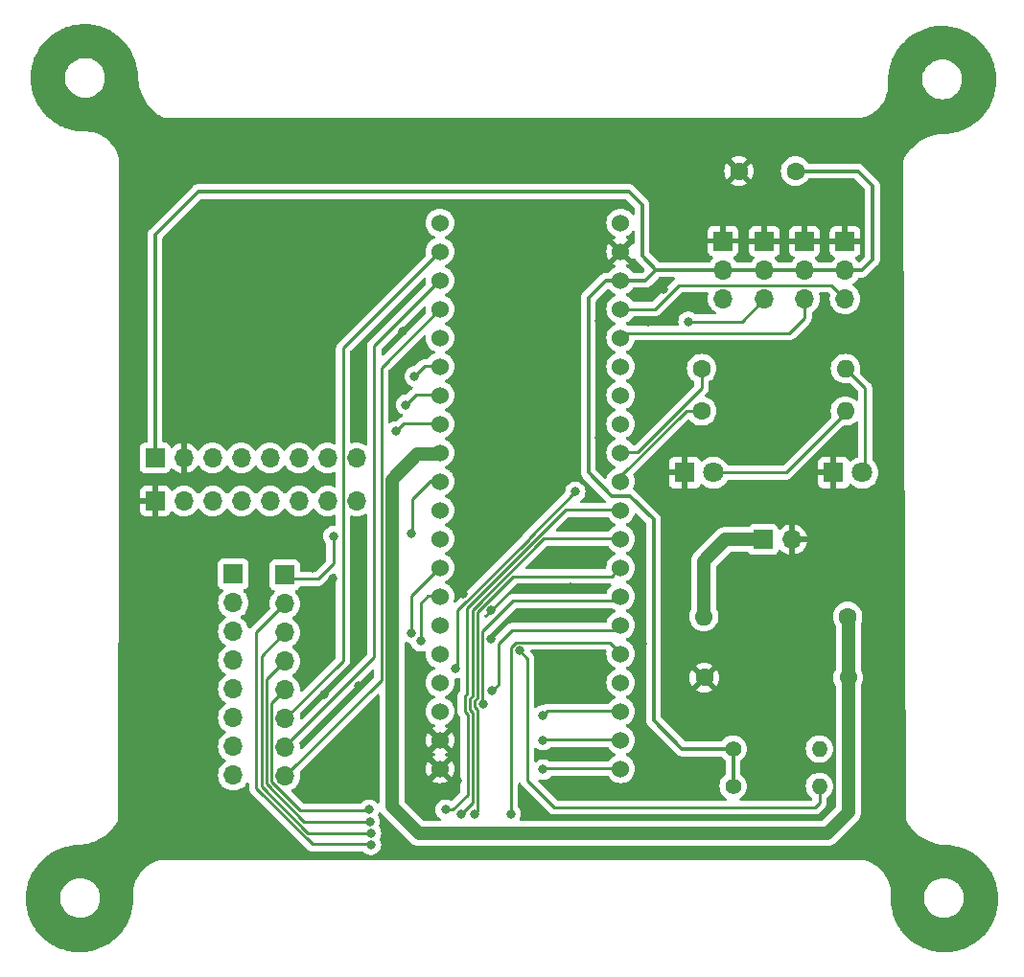
<source format=gtl>
G04 #@! TF.GenerationSoftware,KiCad,Pcbnew,7.0.7*
G04 #@! TF.CreationDate,2024-06-07T19:14:15+02:00*
G04 #@! TF.ProjectId,stm32-drone,73746d33-322d-4647-926f-6e652e6b6963,rev?*
G04 #@! TF.SameCoordinates,Original*
G04 #@! TF.FileFunction,Copper,L1,Top*
G04 #@! TF.FilePolarity,Positive*
%FSLAX46Y46*%
G04 Gerber Fmt 4.6, Leading zero omitted, Abs format (unit mm)*
G04 Created by KiCad (PCBNEW 7.0.7) date 2024-06-07 19:14:15*
%MOMM*%
%LPD*%
G01*
G04 APERTURE LIST*
G04 #@! TA.AperFunction,ComponentPad*
%ADD10R,1.700000X1.700000*%
G04 #@! TD*
G04 #@! TA.AperFunction,ComponentPad*
%ADD11O,1.700000X1.700000*%
G04 #@! TD*
G04 #@! TA.AperFunction,ComponentPad*
%ADD12C,1.524000*%
G04 #@! TD*
G04 #@! TA.AperFunction,ComponentPad*
%ADD13C,1.600000*%
G04 #@! TD*
G04 #@! TA.AperFunction,ComponentPad*
%ADD14O,1.600000X1.600000*%
G04 #@! TD*
G04 #@! TA.AperFunction,ComponentPad*
%ADD15R,1.800000X1.800000*%
G04 #@! TD*
G04 #@! TA.AperFunction,ComponentPad*
%ADD16C,1.800000*%
G04 #@! TD*
G04 #@! TA.AperFunction,ComponentPad*
%ADD17C,1.400000*%
G04 #@! TD*
G04 #@! TA.AperFunction,ComponentPad*
%ADD18O,1.400000X1.400000*%
G04 #@! TD*
G04 #@! TA.AperFunction,ViaPad*
%ADD19C,0.800000*%
G04 #@! TD*
G04 #@! TA.AperFunction,Conductor*
%ADD20C,1.200000*%
G04 #@! TD*
G04 #@! TA.AperFunction,Conductor*
%ADD21C,0.250000*%
G04 #@! TD*
G04 #@! TA.AperFunction,Conductor*
%ADD22C,0.300000*%
G04 #@! TD*
G04 APERTURE END LIST*
D10*
X98850000Y-102800000D03*
D11*
X101390000Y-102800000D03*
X103930000Y-102800000D03*
X106470000Y-102800000D03*
X109010000Y-102800000D03*
X111550000Y-102800000D03*
X114090000Y-102800000D03*
X116630000Y-102800000D03*
D10*
X98840000Y-99000000D03*
D11*
X101380000Y-99000000D03*
X103920000Y-99000000D03*
X106460000Y-99000000D03*
X109000000Y-99000000D03*
X111540000Y-99000000D03*
X114080000Y-99000000D03*
X116620000Y-99000000D03*
D10*
X159775000Y-79875000D03*
D11*
X159775000Y-82415000D03*
X159775000Y-84955000D03*
D10*
X149000000Y-79820000D03*
D11*
X149000000Y-82360000D03*
X149000000Y-84900000D03*
D12*
X124000000Y-78220000D03*
X124000000Y-80760000D03*
X124000000Y-83300000D03*
X124000000Y-85840000D03*
X124000000Y-118860000D03*
X124000000Y-88380000D03*
X124000000Y-90920000D03*
X124000000Y-93460000D03*
X124000000Y-96000000D03*
X124000000Y-98540000D03*
X124000000Y-101080000D03*
X124000000Y-103620000D03*
X124000000Y-106160000D03*
X124000000Y-108700000D03*
X124000000Y-111240000D03*
X124000000Y-113780000D03*
X124000000Y-116320000D03*
X139950000Y-80760000D03*
X124000000Y-126480000D03*
X124000000Y-123940000D03*
X139950000Y-83300000D03*
X139950000Y-126480000D03*
X139950000Y-123940000D03*
X139950000Y-121400000D03*
X139950000Y-118860000D03*
X139950000Y-116320000D03*
X139950000Y-113780000D03*
X139950000Y-111240000D03*
X139950000Y-108700000D03*
X139950000Y-106160000D03*
X139950000Y-78220000D03*
X139950000Y-103620000D03*
X139950000Y-101080000D03*
X139950000Y-98540000D03*
X139950000Y-96000000D03*
X139950000Y-93460000D03*
X139950000Y-90920000D03*
X139950000Y-88380000D03*
X139950000Y-85840000D03*
X124000000Y-121400000D03*
D10*
X152525000Y-106220000D03*
D11*
X155065000Y-106220000D03*
D13*
X160000000Y-113020000D03*
D14*
X147300000Y-113020000D03*
D15*
X145610000Y-100300000D03*
D16*
X148150000Y-100300000D03*
D13*
X155400000Y-73650000D03*
X150400000Y-73650000D03*
D10*
X105750000Y-109270000D03*
D11*
X105750000Y-111810000D03*
X105750000Y-114350000D03*
X105750000Y-116890000D03*
X105750000Y-119430000D03*
X105750000Y-121970000D03*
X105750000Y-124510000D03*
X105750000Y-127050000D03*
D17*
X149880000Y-128020000D03*
D18*
X157500000Y-128020000D03*
D13*
X147100000Y-94850000D03*
D14*
X159800000Y-94850000D03*
D17*
X149880000Y-124720000D03*
D18*
X157500000Y-124720000D03*
D10*
X156200000Y-79870000D03*
D11*
X156200000Y-82410000D03*
X156200000Y-84950000D03*
D13*
X147350000Y-118420000D03*
D14*
X160050000Y-118420000D03*
D10*
X152650000Y-79860000D03*
D11*
X152650000Y-82400000D03*
X152650000Y-84940000D03*
D13*
X147100000Y-91100000D03*
D14*
X159800000Y-91100000D03*
D10*
X110300000Y-109350000D03*
D11*
X110300000Y-111890000D03*
X110300000Y-114430000D03*
X110300000Y-116970000D03*
X110300000Y-119510000D03*
X110300000Y-122050000D03*
X110300000Y-124590000D03*
X110300000Y-127130000D03*
D15*
X158760000Y-100300000D03*
D16*
X161300000Y-100300000D03*
D19*
X117200000Y-122150000D03*
X121750000Y-122300000D03*
X121750000Y-118800000D03*
X132500000Y-89400000D03*
X126000000Y-111000000D03*
X108150000Y-109100000D03*
X138100000Y-97200000D03*
X108600000Y-105700000D03*
X136200000Y-104850000D03*
X162800000Y-122800000D03*
X112050000Y-74250000D03*
X145300000Y-115800000D03*
X141900000Y-115400000D03*
X137500000Y-128000000D03*
X108350000Y-131200000D03*
X143700000Y-84100000D03*
X106300000Y-90200000D03*
X120750000Y-87850000D03*
X99400000Y-108000000D03*
X96850000Y-82900000D03*
X136800000Y-118600000D03*
X116750000Y-96200000D03*
X134450000Y-112900000D03*
X145150000Y-106200000D03*
X128487299Y-112487299D03*
X107050000Y-81500000D03*
X162550000Y-73000000D03*
X104100000Y-105800000D03*
X116850000Y-119150000D03*
X96500000Y-101050000D03*
X135700000Y-108050000D03*
X113300000Y-91300000D03*
X119950000Y-92250000D03*
X99150000Y-131800000D03*
X138100000Y-86900000D03*
X105000000Y-133550000D03*
X164200000Y-82650000D03*
X100000000Y-95450000D03*
X144750000Y-78150000D03*
X162200000Y-87850000D03*
X131350000Y-73200000D03*
X117600000Y-80950000D03*
X112750000Y-108750000D03*
X128500000Y-115000000D03*
X108050000Y-111900000D03*
X116550000Y-109600000D03*
X126100000Y-107550000D03*
X102050000Y-73900000D03*
X136700000Y-80700000D03*
X142800000Y-94000000D03*
X127800000Y-80950000D03*
X162850000Y-105600000D03*
X142400000Y-87000000D03*
X113750000Y-119900000D03*
X121700000Y-127050000D03*
X141700000Y-107400000D03*
X114500000Y-109700000D03*
X113250000Y-112850000D03*
X125550000Y-127550000D03*
X146100000Y-127200000D03*
X115650000Y-127150000D03*
X113200000Y-116950000D03*
X107750000Y-100950000D03*
X143800000Y-90500000D03*
X116850000Y-90900000D03*
X100100000Y-119150000D03*
X134900000Y-125200000D03*
X155700000Y-110200000D03*
X122700000Y-74050000D03*
X131800000Y-130100000D03*
X141650000Y-73500000D03*
X117050000Y-113750000D03*
X135550000Y-110450000D03*
X128700000Y-101100000D03*
X116250000Y-124800000D03*
X131000000Y-116050000D03*
X127800000Y-120750000D03*
X128600000Y-119600000D03*
X145950000Y-86950000D03*
X120150000Y-96650000D03*
X121000000Y-94300000D03*
X121750000Y-91800000D03*
X114600000Y-105900000D03*
X121450000Y-105650000D03*
X121500000Y-114500000D03*
X122300000Y-115200000D03*
X133100000Y-126550000D03*
X133100000Y-123950000D03*
X133100000Y-121750000D03*
X130250000Y-130450000D03*
X117900000Y-133200000D03*
X127050000Y-130500000D03*
X117900000Y-132150000D03*
X117800000Y-131150000D03*
X125900000Y-130450000D03*
X124500000Y-130100000D03*
X117750000Y-130100000D03*
X125350000Y-117600000D03*
X135950000Y-102000000D03*
D20*
X149180000Y-106220000D02*
X147300000Y-108100000D01*
X152525000Y-106220000D02*
X149180000Y-106220000D01*
X147300000Y-108100000D02*
X147300000Y-113020000D01*
D21*
X131700000Y-127500000D02*
X134100000Y-129900000D01*
X134100000Y-129900000D02*
X157100000Y-129900000D01*
X131700000Y-116750000D02*
X131700000Y-127500000D01*
X157500000Y-129500000D02*
X157500000Y-128020000D01*
X157100000Y-129900000D02*
X157500000Y-129500000D01*
X131000000Y-116050000D02*
X131700000Y-116750000D01*
X127750000Y-120700000D02*
X127750000Y-114350000D01*
X127800000Y-120750000D02*
X127750000Y-120700000D01*
X139520000Y-111650000D02*
X139950000Y-111220000D01*
X139830000Y-111340000D02*
X139600000Y-111340000D01*
X127750000Y-114350000D02*
X130450000Y-111650000D01*
X130450000Y-111650000D02*
X139520000Y-111650000D01*
X139950000Y-111220000D02*
X139830000Y-111340000D01*
X128600000Y-119600000D02*
X129150000Y-119050000D01*
X129150000Y-119050000D02*
X129150000Y-115424695D01*
X130349695Y-114225000D02*
X139485000Y-114225000D01*
X129150000Y-115424695D02*
X130349695Y-114225000D01*
X139485000Y-114225000D02*
X139950000Y-113760000D01*
X145950000Y-86950000D02*
X150640000Y-86950000D01*
X150640000Y-86950000D02*
X152650000Y-84940000D01*
X154850000Y-87950000D02*
X140380000Y-87950000D01*
X156200000Y-86600000D02*
X154850000Y-87950000D01*
X156200000Y-84950000D02*
X156200000Y-86600000D01*
X140380000Y-87950000D02*
X139950000Y-88380000D01*
X142985305Y-85840000D02*
X139950000Y-85840000D01*
X145100305Y-83725000D02*
X142985305Y-85840000D01*
X159775000Y-84955000D02*
X158545000Y-83725000D01*
X158545000Y-83725000D02*
X145100305Y-83725000D01*
X120820000Y-95980000D02*
X124000000Y-95980000D01*
X120150000Y-96650000D02*
X120820000Y-95980000D01*
X121860000Y-93440000D02*
X124000000Y-93440000D01*
X121000000Y-94300000D02*
X121860000Y-93440000D01*
X122650000Y-90900000D02*
X124000000Y-90900000D01*
X121750000Y-91800000D02*
X122650000Y-90900000D01*
D20*
X160050000Y-113070000D02*
X160000000Y-113020000D01*
X119750000Y-129800000D02*
X119750000Y-100900000D01*
X119750000Y-100900000D02*
X122010000Y-98640000D01*
X122150000Y-132200000D02*
X119750000Y-129800000D01*
X158200000Y-132200000D02*
X122150000Y-132200000D01*
X160050000Y-130350000D02*
X158200000Y-132200000D01*
X123880000Y-98640000D02*
X124000000Y-98520000D01*
X160050000Y-118420000D02*
X160050000Y-130350000D01*
X122010000Y-98640000D02*
X123880000Y-98640000D01*
X160050000Y-118420000D02*
X160050000Y-113070000D01*
X160000000Y-118370000D02*
X160050000Y-118420000D01*
D21*
X145736396Y-94850000D02*
X139950000Y-100636396D01*
X147100000Y-94850000D02*
X145736396Y-94850000D01*
X139950000Y-100636396D02*
X139950000Y-101060000D01*
X159800000Y-95050000D02*
X154550000Y-100300000D01*
X154550000Y-100300000D02*
X148150000Y-100300000D01*
X159800000Y-94850000D02*
X159800000Y-95050000D01*
X139950000Y-98520000D02*
X141430000Y-98520000D01*
X141430000Y-98520000D02*
X147100000Y-92850000D01*
X147100000Y-92850000D02*
X147100000Y-91100000D01*
X161300000Y-100300000D02*
X161550000Y-100050000D01*
X161550000Y-100050000D02*
X161550000Y-92850000D01*
X161550000Y-92850000D02*
X159800000Y-91100000D01*
X110300000Y-122050000D02*
X115445000Y-116904999D01*
X115445000Y-116904999D02*
X115445000Y-89295000D01*
X115445000Y-89295000D02*
X124000000Y-80740000D01*
X110300000Y-124500000D02*
X118200000Y-116600000D01*
X118200000Y-89080000D02*
X124000000Y-83280000D01*
X118200000Y-116600000D02*
X118200000Y-89080000D01*
X110300000Y-124590000D02*
X110300000Y-124500000D01*
X118825000Y-118605000D02*
X118825000Y-90995000D01*
X110300000Y-127130000D02*
X118825000Y-118605000D01*
X118825000Y-90995000D02*
X124000000Y-85820000D01*
X121450000Y-105650000D02*
X121550000Y-105550000D01*
X114600000Y-108350000D02*
X114600000Y-105900000D01*
X110300000Y-109350000D02*
X110650000Y-109700000D01*
X123140000Y-101060000D02*
X124000000Y-101060000D01*
X113250000Y-109700000D02*
X114600000Y-108350000D01*
X121550000Y-102650000D02*
X123140000Y-101060000D01*
X121550000Y-105550000D02*
X121550000Y-102650000D01*
X110650000Y-109700000D02*
X113250000Y-109700000D01*
X114600000Y-105900000D02*
X114600000Y-105950000D01*
X121500000Y-114500000D02*
X121500000Y-111180000D01*
X121500000Y-111180000D02*
X124000000Y-108680000D01*
X122300000Y-115200000D02*
X122300000Y-111850000D01*
X122300000Y-111850000D02*
X122930000Y-111220000D01*
X122930000Y-111220000D02*
X124000000Y-111220000D01*
X133190000Y-126460000D02*
X139950000Y-126460000D01*
X133100000Y-126550000D02*
X133190000Y-126460000D01*
X133130000Y-123920000D02*
X139950000Y-123920000D01*
X133100000Y-123950000D02*
X133130000Y-123920000D01*
X133100000Y-121750000D02*
X133470000Y-121380000D01*
X133470000Y-121380000D02*
X139950000Y-121380000D01*
X130250000Y-130450000D02*
X130275000Y-130425000D01*
X107775000Y-114415000D02*
X110300000Y-111890000D01*
X130275000Y-115749695D02*
X130699695Y-115325000D01*
X107775000Y-128211396D02*
X107775000Y-114415000D01*
X117900000Y-133200000D02*
X117850000Y-133150000D01*
X117850000Y-133150000D02*
X112713604Y-133150000D01*
X130275000Y-130425000D02*
X130275000Y-115749695D01*
X112713604Y-133150000D02*
X107775000Y-128211396D01*
X130699695Y-115325000D02*
X138975000Y-115325000D01*
X138975000Y-115325000D02*
X139950000Y-116300000D01*
X117900000Y-133200000D02*
X117900000Y-132950000D01*
D22*
X142120000Y-83300000D02*
X143060000Y-82360000D01*
X162200000Y-74950000D02*
X162200000Y-81450000D01*
X139950000Y-83300000D02*
X142120000Y-83300000D01*
X142850000Y-104450000D02*
X142850000Y-122200000D01*
X137100000Y-100300000D02*
X139200000Y-102400000D01*
X156190000Y-82400000D02*
X156200000Y-82410000D01*
X137100000Y-84850000D02*
X137100000Y-100300000D01*
X155400000Y-73650000D02*
X160900000Y-73650000D01*
X162200000Y-81450000D02*
X161235000Y-82415000D01*
X145370000Y-124720000D02*
X149880000Y-124720000D01*
X98840000Y-79260000D02*
X102650000Y-75450000D01*
X142850000Y-122200000D02*
X145370000Y-124720000D01*
X152650000Y-82400000D02*
X156190000Y-82400000D01*
X139950000Y-83300000D02*
X138650000Y-83300000D01*
X160900000Y-73650000D02*
X162200000Y-74950000D01*
X141850000Y-81150000D02*
X143060000Y-82360000D01*
X143060000Y-82360000D02*
X149000000Y-82360000D01*
X156200000Y-82410000D02*
X159770000Y-82410000D01*
X140650000Y-75450000D02*
X141850000Y-76650000D01*
X102650000Y-75450000D02*
X140650000Y-75450000D01*
X152610000Y-82360000D02*
X152650000Y-82400000D01*
X149880000Y-124720000D02*
X149880000Y-128020000D01*
X141850000Y-76650000D02*
X141850000Y-81150000D01*
X149000000Y-82360000D02*
X152610000Y-82360000D01*
X138650000Y-83300000D02*
X137100000Y-84850000D01*
X159770000Y-82410000D02*
X159775000Y-82415000D01*
X139200000Y-102400000D02*
X140800000Y-102400000D01*
X161235000Y-82415000D02*
X159775000Y-82415000D01*
X98840000Y-99000000D02*
X98840000Y-79260000D01*
X140800000Y-102400000D02*
X142850000Y-104450000D01*
D21*
X127300000Y-112650000D02*
X130475000Y-109475000D01*
X127325000Y-130225000D02*
X127325000Y-121300305D01*
X117900000Y-132150000D02*
X112350000Y-132150000D01*
X127075000Y-120449695D02*
X127300000Y-120224695D01*
X127075000Y-121050305D02*
X127075000Y-120449695D01*
X108225000Y-128025000D02*
X108225000Y-116505000D01*
X108225000Y-116505000D02*
X110300000Y-114430000D01*
X127300000Y-120224695D02*
X127300000Y-112650000D01*
X139155000Y-109475000D02*
X139950000Y-108680000D01*
X127050000Y-130500000D02*
X127325000Y-130225000D01*
X117900000Y-132150000D02*
X117750000Y-132150000D01*
X130475000Y-109475000D02*
X139155000Y-109475000D01*
X112350000Y-132150000D02*
X108225000Y-128025000D01*
X127325000Y-121300305D02*
X127075000Y-121050305D01*
X117800000Y-131100000D02*
X117800000Y-131100000D01*
X133173604Y-106140000D02*
X139950000Y-106140000D01*
X126625000Y-120263299D02*
X126850000Y-120038299D01*
X117750000Y-131150000D02*
X117750000Y-131150000D01*
X125900000Y-130450000D02*
X126875000Y-129475000D01*
X126850000Y-112463604D02*
X133173604Y-106140000D01*
X126875000Y-129475000D02*
X126875000Y-121486701D01*
X126875000Y-121486701D02*
X126625000Y-121236701D01*
X108675000Y-118595000D02*
X110300000Y-116970000D01*
X117800000Y-131150000D02*
X112021903Y-131150000D01*
X126850000Y-120038299D02*
X126850000Y-112463604D01*
X126625000Y-121236701D02*
X126625000Y-120263299D01*
X112021903Y-131150000D02*
X108675000Y-127803097D01*
X117800000Y-131150000D02*
X117800000Y-131100000D01*
X108675000Y-127803097D02*
X108675000Y-118595000D01*
X126400000Y-119851903D02*
X126400000Y-112277208D01*
X125100000Y-130100000D02*
X126425000Y-128775000D01*
X117700000Y-130150000D02*
X111658299Y-130150000D01*
X126175000Y-121423097D02*
X126175000Y-120076903D01*
X126175000Y-120076903D02*
X126400000Y-119851903D01*
X126400000Y-112277208D02*
X135077208Y-103600000D01*
X126425000Y-121673097D02*
X126175000Y-121423097D01*
X111658299Y-130150000D02*
X109125000Y-127616701D01*
X124500000Y-130100000D02*
X125100000Y-130100000D01*
X126425000Y-128775000D02*
X126425000Y-121673097D01*
X117750000Y-130100000D02*
X117700000Y-130150000D01*
X109125000Y-120685000D02*
X110300000Y-119510000D01*
X135077208Y-103600000D02*
X139950000Y-103600000D01*
X109125000Y-127616701D02*
X109125000Y-120685000D01*
X125550000Y-112475305D02*
X131850000Y-106175305D01*
X131850000Y-106175305D02*
X131850000Y-106100000D01*
X131850000Y-106100000D02*
X135950000Y-102000000D01*
X125350000Y-117600000D02*
X125550000Y-117400000D01*
X125550000Y-117400000D02*
X125550000Y-112475305D01*
G04 #@! TA.AperFunction,Conductor*
G36*
X121041167Y-115281711D02*
G01*
X121041637Y-115280899D01*
X121047270Y-115284151D01*
X121220192Y-115361142D01*
X121220197Y-115361144D01*
X121348874Y-115388495D01*
X121349237Y-115388572D01*
X121410719Y-115421764D01*
X121441387Y-115471543D01*
X121472819Y-115568280D01*
X121472821Y-115568284D01*
X121567467Y-115732216D01*
X121674872Y-115851501D01*
X121694129Y-115872888D01*
X121847265Y-115984148D01*
X121847270Y-115984151D01*
X122020192Y-116061142D01*
X122020197Y-116061144D01*
X122205354Y-116100500D01*
X122205355Y-116100500D01*
X122394644Y-116100500D01*
X122394646Y-116100500D01*
X122579803Y-116061144D01*
X122579816Y-116061138D01*
X122582278Y-116060339D01*
X122583795Y-116060295D01*
X122586160Y-116059793D01*
X122586251Y-116060225D01*
X122652119Y-116058340D01*
X122711954Y-116094417D01*
X122742786Y-116157116D01*
X122744131Y-116189075D01*
X122732677Y-116319997D01*
X122732677Y-116320002D01*
X122751929Y-116540062D01*
X122751930Y-116540070D01*
X122809104Y-116753445D01*
X122809105Y-116753447D01*
X122809106Y-116753450D01*
X122866023Y-116875509D01*
X122902466Y-116953662D01*
X122902468Y-116953666D01*
X123029170Y-117134615D01*
X123029175Y-117134621D01*
X123185378Y-117290824D01*
X123185384Y-117290829D01*
X123366333Y-117417531D01*
X123366335Y-117417532D01*
X123366338Y-117417534D01*
X123485748Y-117473215D01*
X123495189Y-117477618D01*
X123547628Y-117523790D01*
X123566780Y-117590984D01*
X123546564Y-117657865D01*
X123495189Y-117702382D01*
X123366340Y-117762465D01*
X123366338Y-117762466D01*
X123185377Y-117889175D01*
X123029175Y-118045377D01*
X122902466Y-118226338D01*
X122902465Y-118226340D01*
X122809107Y-118426548D01*
X122809104Y-118426554D01*
X122751930Y-118639929D01*
X122751929Y-118639937D01*
X122732677Y-118859997D01*
X122732677Y-118860002D01*
X122751929Y-119080062D01*
X122751930Y-119080070D01*
X122809104Y-119293445D01*
X122809105Y-119293447D01*
X122809106Y-119293450D01*
X122872780Y-119429999D01*
X122902466Y-119493662D01*
X122902468Y-119493666D01*
X123029170Y-119674615D01*
X123029175Y-119674621D01*
X123185378Y-119830824D01*
X123185384Y-119830829D01*
X123366333Y-119957531D01*
X123366335Y-119957532D01*
X123366338Y-119957534D01*
X123469050Y-120005429D01*
X123495189Y-120017618D01*
X123547628Y-120063790D01*
X123566780Y-120130984D01*
X123546564Y-120197865D01*
X123495189Y-120242382D01*
X123366340Y-120302465D01*
X123366338Y-120302466D01*
X123185377Y-120429175D01*
X123029175Y-120585377D01*
X122902466Y-120766338D01*
X122902465Y-120766340D01*
X122809107Y-120966548D01*
X122809104Y-120966554D01*
X122751930Y-121179929D01*
X122751929Y-121179937D01*
X122732677Y-121399997D01*
X122732677Y-121400002D01*
X122751929Y-121620062D01*
X122751930Y-121620070D01*
X122809104Y-121833445D01*
X122809105Y-121833447D01*
X122809106Y-121833450D01*
X122819008Y-121854684D01*
X122902466Y-122033662D01*
X122902468Y-122033666D01*
X123029170Y-122214615D01*
X123029175Y-122214621D01*
X123185378Y-122370824D01*
X123185384Y-122370829D01*
X123366333Y-122497531D01*
X123366335Y-122497532D01*
X123366338Y-122497534D01*
X123444864Y-122534151D01*
X123495781Y-122557894D01*
X123548220Y-122604066D01*
X123567372Y-122671260D01*
X123547156Y-122738141D01*
X123495781Y-122782658D01*
X123366586Y-122842903D01*
X123301812Y-122888257D01*
X123301811Y-122888258D01*
X123830723Y-123417170D01*
X123864208Y-123478493D01*
X123859224Y-123548185D01*
X123817352Y-123604118D01*
X123802059Y-123613906D01*
X123762749Y-123635179D01*
X123762748Y-123635179D01*
X123676626Y-123728733D01*
X123676626Y-123728734D01*
X123675911Y-123730365D01*
X123674340Y-123732233D01*
X123671008Y-123737334D01*
X123670391Y-123736931D01*
X123630952Y-123783849D01*
X123564215Y-123804535D01*
X123496888Y-123785857D01*
X123474677Y-123768230D01*
X122948258Y-123241811D01*
X122948257Y-123241812D01*
X122902903Y-123306586D01*
X122809579Y-123506720D01*
X122809575Y-123506729D01*
X122752426Y-123720013D01*
X122752424Y-123720023D01*
X122733179Y-123939999D01*
X122733179Y-123940000D01*
X122752424Y-124159976D01*
X122752426Y-124159986D01*
X122809575Y-124373270D01*
X122809580Y-124373284D01*
X122902899Y-124573407D01*
X122902900Y-124573409D01*
X122948258Y-124638187D01*
X123477050Y-124109395D01*
X123538373Y-124075910D01*
X123608064Y-124080894D01*
X123663998Y-124122765D01*
X123668539Y-124129254D01*
X123715813Y-124201612D01*
X123816157Y-124279713D01*
X123816160Y-124279714D01*
X123816511Y-124279987D01*
X123857324Y-124336697D01*
X123860999Y-124406470D01*
X123828030Y-124465522D01*
X123301811Y-124991741D01*
X123366582Y-125037094D01*
X123366588Y-125037098D01*
X123496373Y-125097618D01*
X123548812Y-125143790D01*
X123567964Y-125210984D01*
X123547748Y-125277865D01*
X123496373Y-125322382D01*
X123366586Y-125382903D01*
X123301812Y-125428257D01*
X123301811Y-125428258D01*
X123830723Y-125957170D01*
X123864208Y-126018493D01*
X123859224Y-126088185D01*
X123817352Y-126144118D01*
X123802059Y-126153906D01*
X123762749Y-126175179D01*
X123762748Y-126175179D01*
X123676626Y-126268733D01*
X123676626Y-126268734D01*
X123675911Y-126270365D01*
X123674340Y-126272233D01*
X123671008Y-126277334D01*
X123670391Y-126276931D01*
X123630952Y-126323849D01*
X123564215Y-126344535D01*
X123496888Y-126325857D01*
X123474677Y-126308230D01*
X122948258Y-125781811D01*
X122948257Y-125781812D01*
X122902903Y-125846586D01*
X122809579Y-126046720D01*
X122809575Y-126046729D01*
X122752426Y-126260013D01*
X122752424Y-126260023D01*
X122733179Y-126479999D01*
X122733179Y-126480000D01*
X122752424Y-126699976D01*
X122752426Y-126699986D01*
X122809575Y-126913270D01*
X122809580Y-126913284D01*
X122902899Y-127113407D01*
X122902900Y-127113409D01*
X122948258Y-127178187D01*
X123477050Y-126649395D01*
X123538373Y-126615910D01*
X123608064Y-126620894D01*
X123663998Y-126662765D01*
X123668539Y-126669254D01*
X123715813Y-126741612D01*
X123816157Y-126819713D01*
X123816160Y-126819714D01*
X123816511Y-126819987D01*
X123857324Y-126876697D01*
X123860999Y-126946470D01*
X123828030Y-127005522D01*
X123301811Y-127531741D01*
X123366582Y-127577094D01*
X123366592Y-127577100D01*
X123566715Y-127670419D01*
X123566729Y-127670424D01*
X123780013Y-127727573D01*
X123780023Y-127727575D01*
X123999999Y-127746821D01*
X124000001Y-127746821D01*
X124219976Y-127727575D01*
X124219986Y-127727573D01*
X124433270Y-127670424D01*
X124433284Y-127670419D01*
X124633408Y-127577100D01*
X124633420Y-127577093D01*
X124698186Y-127531742D01*
X124698187Y-127531740D01*
X124169276Y-127002829D01*
X124135791Y-126941506D01*
X124140775Y-126871814D01*
X124182647Y-126815881D01*
X124197933Y-126806097D01*
X124237251Y-126784820D01*
X124323371Y-126691269D01*
X124324083Y-126689643D01*
X124325652Y-126687777D01*
X124328992Y-126682666D01*
X124329609Y-126683069D01*
X124369036Y-126636158D01*
X124435770Y-126615464D01*
X124503099Y-126634135D01*
X124525322Y-126651769D01*
X125051740Y-127178187D01*
X125051742Y-127178186D01*
X125097093Y-127113420D01*
X125097100Y-127113408D01*
X125190419Y-126913284D01*
X125190424Y-126913270D01*
X125247573Y-126699986D01*
X125247575Y-126699976D01*
X125266821Y-126480000D01*
X125266821Y-126479999D01*
X125247575Y-126260023D01*
X125247573Y-126260013D01*
X125190424Y-126046729D01*
X125190420Y-126046720D01*
X125097098Y-125846590D01*
X125051740Y-125781811D01*
X124522949Y-126310602D01*
X124461626Y-126344087D01*
X124391934Y-126339103D01*
X124336001Y-126297231D01*
X124331460Y-126290743D01*
X124284189Y-126218391D01*
X124284187Y-126218388D01*
X124183843Y-126140287D01*
X124183840Y-126140285D01*
X124183488Y-126140012D01*
X124142675Y-126083301D01*
X124139000Y-126013529D01*
X124171969Y-125954477D01*
X124698187Y-125428258D01*
X124633409Y-125382900D01*
X124633407Y-125382899D01*
X124503627Y-125322382D01*
X124451187Y-125276210D01*
X124432035Y-125209017D01*
X124452251Y-125142135D01*
X124503627Y-125097618D01*
X124633408Y-125037100D01*
X124633420Y-125037093D01*
X124698186Y-124991742D01*
X124698187Y-124991740D01*
X124169276Y-124462829D01*
X124135791Y-124401506D01*
X124140775Y-124331814D01*
X124182647Y-124275881D01*
X124197933Y-124266097D01*
X124237251Y-124244820D01*
X124323371Y-124151269D01*
X124324083Y-124149643D01*
X124325652Y-124147777D01*
X124328992Y-124142666D01*
X124329609Y-124143069D01*
X124369036Y-124096158D01*
X124435770Y-124075464D01*
X124503099Y-124094135D01*
X124525322Y-124111769D01*
X125051740Y-124638187D01*
X125051742Y-124638186D01*
X125097093Y-124573420D01*
X125097100Y-124573408D01*
X125190419Y-124373284D01*
X125190424Y-124373270D01*
X125247573Y-124159986D01*
X125247575Y-124159976D01*
X125266821Y-123940000D01*
X125266821Y-123939999D01*
X125247575Y-123720023D01*
X125247573Y-123720013D01*
X125190424Y-123506729D01*
X125190420Y-123506720D01*
X125097098Y-123306590D01*
X125051740Y-123241811D01*
X124522949Y-123770602D01*
X124461626Y-123804087D01*
X124391934Y-123799103D01*
X124336001Y-123757231D01*
X124331460Y-123750743D01*
X124284189Y-123678391D01*
X124284187Y-123678388D01*
X124284186Y-123678388D01*
X124183843Y-123600287D01*
X124183840Y-123600285D01*
X124183488Y-123600012D01*
X124142675Y-123543301D01*
X124139000Y-123473529D01*
X124171969Y-123414477D01*
X124698187Y-122888258D01*
X124633409Y-122842900D01*
X124633407Y-122842899D01*
X124504219Y-122782658D01*
X124451779Y-122736486D01*
X124432627Y-122669293D01*
X124452843Y-122602411D01*
X124504219Y-122557894D01*
X124555136Y-122534151D01*
X124633662Y-122497534D01*
X124814620Y-122370826D01*
X124970826Y-122214620D01*
X125097534Y-122033662D01*
X125190894Y-121833450D01*
X125248070Y-121620068D01*
X125267323Y-121400000D01*
X125248070Y-121179932D01*
X125190894Y-120966550D01*
X125097534Y-120766339D01*
X124991668Y-120615145D01*
X124970827Y-120585381D01*
X124931458Y-120546012D01*
X124814620Y-120429174D01*
X124814616Y-120429171D01*
X124814615Y-120429170D01*
X124633666Y-120302468D01*
X124633662Y-120302466D01*
X124504810Y-120242381D01*
X124452371Y-120196208D01*
X124433219Y-120129015D01*
X124453435Y-120062134D01*
X124504806Y-120017620D01*
X124633662Y-119957534D01*
X124814620Y-119830826D01*
X124970826Y-119674620D01*
X125097534Y-119493662D01*
X125190894Y-119293450D01*
X125248070Y-119080068D01*
X125264165Y-118896096D01*
X125267323Y-118860002D01*
X125267323Y-118859998D01*
X125257889Y-118752169D01*
X125248070Y-118639932D01*
X125248069Y-118639929D01*
X125247665Y-118635307D01*
X125261432Y-118566807D01*
X125310047Y-118516624D01*
X125371193Y-118500500D01*
X125444644Y-118500500D01*
X125444646Y-118500500D01*
X125624720Y-118462224D01*
X125694385Y-118467540D01*
X125750119Y-118509677D01*
X125774224Y-118575257D01*
X125774499Y-118583514D01*
X125774499Y-119540554D01*
X125754814Y-119607593D01*
X125740895Y-119625434D01*
X125735150Y-119631553D01*
X125725772Y-119641539D01*
X125718810Y-119648500D01*
X125704888Y-119662422D01*
X125704877Y-119662435D01*
X125700621Y-119667920D01*
X125696837Y-119672350D01*
X125664937Y-119706321D01*
X125664936Y-119706323D01*
X125655284Y-119723879D01*
X125644610Y-119740129D01*
X125632329Y-119755964D01*
X125632324Y-119755971D01*
X125613815Y-119798741D01*
X125611245Y-119803987D01*
X125588803Y-119844809D01*
X125583822Y-119864210D01*
X125577521Y-119882613D01*
X125569562Y-119901005D01*
X125569561Y-119901008D01*
X125562271Y-119947030D01*
X125561087Y-119952749D01*
X125549501Y-119997875D01*
X125549500Y-119997885D01*
X125549500Y-120017919D01*
X125547973Y-120037318D01*
X125544840Y-120057097D01*
X125544840Y-120057098D01*
X125549225Y-120103486D01*
X125549500Y-120109324D01*
X125549500Y-121340352D01*
X125547775Y-121355969D01*
X125548061Y-121355996D01*
X125547326Y-121363762D01*
X125549500Y-121432911D01*
X125549500Y-121462440D01*
X125549501Y-121462457D01*
X125550368Y-121469328D01*
X125550826Y-121475147D01*
X125552290Y-121521721D01*
X125552291Y-121521724D01*
X125557880Y-121540964D01*
X125561824Y-121560008D01*
X125564336Y-121579889D01*
X125579326Y-121617751D01*
X125581490Y-121623216D01*
X125583382Y-121628744D01*
X125596381Y-121673485D01*
X125606580Y-121690731D01*
X125615136Y-121708197D01*
X125622514Y-121726829D01*
X125631386Y-121739041D01*
X125649898Y-121764520D01*
X125653106Y-121769404D01*
X125676827Y-121809513D01*
X125676833Y-121809521D01*
X125690990Y-121823677D01*
X125703628Y-121838473D01*
X125715405Y-121854683D01*
X125715406Y-121854684D01*
X125751308Y-121884384D01*
X125755619Y-121888306D01*
X125763181Y-121895868D01*
X125796666Y-121957191D01*
X125799500Y-121983549D01*
X125799500Y-128464546D01*
X125779815Y-128531585D01*
X125763181Y-128552227D01*
X125045394Y-129270013D01*
X124984071Y-129303498D01*
X124914379Y-129298514D01*
X124907277Y-129295611D01*
X124779807Y-129238857D01*
X124779802Y-129238855D01*
X124606459Y-129202011D01*
X124594646Y-129199500D01*
X124405354Y-129199500D01*
X124393541Y-129202011D01*
X124220197Y-129238855D01*
X124220192Y-129238857D01*
X124047270Y-129315848D01*
X124047265Y-129315851D01*
X123894129Y-129427111D01*
X123767466Y-129567785D01*
X123672821Y-129731715D01*
X123672818Y-129731722D01*
X123627700Y-129870582D01*
X123614326Y-129911744D01*
X123594540Y-130100000D01*
X123614326Y-130288256D01*
X123614327Y-130288259D01*
X123672818Y-130468277D01*
X123672820Y-130468281D01*
X123672821Y-130468284D01*
X123767467Y-130632216D01*
X123846937Y-130720476D01*
X123894129Y-130772888D01*
X124034924Y-130875182D01*
X124077590Y-130930512D01*
X124083569Y-131000125D01*
X124050963Y-131061920D01*
X123990124Y-131096278D01*
X123962039Y-131099500D01*
X122657204Y-131099500D01*
X122590165Y-131079815D01*
X122569523Y-131063181D01*
X120886819Y-129380477D01*
X120853334Y-129319154D01*
X120850500Y-129292796D01*
X120850500Y-115384553D01*
X120870185Y-115317514D01*
X120922989Y-115271759D01*
X120992147Y-115261815D01*
X121041167Y-115281711D01*
G37*
G04 #@! TD.AperFunction*
G04 #@! TA.AperFunction,Conductor*
G36*
X118568834Y-119848269D02*
G01*
X118624767Y-119890141D01*
X118649184Y-119955605D01*
X118649500Y-119964451D01*
X118649500Y-129430188D01*
X118629815Y-129497227D01*
X118577011Y-129542982D01*
X118507853Y-129552926D01*
X118444297Y-129523901D01*
X118433351Y-129513161D01*
X118355871Y-129427112D01*
X118355870Y-129427111D01*
X118202734Y-129315851D01*
X118202729Y-129315848D01*
X118029807Y-129238857D01*
X118029802Y-129238855D01*
X117856459Y-129202011D01*
X117844646Y-129199500D01*
X117655354Y-129199500D01*
X117643541Y-129202011D01*
X117470197Y-129238855D01*
X117470192Y-129238857D01*
X117297270Y-129315848D01*
X117297265Y-129315851D01*
X117144135Y-129427106D01*
X117144129Y-129427111D01*
X117093382Y-129483472D01*
X117033895Y-129520121D01*
X117001232Y-129524500D01*
X111968751Y-129524500D01*
X111901712Y-129504815D01*
X111881070Y-129488181D01*
X110911477Y-128518588D01*
X110877992Y-128457265D01*
X110882976Y-128387573D01*
X110924848Y-128331640D01*
X110946741Y-128318531D01*
X110977830Y-128304035D01*
X111171401Y-128168495D01*
X111338495Y-128001401D01*
X111474035Y-127807830D01*
X111573903Y-127593663D01*
X111635063Y-127365408D01*
X111655659Y-127130000D01*
X111635063Y-126894592D01*
X111608142Y-126794125D01*
X111609806Y-126724276D01*
X111640235Y-126674353D01*
X118437819Y-119876770D01*
X118499142Y-119843285D01*
X118568834Y-119848269D01*
G37*
G04 #@! TD.AperFunction*
G04 #@! TA.AperFunction,Conductor*
G36*
X141336861Y-103869368D02*
G01*
X141375730Y-103895676D01*
X142163181Y-104683126D01*
X142196666Y-104744449D01*
X142199500Y-104770807D01*
X142199500Y-122114494D01*
X142197732Y-122130505D01*
X142197974Y-122130528D01*
X142197240Y-122138294D01*
X142199500Y-122210203D01*
X142199500Y-122240920D01*
X142199501Y-122240940D01*
X142200418Y-122248206D01*
X142200876Y-122254024D01*
X142202402Y-122302567D01*
X142202403Y-122302570D01*
X142208323Y-122322948D01*
X142212268Y-122341996D01*
X142214928Y-122363054D01*
X142214931Y-122363064D01*
X142232813Y-122408230D01*
X142234705Y-122413758D01*
X142248254Y-122460395D01*
X142248255Y-122460397D01*
X142259060Y-122478666D01*
X142267617Y-122496134D01*
X142273226Y-122510300D01*
X142275432Y-122515872D01*
X142303983Y-122555170D01*
X142307191Y-122560053D01*
X142325430Y-122590894D01*
X142331919Y-122601865D01*
X142331923Y-122601869D01*
X142346925Y-122616871D01*
X142359563Y-122631669D01*
X142372033Y-122648833D01*
X142372036Y-122648836D01*
X142372037Y-122648837D01*
X142409476Y-122679809D01*
X142413776Y-122683722D01*
X143637811Y-123907757D01*
X144849564Y-125119510D01*
X144859635Y-125132080D01*
X144859822Y-125131926D01*
X144864796Y-125137937D01*
X144864798Y-125137940D01*
X144883538Y-125155538D01*
X144917243Y-125187190D01*
X144938967Y-125208913D01*
X144944757Y-125213405D01*
X144949197Y-125217197D01*
X144964887Y-125231930D01*
X144984607Y-125250448D01*
X145000363Y-125259110D01*
X145003205Y-125260672D01*
X145019470Y-125271357D01*
X145036232Y-125284360D01*
X145036235Y-125284361D01*
X145036236Y-125284362D01*
X145080823Y-125303656D01*
X145086059Y-125306221D01*
X145128632Y-125329627D01*
X145144340Y-125333659D01*
X145149186Y-125334904D01*
X145167598Y-125341207D01*
X145187073Y-125349635D01*
X145235071Y-125357237D01*
X145240740Y-125358411D01*
X145287823Y-125370500D01*
X145309051Y-125370500D01*
X145328448Y-125372026D01*
X145349403Y-125375345D01*
X145349404Y-125375346D01*
X145349404Y-125375345D01*
X145349405Y-125375346D01*
X145397760Y-125370775D01*
X145403599Y-125370500D01*
X148805137Y-125370500D01*
X148872176Y-125390185D01*
X148904091Y-125419773D01*
X148971604Y-125509175D01*
X148989021Y-125532238D01*
X148989025Y-125532242D01*
X149153433Y-125682120D01*
X149153435Y-125682122D01*
X149153438Y-125682124D01*
X149170775Y-125692859D01*
X149217412Y-125744884D01*
X149229500Y-125798286D01*
X149229500Y-126941712D01*
X149209815Y-127008751D01*
X149170780Y-127047137D01*
X149153441Y-127057872D01*
X149153437Y-127057876D01*
X148989020Y-127207761D01*
X148854943Y-127385308D01*
X148854938Y-127385316D01*
X148755775Y-127584461D01*
X148755769Y-127584476D01*
X148694885Y-127798462D01*
X148694884Y-127798464D01*
X148674356Y-128019999D01*
X148674356Y-128020000D01*
X148694884Y-128241535D01*
X148694885Y-128241537D01*
X148755769Y-128455523D01*
X148755775Y-128455538D01*
X148854938Y-128654683D01*
X148854943Y-128654691D01*
X148989020Y-128832238D01*
X149153437Y-128982123D01*
X149153439Y-128982125D01*
X149255104Y-129045073D01*
X149301740Y-129097101D01*
X149312844Y-129166082D01*
X149284891Y-129230117D01*
X149226756Y-129268873D01*
X149189827Y-129274500D01*
X134410452Y-129274500D01*
X134343413Y-129254815D01*
X134322771Y-129238181D01*
X132704158Y-127619567D01*
X132670673Y-127558244D01*
X132675657Y-127488552D01*
X132717529Y-127432619D01*
X132782993Y-127408202D01*
X132817620Y-127410596D01*
X132820195Y-127411143D01*
X132820197Y-127411144D01*
X133005354Y-127450500D01*
X133005355Y-127450500D01*
X133194644Y-127450500D01*
X133194646Y-127450500D01*
X133379803Y-127411144D01*
X133552730Y-127334151D01*
X133705871Y-127222888D01*
X133792634Y-127126527D01*
X133852121Y-127089879D01*
X133884784Y-127085500D01*
X138768197Y-127085500D01*
X138835236Y-127105185D01*
X138869772Y-127138377D01*
X138979170Y-127294615D01*
X138979175Y-127294621D01*
X139135378Y-127450824D01*
X139135384Y-127450829D01*
X139316333Y-127577531D01*
X139316335Y-127577532D01*
X139316338Y-127577534D01*
X139516550Y-127670894D01*
X139729932Y-127728070D01*
X139887123Y-127741822D01*
X139949998Y-127747323D01*
X139950000Y-127747323D01*
X139950002Y-127747323D01*
X140005016Y-127742509D01*
X140170068Y-127728070D01*
X140383450Y-127670894D01*
X140583662Y-127577534D01*
X140764620Y-127450826D01*
X140920826Y-127294620D01*
X141047534Y-127113662D01*
X141140894Y-126913450D01*
X141198070Y-126700068D01*
X141217323Y-126480000D01*
X141214532Y-126448102D01*
X141207518Y-126367929D01*
X141198070Y-126259932D01*
X141140894Y-126046550D01*
X141047534Y-125846339D01*
X140937263Y-125688855D01*
X140920827Y-125665381D01*
X140904946Y-125649500D01*
X140764620Y-125509174D01*
X140764616Y-125509171D01*
X140764615Y-125509170D01*
X140583666Y-125382468D01*
X140583662Y-125382466D01*
X140454810Y-125322381D01*
X140402371Y-125276208D01*
X140383219Y-125209015D01*
X140403435Y-125142134D01*
X140454806Y-125097620D01*
X140583662Y-125037534D01*
X140764620Y-124910826D01*
X140920826Y-124754620D01*
X141047534Y-124573662D01*
X141140894Y-124373450D01*
X141198070Y-124160068D01*
X141217323Y-123940000D01*
X141214532Y-123908102D01*
X141207518Y-123827929D01*
X141198070Y-123719932D01*
X141140894Y-123506550D01*
X141047534Y-123306339D01*
X140941668Y-123155145D01*
X140920827Y-123125381D01*
X140844946Y-123049500D01*
X140764620Y-122969174D01*
X140764616Y-122969171D01*
X140764615Y-122969170D01*
X140583666Y-122842468D01*
X140583658Y-122842464D01*
X140454811Y-122782382D01*
X140402371Y-122736210D01*
X140383219Y-122669017D01*
X140403435Y-122602135D01*
X140454811Y-122557618D01*
X140505136Y-122534151D01*
X140583662Y-122497534D01*
X140764620Y-122370826D01*
X140920826Y-122214620D01*
X141047534Y-122033662D01*
X141140894Y-121833450D01*
X141198070Y-121620068D01*
X141217323Y-121400000D01*
X141198070Y-121179932D01*
X141140894Y-120966550D01*
X141047534Y-120766339D01*
X140941668Y-120615145D01*
X140920827Y-120585381D01*
X140881458Y-120546012D01*
X140764620Y-120429174D01*
X140764616Y-120429171D01*
X140764615Y-120429170D01*
X140583666Y-120302468D01*
X140583662Y-120302466D01*
X140454810Y-120242381D01*
X140402371Y-120196208D01*
X140383219Y-120129015D01*
X140403435Y-120062134D01*
X140454806Y-120017620D01*
X140583662Y-119957534D01*
X140764620Y-119830826D01*
X140920826Y-119674620D01*
X141047534Y-119493662D01*
X141140894Y-119293450D01*
X141198070Y-119080068D01*
X141214165Y-118896096D01*
X141217323Y-118860002D01*
X141217323Y-118859997D01*
X141199655Y-118658050D01*
X141198070Y-118639932D01*
X141140894Y-118426550D01*
X141047534Y-118226339D01*
X140953720Y-118092358D01*
X140920827Y-118045381D01*
X140848948Y-117973502D01*
X140764620Y-117889174D01*
X140764616Y-117889171D01*
X140764615Y-117889170D01*
X140583666Y-117762468D01*
X140583658Y-117762464D01*
X140454811Y-117702382D01*
X140402371Y-117656210D01*
X140383219Y-117589017D01*
X140403435Y-117522135D01*
X140454811Y-117477618D01*
X140460802Y-117474824D01*
X140583662Y-117417534D01*
X140764620Y-117290826D01*
X140920826Y-117134620D01*
X141047534Y-116953662D01*
X141140894Y-116753450D01*
X141198070Y-116540068D01*
X141217323Y-116320000D01*
X141214888Y-116292171D01*
X141198151Y-116100858D01*
X141198070Y-116099932D01*
X141140894Y-115886550D01*
X141047534Y-115686339D01*
X140941668Y-115535145D01*
X140920827Y-115505381D01*
X140860355Y-115444909D01*
X140764620Y-115349174D01*
X140764616Y-115349171D01*
X140764615Y-115349170D01*
X140583666Y-115222468D01*
X140583662Y-115222466D01*
X140454810Y-115162381D01*
X140402371Y-115116208D01*
X140383219Y-115049015D01*
X140403435Y-114982134D01*
X140454806Y-114937620D01*
X140583662Y-114877534D01*
X140764620Y-114750826D01*
X140920826Y-114594620D01*
X141047534Y-114413662D01*
X141140894Y-114213450D01*
X141198070Y-114000068D01*
X141217323Y-113780000D01*
X141216046Y-113765407D01*
X141207939Y-113672734D01*
X141198070Y-113559932D01*
X141140894Y-113346550D01*
X141047534Y-113146339D01*
X140938448Y-112990547D01*
X140920827Y-112965381D01*
X140846303Y-112890857D01*
X140764620Y-112809174D01*
X140764616Y-112809171D01*
X140764615Y-112809170D01*
X140583666Y-112682468D01*
X140583658Y-112682464D01*
X140454811Y-112622382D01*
X140402371Y-112576210D01*
X140383219Y-112509017D01*
X140403435Y-112442135D01*
X140454811Y-112397618D01*
X140460802Y-112394824D01*
X140583662Y-112337534D01*
X140764620Y-112210826D01*
X140920826Y-112054620D01*
X141047534Y-111873662D01*
X141140894Y-111673450D01*
X141198070Y-111460068D01*
X141217323Y-111240000D01*
X141216503Y-111230631D01*
X141205161Y-111100981D01*
X141198070Y-111019932D01*
X141140894Y-110806550D01*
X141047534Y-110606339D01*
X140984180Y-110515859D01*
X140920827Y-110425381D01*
X140845679Y-110350233D01*
X140764620Y-110269174D01*
X140764616Y-110269171D01*
X140764615Y-110269170D01*
X140583666Y-110142468D01*
X140583658Y-110142464D01*
X140454811Y-110082382D01*
X140402371Y-110036210D01*
X140383219Y-109969017D01*
X140403435Y-109902135D01*
X140454811Y-109857618D01*
X140460802Y-109854824D01*
X140583662Y-109797534D01*
X140764620Y-109670826D01*
X140920826Y-109514620D01*
X141047534Y-109333662D01*
X141140894Y-109133450D01*
X141198070Y-108920068D01*
X141212509Y-108755017D01*
X141217323Y-108700002D01*
X141217323Y-108699997D01*
X141210103Y-108617474D01*
X141198070Y-108479932D01*
X141140894Y-108266550D01*
X141047534Y-108066339D01*
X140952296Y-107930324D01*
X140920827Y-107885381D01*
X140859176Y-107823730D01*
X140764620Y-107729174D01*
X140764616Y-107729171D01*
X140764615Y-107729170D01*
X140583666Y-107602468D01*
X140583658Y-107602464D01*
X140454811Y-107542382D01*
X140402371Y-107496210D01*
X140383219Y-107429017D01*
X140403435Y-107362135D01*
X140454811Y-107317618D01*
X140466160Y-107312326D01*
X140583662Y-107257534D01*
X140764620Y-107130826D01*
X140920826Y-106974620D01*
X141047534Y-106793662D01*
X141140894Y-106593450D01*
X141198070Y-106380068D01*
X141212509Y-106215016D01*
X141217323Y-106160002D01*
X141217323Y-106159997D01*
X141204924Y-106018277D01*
X141198070Y-105939932D01*
X141140894Y-105726550D01*
X141047534Y-105526339D01*
X140936514Y-105367785D01*
X140920827Y-105345381D01*
X140845248Y-105269802D01*
X140764620Y-105189174D01*
X140764616Y-105189171D01*
X140764615Y-105189170D01*
X140583666Y-105062468D01*
X140583658Y-105062464D01*
X140454811Y-105002382D01*
X140402371Y-104956210D01*
X140383219Y-104889017D01*
X140403435Y-104822135D01*
X140454811Y-104777618D01*
X140469417Y-104770807D01*
X140583662Y-104717534D01*
X140764620Y-104590826D01*
X140920826Y-104434620D01*
X141047534Y-104253662D01*
X141140894Y-104053450D01*
X141142320Y-104048131D01*
X141162173Y-103974035D01*
X141168275Y-103951263D01*
X141204638Y-103891604D01*
X141267485Y-103861074D01*
X141336861Y-103869368D01*
G37*
G04 #@! TD.AperFunction*
G04 #@! TA.AperFunction,Conductor*
G36*
X138835236Y-124565185D02*
G01*
X138869770Y-124598375D01*
X138886937Y-124622892D01*
X138979170Y-124754615D01*
X138979175Y-124754621D01*
X139135378Y-124910824D01*
X139135384Y-124910829D01*
X139316333Y-125037531D01*
X139316335Y-125037532D01*
X139316338Y-125037534D01*
X139435748Y-125093215D01*
X139445189Y-125097618D01*
X139497628Y-125143790D01*
X139516780Y-125210984D01*
X139496564Y-125277865D01*
X139445189Y-125322382D01*
X139316340Y-125382465D01*
X139316338Y-125382466D01*
X139135377Y-125509175D01*
X138979175Y-125665377D01*
X138897780Y-125781623D01*
X138843203Y-125825248D01*
X138796205Y-125834500D01*
X133687510Y-125834500D01*
X133620471Y-125814815D01*
X133614632Y-125810824D01*
X133552730Y-125765849D01*
X133552729Y-125765848D01*
X133379807Y-125688857D01*
X133379802Y-125688855D01*
X133234001Y-125657865D01*
X133194646Y-125649500D01*
X133005354Y-125649500D01*
X132972897Y-125656398D01*
X132820197Y-125688855D01*
X132820192Y-125688857D01*
X132647270Y-125765848D01*
X132647265Y-125765851D01*
X132522385Y-125856582D01*
X132456579Y-125880062D01*
X132388525Y-125864236D01*
X132339830Y-125814130D01*
X132325500Y-125756264D01*
X132325500Y-124743735D01*
X132345185Y-124676696D01*
X132397989Y-124630941D01*
X132467147Y-124620997D01*
X132522383Y-124643415D01*
X132647266Y-124734148D01*
X132647270Y-124734151D01*
X132820192Y-124811142D01*
X132820197Y-124811144D01*
X133005354Y-124850500D01*
X133005355Y-124850500D01*
X133194644Y-124850500D01*
X133194646Y-124850500D01*
X133379803Y-124811144D01*
X133552730Y-124734151D01*
X133705864Y-124622892D01*
X133705866Y-124622892D01*
X133705866Y-124622890D01*
X133705871Y-124622888D01*
X133738611Y-124586525D01*
X133798097Y-124549879D01*
X133830760Y-124545500D01*
X138768197Y-124545500D01*
X138835236Y-124565185D01*
G37*
G04 #@! TD.AperFunction*
G04 #@! TA.AperFunction,Conductor*
G36*
X118118833Y-117668270D02*
G01*
X118174766Y-117710142D01*
X118199183Y-117775606D01*
X118199499Y-117784452D01*
X118199499Y-118294546D01*
X118179814Y-118361585D01*
X118163180Y-118382227D01*
X111867340Y-124678068D01*
X111806017Y-124711553D01*
X111736325Y-124706569D01*
X111680392Y-124664697D01*
X111655975Y-124599233D01*
X111655659Y-124590387D01*
X111655659Y-124589999D01*
X111639602Y-124406470D01*
X111635063Y-124354592D01*
X111589124Y-124183143D01*
X111590787Y-124113296D01*
X111621216Y-124063373D01*
X117987820Y-117696769D01*
X118049141Y-117663286D01*
X118118833Y-117668270D01*
G37*
G04 #@! TD.AperFunction*
G04 #@! TA.AperFunction,Conductor*
G36*
X117513348Y-103918619D02*
G01*
X117561161Y-103969567D01*
X117574499Y-104025512D01*
X117574500Y-116289546D01*
X117554815Y-116356585D01*
X117538181Y-116377227D01*
X111860565Y-122054842D01*
X111799242Y-122088327D01*
X111729550Y-122083343D01*
X111673617Y-122041471D01*
X111649357Y-121977970D01*
X111635063Y-121814592D01*
X111608142Y-121714125D01*
X111609806Y-121644276D01*
X111640235Y-121594353D01*
X115828788Y-117405800D01*
X115841042Y-117395985D01*
X115840859Y-117395763D01*
X115846866Y-117390791D01*
X115846877Y-117390785D01*
X115881744Y-117353655D01*
X115894227Y-117340363D01*
X115904671Y-117329917D01*
X115915120Y-117319470D01*
X115919379Y-117313977D01*
X115923152Y-117309560D01*
X115955062Y-117275581D01*
X115964713Y-117258023D01*
X115975396Y-117241760D01*
X115987673Y-117225935D01*
X116006185Y-117183152D01*
X116008738Y-117177940D01*
X116031197Y-117137091D01*
X116036180Y-117117679D01*
X116042481Y-117099279D01*
X116050437Y-117080895D01*
X116057729Y-117034851D01*
X116058906Y-117029170D01*
X116070500Y-116984018D01*
X116070500Y-116963981D01*
X116072027Y-116944582D01*
X116075160Y-116924803D01*
X116071869Y-116890000D01*
X116070775Y-116878425D01*
X116070499Y-116872585D01*
X116070499Y-110477544D01*
X116070499Y-104209819D01*
X116090184Y-104142784D01*
X116142988Y-104097029D01*
X116212146Y-104087085D01*
X116226590Y-104090047D01*
X116394592Y-104135063D01*
X116565319Y-104150000D01*
X116629999Y-104155659D01*
X116630000Y-104155659D01*
X116630001Y-104155659D01*
X116694681Y-104150000D01*
X116865408Y-104135063D01*
X117093663Y-104073903D01*
X117307830Y-103974035D01*
X117379377Y-103923936D01*
X117445580Y-103901610D01*
X117513348Y-103918619D01*
G37*
G04 #@! TD.AperFunction*
G04 #@! TA.AperFunction,Conductor*
G36*
X138647541Y-115970185D02*
G01*
X138693296Y-116022989D01*
X138703240Y-116092147D01*
X138702618Y-116096034D01*
X138701929Y-116099936D01*
X138682677Y-116319997D01*
X138682677Y-116320002D01*
X138701929Y-116540062D01*
X138701930Y-116540070D01*
X138759104Y-116753445D01*
X138759105Y-116753447D01*
X138759106Y-116753450D01*
X138816023Y-116875509D01*
X138852466Y-116953662D01*
X138852468Y-116953666D01*
X138979170Y-117134615D01*
X138979175Y-117134621D01*
X139135378Y-117290824D01*
X139135384Y-117290829D01*
X139316333Y-117417531D01*
X139316335Y-117417532D01*
X139316338Y-117417534D01*
X139435748Y-117473215D01*
X139445189Y-117477618D01*
X139497628Y-117523790D01*
X139516780Y-117590984D01*
X139496564Y-117657865D01*
X139445189Y-117702382D01*
X139316340Y-117762465D01*
X139316338Y-117762466D01*
X139135377Y-117889175D01*
X138979175Y-118045377D01*
X138852466Y-118226338D01*
X138852465Y-118226340D01*
X138759107Y-118426548D01*
X138759104Y-118426554D01*
X138701930Y-118639929D01*
X138701929Y-118639937D01*
X138682677Y-118859997D01*
X138682677Y-118860002D01*
X138701929Y-119080062D01*
X138701930Y-119080070D01*
X138759104Y-119293445D01*
X138759105Y-119293447D01*
X138759106Y-119293450D01*
X138822780Y-119429999D01*
X138852466Y-119493662D01*
X138852468Y-119493666D01*
X138979170Y-119674615D01*
X138979175Y-119674621D01*
X139135378Y-119830824D01*
X139135384Y-119830829D01*
X139316333Y-119957531D01*
X139316335Y-119957532D01*
X139316338Y-119957534D01*
X139419050Y-120005429D01*
X139445189Y-120017618D01*
X139497628Y-120063790D01*
X139516780Y-120130984D01*
X139496564Y-120197865D01*
X139445189Y-120242382D01*
X139316340Y-120302465D01*
X139316338Y-120302466D01*
X139135377Y-120429175D01*
X138979175Y-120585377D01*
X138897780Y-120701623D01*
X138843203Y-120745248D01*
X138796205Y-120754500D01*
X133552743Y-120754500D01*
X133537122Y-120752775D01*
X133537096Y-120753061D01*
X133529334Y-120752327D01*
X133529333Y-120752327D01*
X133460186Y-120754500D01*
X133430649Y-120754500D01*
X133423766Y-120755369D01*
X133417949Y-120755826D01*
X133371373Y-120757290D01*
X133352129Y-120762881D01*
X133333079Y-120766825D01*
X133313211Y-120769334D01*
X133269884Y-120786488D01*
X133264358Y-120788379D01*
X133219614Y-120801379D01*
X133219610Y-120801381D01*
X133202366Y-120811579D01*
X133184905Y-120820133D01*
X133166270Y-120827512D01*
X133159432Y-120831272D01*
X133158428Y-120829447D01*
X133102801Y-120849297D01*
X133095717Y-120849500D01*
X133005354Y-120849500D01*
X132972897Y-120856398D01*
X132820197Y-120888855D01*
X132820192Y-120888857D01*
X132647270Y-120965848D01*
X132647265Y-120965851D01*
X132522385Y-121056582D01*
X132456579Y-121080062D01*
X132388525Y-121064236D01*
X132339830Y-121014130D01*
X132325500Y-120956264D01*
X132325500Y-116832737D01*
X132327224Y-116817123D01*
X132326938Y-116817096D01*
X132327672Y-116809333D01*
X132325500Y-116740202D01*
X132325500Y-116710651D01*
X132325500Y-116710650D01*
X132324629Y-116703759D01*
X132324172Y-116697945D01*
X132322709Y-116651374D01*
X132322709Y-116651372D01*
X132317120Y-116632137D01*
X132313174Y-116613084D01*
X132310664Y-116593208D01*
X132293501Y-116549859D01*
X132291614Y-116544346D01*
X132290369Y-116540062D01*
X132278617Y-116499610D01*
X132268421Y-116482369D01*
X132259860Y-116464893D01*
X132252486Y-116446269D01*
X132252486Y-116446267D01*
X132238004Y-116426335D01*
X132225083Y-116408550D01*
X132221900Y-116403705D01*
X132198170Y-116363579D01*
X132198165Y-116363573D01*
X132184005Y-116349413D01*
X132171370Y-116334620D01*
X132159593Y-116318412D01*
X132123693Y-116288713D01*
X132119381Y-116284790D01*
X131996771Y-116162181D01*
X131963287Y-116100858D01*
X131968271Y-116031166D01*
X132010143Y-115975233D01*
X132075607Y-115950816D01*
X132084453Y-115950500D01*
X138580502Y-115950500D01*
X138647541Y-115970185D01*
G37*
G04 #@! TD.AperFunction*
G04 #@! TA.AperFunction,Conductor*
G36*
X114738834Y-109198269D02*
G01*
X114794767Y-109240141D01*
X114819184Y-109305605D01*
X114819500Y-109314451D01*
X114819500Y-116594546D01*
X114799815Y-116661585D01*
X114783181Y-116682227D01*
X111867340Y-119598068D01*
X111806017Y-119631553D01*
X111736325Y-119626569D01*
X111680392Y-119584697D01*
X111655975Y-119519233D01*
X111655659Y-119510387D01*
X111655659Y-119509999D01*
X111635063Y-119274596D01*
X111635063Y-119274592D01*
X111582941Y-119080068D01*
X111573905Y-119046344D01*
X111573904Y-119046343D01*
X111573903Y-119046337D01*
X111474035Y-118832171D01*
X111455126Y-118805165D01*
X111338494Y-118638597D01*
X111171402Y-118471506D01*
X111171396Y-118471501D01*
X110985842Y-118341575D01*
X110942217Y-118286998D01*
X110935023Y-118217500D01*
X110966546Y-118155145D01*
X110985842Y-118138425D01*
X111084237Y-118069528D01*
X111171401Y-118008495D01*
X111338495Y-117841401D01*
X111474035Y-117647830D01*
X111573903Y-117433663D01*
X111635063Y-117205408D01*
X111655659Y-116970000D01*
X111655132Y-116963982D01*
X111642452Y-116819048D01*
X111635063Y-116734592D01*
X111582941Y-116540068D01*
X111573905Y-116506344D01*
X111573904Y-116506343D01*
X111573903Y-116506337D01*
X111474035Y-116292171D01*
X111447087Y-116253684D01*
X111338494Y-116098597D01*
X111171402Y-115931506D01*
X111171396Y-115931501D01*
X110985842Y-115801575D01*
X110942217Y-115746998D01*
X110935023Y-115677500D01*
X110966546Y-115615145D01*
X110985842Y-115598425D01*
X111076215Y-115535145D01*
X111171401Y-115468495D01*
X111338495Y-115301401D01*
X111474035Y-115107830D01*
X111573903Y-114893663D01*
X111635063Y-114665408D01*
X111655659Y-114430000D01*
X111635063Y-114194592D01*
X111582941Y-114000068D01*
X111573905Y-113966344D01*
X111573904Y-113966343D01*
X111573903Y-113966337D01*
X111474035Y-113752171D01*
X111471041Y-113747894D01*
X111338494Y-113558597D01*
X111171402Y-113391506D01*
X111171396Y-113391501D01*
X110985842Y-113261575D01*
X110942217Y-113206998D01*
X110935023Y-113137500D01*
X110966546Y-113075145D01*
X110985842Y-113058425D01*
X111076215Y-112995145D01*
X111171401Y-112928495D01*
X111338495Y-112761401D01*
X111474035Y-112567830D01*
X111573903Y-112353663D01*
X111635063Y-112125408D01*
X111655659Y-111890000D01*
X111635063Y-111654592D01*
X111582941Y-111460068D01*
X111573905Y-111426344D01*
X111573904Y-111426343D01*
X111573903Y-111426337D01*
X111474035Y-111212171D01*
X111472159Y-111209492D01*
X111338496Y-111018600D01*
X111296655Y-110976759D01*
X111216567Y-110896671D01*
X111183084Y-110835351D01*
X111188068Y-110765659D01*
X111229939Y-110709725D01*
X111260915Y-110692810D01*
X111392331Y-110643796D01*
X111507546Y-110557546D01*
X111593796Y-110442331D01*
X111607284Y-110406166D01*
X111649157Y-110350233D01*
X111714621Y-110325816D01*
X111723467Y-110325500D01*
X113167257Y-110325500D01*
X113182877Y-110327224D01*
X113182904Y-110326939D01*
X113190660Y-110327671D01*
X113190667Y-110327673D01*
X113259814Y-110325500D01*
X113289350Y-110325500D01*
X113296228Y-110324630D01*
X113302041Y-110324172D01*
X113348627Y-110322709D01*
X113367869Y-110317117D01*
X113386912Y-110313174D01*
X113406792Y-110310664D01*
X113450122Y-110293507D01*
X113455646Y-110291617D01*
X113459396Y-110290527D01*
X113500390Y-110278618D01*
X113517629Y-110268422D01*
X113535103Y-110259862D01*
X113553727Y-110252488D01*
X113553727Y-110252487D01*
X113553732Y-110252486D01*
X113591449Y-110225082D01*
X113596305Y-110221892D01*
X113636420Y-110198170D01*
X113650589Y-110183999D01*
X113665379Y-110171368D01*
X113681587Y-110159594D01*
X113711299Y-110123676D01*
X113715212Y-110119376D01*
X114607820Y-109226769D01*
X114669142Y-109193285D01*
X114738834Y-109198269D01*
G37*
G04 #@! TD.AperFunction*
G04 #@! TA.AperFunction,Conductor*
G36*
X139255687Y-112295185D02*
G01*
X139259754Y-112297914D01*
X139316338Y-112337534D01*
X139427267Y-112389261D01*
X139445189Y-112397618D01*
X139497628Y-112443790D01*
X139516780Y-112510984D01*
X139496564Y-112577865D01*
X139445189Y-112622382D01*
X139316340Y-112682465D01*
X139316338Y-112682466D01*
X139135377Y-112809175D01*
X138979175Y-112965377D01*
X138852466Y-113146338D01*
X138852465Y-113146340D01*
X138759107Y-113346548D01*
X138759104Y-113346555D01*
X138715954Y-113507594D01*
X138679589Y-113567254D01*
X138616742Y-113597783D01*
X138596179Y-113599500D01*
X130432438Y-113599500D01*
X130416817Y-113597775D01*
X130416791Y-113598061D01*
X130409029Y-113597327D01*
X130409028Y-113597327D01*
X130339881Y-113599500D01*
X130310344Y-113599500D01*
X130303461Y-113600369D01*
X130297644Y-113600826D01*
X130251068Y-113602290D01*
X130231824Y-113607881D01*
X130212774Y-113611825D01*
X130192906Y-113614334D01*
X130149579Y-113631488D01*
X130144053Y-113633379D01*
X130099309Y-113646379D01*
X130099305Y-113646381D01*
X130082061Y-113656579D01*
X130064600Y-113665133D01*
X130045969Y-113672510D01*
X130045957Y-113672517D01*
X130008265Y-113699902D01*
X130003382Y-113703109D01*
X129963275Y-113726829D01*
X129949109Y-113740995D01*
X129934319Y-113753627D01*
X129918109Y-113765404D01*
X129918106Y-113765407D01*
X129888405Y-113801309D01*
X129884472Y-113805631D01*
X128766208Y-114923894D01*
X128753951Y-114933715D01*
X128754134Y-114933936D01*
X128748123Y-114938908D01*
X128700772Y-114989331D01*
X128679889Y-115010214D01*
X128679877Y-115010227D01*
X128675621Y-115015712D01*
X128671837Y-115020142D01*
X128639937Y-115054113D01*
X128639936Y-115054115D01*
X128630284Y-115071671D01*
X128619610Y-115087921D01*
X128607324Y-115103761D01*
X128606228Y-115105616D01*
X128604990Y-115106770D01*
X128602551Y-115109917D01*
X128602043Y-115109523D01*
X128555156Y-115153297D01*
X128486414Y-115165797D01*
X128421826Y-115139147D01*
X128381899Y-115081809D01*
X128375500Y-115042489D01*
X128375500Y-114660452D01*
X128395185Y-114593413D01*
X128411819Y-114572771D01*
X130672771Y-112311819D01*
X130734094Y-112278334D01*
X130760452Y-112275500D01*
X139188648Y-112275500D01*
X139255687Y-112295185D01*
G37*
G04 #@! TD.AperFunction*
G04 #@! TA.AperFunction,Conductor*
G36*
X139071730Y-110120185D02*
G01*
X139117485Y-110172989D01*
X139127429Y-110242147D01*
X139098404Y-110305703D01*
X139092372Y-110312181D01*
X138979175Y-110425377D01*
X138852466Y-110606338D01*
X138852465Y-110606340D01*
X138759107Y-110806548D01*
X138759103Y-110806557D01*
X138725333Y-110932593D01*
X138688968Y-110992254D01*
X138626121Y-111022783D01*
X138605558Y-111024500D01*
X130532743Y-111024500D01*
X130517122Y-111022775D01*
X130517095Y-111023061D01*
X130509333Y-111022326D01*
X130440172Y-111024500D01*
X130410649Y-111024500D01*
X130403778Y-111025367D01*
X130397959Y-111025825D01*
X130351374Y-111027289D01*
X130351368Y-111027290D01*
X130332126Y-111032880D01*
X130313087Y-111036823D01*
X130293217Y-111039334D01*
X130293203Y-111039337D01*
X130249883Y-111056488D01*
X130244358Y-111058380D01*
X130199613Y-111071380D01*
X130199610Y-111071381D01*
X130182366Y-111081579D01*
X130164905Y-111090133D01*
X130146274Y-111097510D01*
X130146262Y-111097517D01*
X130108570Y-111124902D01*
X130103687Y-111128109D01*
X130063580Y-111151829D01*
X130049414Y-111165995D01*
X130034624Y-111178627D01*
X130018414Y-111190404D01*
X130018411Y-111190407D01*
X129988710Y-111226309D01*
X129984777Y-111230631D01*
X128137181Y-113078228D01*
X128075858Y-113111713D01*
X128006166Y-113106729D01*
X127950233Y-113064857D01*
X127925816Y-112999393D01*
X127925500Y-112990547D01*
X127925500Y-112960452D01*
X127945185Y-112893413D01*
X127961819Y-112872771D01*
X130697772Y-110136819D01*
X130759095Y-110103334D01*
X130785453Y-110100500D01*
X139004691Y-110100500D01*
X139071730Y-110120185D01*
G37*
G04 #@! TD.AperFunction*
G04 #@! TA.AperFunction,Conductor*
G36*
X140396231Y-76120185D02*
G01*
X140416873Y-76136819D01*
X141163181Y-76883126D01*
X141196666Y-76944449D01*
X141199500Y-76970807D01*
X141199500Y-77410090D01*
X141179815Y-77477129D01*
X141127011Y-77522884D01*
X141057853Y-77532828D01*
X140994297Y-77503803D01*
X140973925Y-77481213D01*
X140920827Y-77405381D01*
X140920823Y-77405377D01*
X140764620Y-77249174D01*
X140764616Y-77249171D01*
X140764615Y-77249170D01*
X140583666Y-77122468D01*
X140583662Y-77122466D01*
X140583662Y-77122465D01*
X140383450Y-77029106D01*
X140383447Y-77029105D01*
X140383445Y-77029104D01*
X140170070Y-76971930D01*
X140170062Y-76971929D01*
X139950002Y-76952677D01*
X139949998Y-76952677D01*
X139729937Y-76971929D01*
X139729929Y-76971930D01*
X139516554Y-77029104D01*
X139516548Y-77029107D01*
X139316340Y-77122465D01*
X139316338Y-77122466D01*
X139135377Y-77249175D01*
X138979175Y-77405377D01*
X138852466Y-77586338D01*
X138852465Y-77586340D01*
X138759107Y-77786548D01*
X138759104Y-77786554D01*
X138701930Y-77999929D01*
X138701929Y-77999937D01*
X138682677Y-78219997D01*
X138682677Y-78220002D01*
X138701929Y-78440062D01*
X138701930Y-78440070D01*
X138759104Y-78653445D01*
X138759105Y-78653447D01*
X138759106Y-78653450D01*
X138830821Y-78807244D01*
X138852466Y-78853662D01*
X138852468Y-78853666D01*
X138979170Y-79034615D01*
X138979175Y-79034621D01*
X139135378Y-79190824D01*
X139135384Y-79190829D01*
X139316333Y-79317531D01*
X139316335Y-79317532D01*
X139316338Y-79317534D01*
X139407407Y-79360000D01*
X139445781Y-79377894D01*
X139498220Y-79424066D01*
X139517372Y-79491260D01*
X139497156Y-79558141D01*
X139445781Y-79602658D01*
X139316586Y-79662903D01*
X139251812Y-79708257D01*
X139251811Y-79708258D01*
X139780723Y-80237170D01*
X139814208Y-80298493D01*
X139809224Y-80368185D01*
X139767352Y-80424118D01*
X139752059Y-80433906D01*
X139712749Y-80455179D01*
X139712748Y-80455179D01*
X139626626Y-80548733D01*
X139626626Y-80548734D01*
X139625911Y-80550365D01*
X139624340Y-80552233D01*
X139621008Y-80557334D01*
X139620391Y-80556931D01*
X139580952Y-80603849D01*
X139514215Y-80624535D01*
X139446888Y-80605857D01*
X139424677Y-80588230D01*
X138898258Y-80061811D01*
X138898257Y-80061812D01*
X138852903Y-80126586D01*
X138759579Y-80326720D01*
X138759575Y-80326729D01*
X138702426Y-80540013D01*
X138702424Y-80540023D01*
X138683179Y-80759999D01*
X138683179Y-80760000D01*
X138702424Y-80979976D01*
X138702426Y-80979986D01*
X138759575Y-81193270D01*
X138759580Y-81193284D01*
X138852899Y-81393407D01*
X138852900Y-81393409D01*
X138898258Y-81458187D01*
X139427050Y-80929395D01*
X139488373Y-80895910D01*
X139558064Y-80900894D01*
X139613998Y-80942765D01*
X139618539Y-80949254D01*
X139665813Y-81021612D01*
X139766157Y-81099713D01*
X139766160Y-81099714D01*
X139766511Y-81099987D01*
X139807324Y-81156697D01*
X139810999Y-81226470D01*
X139778030Y-81285522D01*
X139251811Y-81811741D01*
X139316582Y-81857094D01*
X139316588Y-81857098D01*
X139445781Y-81917342D01*
X139498220Y-81963514D01*
X139517372Y-82030708D01*
X139497156Y-82097589D01*
X139445781Y-82142106D01*
X139316340Y-82202465D01*
X139316338Y-82202466D01*
X139135377Y-82329175D01*
X138979175Y-82485377D01*
X138901281Y-82596623D01*
X138846704Y-82640248D01*
X138799706Y-82649500D01*
X138735505Y-82649500D01*
X138719494Y-82647732D01*
X138719472Y-82647974D01*
X138711705Y-82647240D01*
X138711704Y-82647240D01*
X138639797Y-82649500D01*
X138609075Y-82649500D01*
X138609071Y-82649500D01*
X138609061Y-82649501D01*
X138601793Y-82650419D01*
X138595976Y-82650876D01*
X138547436Y-82652402D01*
X138547425Y-82652404D01*
X138527049Y-82658323D01*
X138508008Y-82662266D01*
X138486953Y-82664926D01*
X138486937Y-82664930D01*
X138441771Y-82682812D01*
X138436244Y-82684704D01*
X138389599Y-82698256D01*
X138371327Y-82709062D01*
X138353861Y-82717619D01*
X138334128Y-82725432D01*
X138294830Y-82753983D01*
X138289953Y-82757186D01*
X138276281Y-82765272D01*
X138248132Y-82781920D01*
X138233126Y-82796926D01*
X138218336Y-82809558D01*
X138201167Y-82822032D01*
X138201165Y-82822034D01*
X138170194Y-82859470D01*
X138166262Y-82863791D01*
X136700483Y-84329569D01*
X136687910Y-84339643D01*
X136688065Y-84339830D01*
X136682059Y-84344798D01*
X136658220Y-84370185D01*
X136632809Y-84397244D01*
X136621949Y-84408104D01*
X136611088Y-84418965D01*
X136611078Y-84418977D01*
X136606587Y-84424765D01*
X136602801Y-84429197D01*
X136569552Y-84464606D01*
X136559322Y-84483213D01*
X136548646Y-84499464D01*
X136535640Y-84516232D01*
X136535636Y-84516238D01*
X136516348Y-84560811D01*
X136513777Y-84566058D01*
X136490372Y-84608630D01*
X136490372Y-84608631D01*
X136485091Y-84629199D01*
X136478791Y-84647601D01*
X136470364Y-84667073D01*
X136462766Y-84715047D01*
X136461581Y-84720770D01*
X136449500Y-84767818D01*
X136449500Y-84789044D01*
X136447973Y-84808444D01*
X136444653Y-84829403D01*
X136449225Y-84877767D01*
X136449500Y-84883606D01*
X136449500Y-100214494D01*
X136447732Y-100230505D01*
X136447974Y-100230528D01*
X136447240Y-100238294D01*
X136447240Y-100238296D01*
X136448111Y-100265993D01*
X136449500Y-100310203D01*
X136449500Y-100340920D01*
X136449501Y-100340940D01*
X136450418Y-100348206D01*
X136450876Y-100354024D01*
X136452402Y-100402567D01*
X136452403Y-100402570D01*
X136458323Y-100422948D01*
X136462268Y-100441996D01*
X136464928Y-100463054D01*
X136464931Y-100463064D01*
X136482813Y-100508230D01*
X136484705Y-100513758D01*
X136498254Y-100560395D01*
X136498255Y-100560397D01*
X136509060Y-100578666D01*
X136517617Y-100596134D01*
X136523226Y-100610300D01*
X136525432Y-100615872D01*
X136553983Y-100655170D01*
X136557188Y-100660049D01*
X136581919Y-100701865D01*
X136581923Y-100701869D01*
X136596925Y-100716871D01*
X136609563Y-100731669D01*
X136622033Y-100748833D01*
X136622036Y-100748836D01*
X136622037Y-100748837D01*
X136659476Y-100779809D01*
X136663776Y-100783722D01*
X137658689Y-101778635D01*
X138642873Y-102762819D01*
X138676358Y-102824142D01*
X138671374Y-102893834D01*
X138629502Y-102949767D01*
X138564038Y-102974184D01*
X138555192Y-102974500D01*
X136522370Y-102974500D01*
X136455331Y-102954815D01*
X136409576Y-102902011D01*
X136399632Y-102832853D01*
X136428657Y-102769297D01*
X136449485Y-102750182D01*
X136530051Y-102691647D01*
X136555871Y-102672888D01*
X136682533Y-102532216D01*
X136777179Y-102368284D01*
X136835674Y-102188256D01*
X136855460Y-102000000D01*
X136835674Y-101811744D01*
X136777179Y-101631716D01*
X136682533Y-101467784D01*
X136555871Y-101327112D01*
X136552180Y-101324430D01*
X136402734Y-101215851D01*
X136402729Y-101215848D01*
X136229807Y-101138857D01*
X136229802Y-101138855D01*
X136084001Y-101107865D01*
X136044646Y-101099500D01*
X135855354Y-101099500D01*
X135822897Y-101106398D01*
X135670197Y-101138855D01*
X135670192Y-101138857D01*
X135497270Y-101215848D01*
X135497265Y-101215851D01*
X135344129Y-101327111D01*
X135217466Y-101467785D01*
X135122821Y-101631715D01*
X135122818Y-101631722D01*
X135071270Y-101790373D01*
X135064326Y-101811744D01*
X135061815Y-101835637D01*
X135046678Y-101979651D01*
X135020093Y-102044266D01*
X135011038Y-102054370D01*
X131466208Y-105599199D01*
X131453951Y-105609020D01*
X131454134Y-105609241D01*
X131448123Y-105614213D01*
X131400772Y-105664636D01*
X131379889Y-105685519D01*
X131379877Y-105685532D01*
X131375621Y-105691017D01*
X131371837Y-105695447D01*
X131339937Y-105729418D01*
X131339936Y-105729420D01*
X131330284Y-105746976D01*
X131319610Y-105763226D01*
X131307329Y-105779061D01*
X131307324Y-105779068D01*
X131288815Y-105821838D01*
X131286245Y-105827085D01*
X131261314Y-105872435D01*
X131240332Y-105900380D01*
X125416966Y-111723746D01*
X125355643Y-111757231D01*
X125285951Y-111752247D01*
X125230018Y-111710375D01*
X125205601Y-111644911D01*
X125209509Y-111603976D01*
X125248070Y-111460068D01*
X125267323Y-111240000D01*
X125266503Y-111230631D01*
X125255161Y-111100981D01*
X125248070Y-111019932D01*
X125190894Y-110806550D01*
X125097534Y-110606339D01*
X125034180Y-110515859D01*
X124970827Y-110425381D01*
X124895679Y-110350233D01*
X124814620Y-110269174D01*
X124814616Y-110269171D01*
X124814615Y-110269170D01*
X124633666Y-110142468D01*
X124633658Y-110142464D01*
X124504811Y-110082382D01*
X124452371Y-110036210D01*
X124433219Y-109969017D01*
X124453435Y-109902135D01*
X124504811Y-109857618D01*
X124510802Y-109854824D01*
X124633662Y-109797534D01*
X124814620Y-109670826D01*
X124970826Y-109514620D01*
X125097534Y-109333662D01*
X125190894Y-109133450D01*
X125248070Y-108920068D01*
X125262509Y-108755016D01*
X125267323Y-108700002D01*
X125267323Y-108699997D01*
X125260103Y-108617474D01*
X125248070Y-108479932D01*
X125190894Y-108266550D01*
X125097534Y-108066339D01*
X125002296Y-107930324D01*
X124970827Y-107885381D01*
X124909176Y-107823730D01*
X124814620Y-107729174D01*
X124814616Y-107729171D01*
X124814615Y-107729170D01*
X124633666Y-107602468D01*
X124633658Y-107602464D01*
X124504811Y-107542382D01*
X124452371Y-107496210D01*
X124433219Y-107429017D01*
X124453435Y-107362135D01*
X124504811Y-107317618D01*
X124516160Y-107312326D01*
X124633662Y-107257534D01*
X124814620Y-107130826D01*
X124970826Y-106974620D01*
X125097534Y-106793662D01*
X125190894Y-106593450D01*
X125248070Y-106380068D01*
X125262509Y-106215016D01*
X125267323Y-106160002D01*
X125267323Y-106159997D01*
X125254924Y-106018277D01*
X125248070Y-105939932D01*
X125190894Y-105726550D01*
X125097534Y-105526339D01*
X124986514Y-105367785D01*
X124970827Y-105345381D01*
X124895248Y-105269802D01*
X124814620Y-105189174D01*
X124814616Y-105189171D01*
X124814615Y-105189170D01*
X124633666Y-105062468D01*
X124633658Y-105062464D01*
X124504811Y-105002382D01*
X124452371Y-104956210D01*
X124433219Y-104889017D01*
X124453435Y-104822135D01*
X124504811Y-104777618D01*
X124519417Y-104770807D01*
X124633662Y-104717534D01*
X124814620Y-104590826D01*
X124970826Y-104434620D01*
X125097534Y-104253662D01*
X125190894Y-104053450D01*
X125248070Y-103840068D01*
X125267323Y-103620000D01*
X125248070Y-103399932D01*
X125190894Y-103186550D01*
X125097534Y-102986339D01*
X124970826Y-102805380D01*
X124814620Y-102649174D01*
X124814616Y-102649171D01*
X124814615Y-102649170D01*
X124633666Y-102522468D01*
X124633658Y-102522464D01*
X124504811Y-102462382D01*
X124452371Y-102416210D01*
X124433219Y-102349017D01*
X124453435Y-102282135D01*
X124504811Y-102237618D01*
X124554098Y-102214635D01*
X124633662Y-102177534D01*
X124814620Y-102050826D01*
X124970826Y-101894620D01*
X125097534Y-101713662D01*
X125190894Y-101513450D01*
X125248070Y-101300068D01*
X125267323Y-101080000D01*
X125248070Y-100859932D01*
X125190894Y-100646550D01*
X125097534Y-100446339D01*
X124989975Y-100292728D01*
X124970827Y-100265381D01*
X124897093Y-100191647D01*
X124814620Y-100109174D01*
X124814616Y-100109171D01*
X124814615Y-100109170D01*
X124633666Y-99982468D01*
X124633658Y-99982464D01*
X124504811Y-99922382D01*
X124452371Y-99876210D01*
X124433219Y-99809017D01*
X124453435Y-99742135D01*
X124504811Y-99697618D01*
X124510802Y-99694824D01*
X124633662Y-99637534D01*
X124814620Y-99510826D01*
X124970826Y-99354620D01*
X125097534Y-99173662D01*
X125190894Y-98973450D01*
X125248070Y-98760068D01*
X125267323Y-98540000D01*
X125248070Y-98319932D01*
X125190894Y-98106550D01*
X125097534Y-97906339D01*
X125010114Y-97781489D01*
X124970827Y-97725381D01*
X124894946Y-97649500D01*
X124814620Y-97569174D01*
X124814616Y-97569171D01*
X124814615Y-97569170D01*
X124633666Y-97442468D01*
X124633658Y-97442464D01*
X124504811Y-97382382D01*
X124452371Y-97336210D01*
X124433219Y-97269017D01*
X124453435Y-97202135D01*
X124504811Y-97157618D01*
X124510802Y-97154824D01*
X124633662Y-97097534D01*
X124814620Y-96970826D01*
X124970826Y-96814620D01*
X125097534Y-96633662D01*
X125190894Y-96433450D01*
X125248070Y-96220068D01*
X125267323Y-96000000D01*
X125248070Y-95779932D01*
X125190894Y-95566550D01*
X125097534Y-95366339D01*
X124970826Y-95185380D01*
X124814620Y-95029174D01*
X124814616Y-95029171D01*
X124814615Y-95029170D01*
X124633666Y-94902468D01*
X124633658Y-94902464D01*
X124504811Y-94842382D01*
X124452371Y-94796210D01*
X124433219Y-94729017D01*
X124453435Y-94662135D01*
X124504811Y-94617618D01*
X124510802Y-94614824D01*
X124633662Y-94557534D01*
X124814620Y-94430826D01*
X124970826Y-94274620D01*
X125097534Y-94093662D01*
X125190894Y-93893450D01*
X125248070Y-93680068D01*
X125267323Y-93460000D01*
X125265523Y-93439431D01*
X125256456Y-93335784D01*
X125248070Y-93239932D01*
X125190894Y-93026550D01*
X125097534Y-92826339D01*
X125018222Y-92713069D01*
X124970827Y-92645381D01*
X124899413Y-92573967D01*
X124814620Y-92489174D01*
X124814616Y-92489171D01*
X124814615Y-92489170D01*
X124633666Y-92362468D01*
X124633658Y-92362464D01*
X124504811Y-92302382D01*
X124452371Y-92256210D01*
X124433219Y-92189017D01*
X124453435Y-92122135D01*
X124504811Y-92077618D01*
X124510802Y-92074824D01*
X124633662Y-92017534D01*
X124814620Y-91890826D01*
X124970826Y-91734620D01*
X125097534Y-91553662D01*
X125190894Y-91353450D01*
X125248070Y-91140068D01*
X125265673Y-90938856D01*
X125267323Y-90920002D01*
X125267323Y-90919997D01*
X125248070Y-90699937D01*
X125248070Y-90699932D01*
X125190894Y-90486550D01*
X125097534Y-90286339D01*
X125034180Y-90195859D01*
X124970827Y-90105381D01*
X124965399Y-90099953D01*
X124814620Y-89949174D01*
X124814616Y-89949171D01*
X124814615Y-89949170D01*
X124633666Y-89822468D01*
X124633658Y-89822464D01*
X124504811Y-89762382D01*
X124452371Y-89716210D01*
X124433219Y-89649017D01*
X124453435Y-89582135D01*
X124504811Y-89537618D01*
X124547375Y-89517770D01*
X124633662Y-89477534D01*
X124814620Y-89350826D01*
X124970826Y-89194620D01*
X125097534Y-89013662D01*
X125190894Y-88813450D01*
X125248070Y-88600068D01*
X125267323Y-88380000D01*
X125248070Y-88159932D01*
X125190894Y-87946550D01*
X125097534Y-87746339D01*
X124970826Y-87565380D01*
X124814620Y-87409174D01*
X124814616Y-87409171D01*
X124814615Y-87409170D01*
X124633666Y-87282468D01*
X124633658Y-87282464D01*
X124504811Y-87222382D01*
X124452371Y-87176210D01*
X124433219Y-87109017D01*
X124453435Y-87042135D01*
X124504811Y-86997618D01*
X124510802Y-86994824D01*
X124633662Y-86937534D01*
X124814620Y-86810826D01*
X124970826Y-86654620D01*
X125097534Y-86473662D01*
X125190894Y-86273450D01*
X125248070Y-86060068D01*
X125267323Y-85840000D01*
X125266133Y-85826402D01*
X125249273Y-85633687D01*
X125248070Y-85619932D01*
X125190894Y-85406550D01*
X125097534Y-85206339D01*
X124970826Y-85025380D01*
X124814620Y-84869174D01*
X124814616Y-84869171D01*
X124814615Y-84869170D01*
X124633666Y-84742468D01*
X124633658Y-84742464D01*
X124504811Y-84682382D01*
X124452371Y-84636210D01*
X124433219Y-84569017D01*
X124453435Y-84502135D01*
X124504811Y-84457618D01*
X124510802Y-84454824D01*
X124633662Y-84397534D01*
X124814620Y-84270826D01*
X124970826Y-84114620D01*
X125097534Y-83933662D01*
X125190894Y-83733450D01*
X125248070Y-83520068D01*
X125262509Y-83355017D01*
X125267323Y-83300002D01*
X125267323Y-83299997D01*
X125253883Y-83146382D01*
X125248070Y-83079932D01*
X125190894Y-82866550D01*
X125097534Y-82666339D01*
X124970826Y-82485380D01*
X124814620Y-82329174D01*
X124814616Y-82329171D01*
X124814615Y-82329170D01*
X124633666Y-82202468D01*
X124633658Y-82202464D01*
X124504811Y-82142382D01*
X124452371Y-82096210D01*
X124433219Y-82029017D01*
X124453435Y-81962135D01*
X124504811Y-81917618D01*
X124510802Y-81914824D01*
X124633662Y-81857534D01*
X124814620Y-81730826D01*
X124970826Y-81574620D01*
X125097534Y-81393662D01*
X125190894Y-81193450D01*
X125248070Y-80980068D01*
X125267323Y-80760000D01*
X125267134Y-80757844D01*
X125259027Y-80665177D01*
X125248070Y-80539932D01*
X125190894Y-80326550D01*
X125097534Y-80126339D01*
X124997415Y-79983353D01*
X124970827Y-79945381D01*
X124917334Y-79891888D01*
X124814620Y-79789174D01*
X124814616Y-79789171D01*
X124814615Y-79789170D01*
X124633666Y-79662468D01*
X124633658Y-79662464D01*
X124504811Y-79602382D01*
X124452371Y-79556210D01*
X124433219Y-79489017D01*
X124453435Y-79422135D01*
X124504811Y-79377618D01*
X124521148Y-79370000D01*
X124633662Y-79317534D01*
X124814620Y-79190826D01*
X124970826Y-79034620D01*
X125097534Y-78853662D01*
X125190894Y-78653450D01*
X125248070Y-78440068D01*
X125267323Y-78220000D01*
X125248070Y-77999932D01*
X125190894Y-77786550D01*
X125097534Y-77586339D01*
X125034180Y-77495859D01*
X124970827Y-77405381D01*
X124970823Y-77405377D01*
X124814620Y-77249174D01*
X124814616Y-77249171D01*
X124814615Y-77249170D01*
X124633666Y-77122468D01*
X124633662Y-77122466D01*
X124633662Y-77122465D01*
X124433450Y-77029106D01*
X124433447Y-77029105D01*
X124433445Y-77029104D01*
X124220070Y-76971930D01*
X124220062Y-76971929D01*
X124000002Y-76952677D01*
X123999998Y-76952677D01*
X123779937Y-76971929D01*
X123779929Y-76971930D01*
X123566554Y-77029104D01*
X123566548Y-77029107D01*
X123366340Y-77122465D01*
X123366338Y-77122466D01*
X123185377Y-77249175D01*
X123029175Y-77405377D01*
X122902466Y-77586338D01*
X122902465Y-77586340D01*
X122809107Y-77786548D01*
X122809104Y-77786554D01*
X122751930Y-77999929D01*
X122751929Y-77999937D01*
X122732677Y-78219997D01*
X122732677Y-78220002D01*
X122751929Y-78440062D01*
X122751930Y-78440070D01*
X122809104Y-78653445D01*
X122809105Y-78653447D01*
X122809106Y-78653450D01*
X122880821Y-78807244D01*
X122902466Y-78853662D01*
X122902468Y-78853666D01*
X123029170Y-79034615D01*
X123029175Y-79034621D01*
X123185378Y-79190824D01*
X123185384Y-79190829D01*
X123366333Y-79317531D01*
X123366335Y-79317532D01*
X123366338Y-79317534D01*
X123457407Y-79360000D01*
X123495189Y-79377618D01*
X123547628Y-79423790D01*
X123566780Y-79490984D01*
X123546564Y-79557865D01*
X123495189Y-79602382D01*
X123366340Y-79662465D01*
X123366338Y-79662466D01*
X123185377Y-79789175D01*
X123029175Y-79945377D01*
X122902466Y-80126338D01*
X122902465Y-80126340D01*
X122809107Y-80326548D01*
X122809104Y-80326554D01*
X122751930Y-80539929D01*
X122751929Y-80539937D01*
X122732677Y-80759997D01*
X122732677Y-80760002D01*
X122751929Y-80980062D01*
X122751930Y-80980069D01*
X122759481Y-81008250D01*
X122757816Y-81078100D01*
X122727386Y-81128022D01*
X115061208Y-88794199D01*
X115048951Y-88804020D01*
X115049134Y-88804241D01*
X115043123Y-88809213D01*
X114995772Y-88859636D01*
X114974889Y-88880519D01*
X114974877Y-88880532D01*
X114970621Y-88886017D01*
X114966837Y-88890447D01*
X114934937Y-88924418D01*
X114934936Y-88924420D01*
X114925284Y-88941976D01*
X114914610Y-88958226D01*
X114902329Y-88974061D01*
X114902324Y-88974068D01*
X114883815Y-89016838D01*
X114881245Y-89022084D01*
X114858803Y-89062906D01*
X114853822Y-89082307D01*
X114847521Y-89100710D01*
X114839562Y-89119102D01*
X114839561Y-89119105D01*
X114832271Y-89165127D01*
X114831087Y-89170846D01*
X114819501Y-89215972D01*
X114819500Y-89215982D01*
X114819500Y-89236016D01*
X114817973Y-89255415D01*
X114814840Y-89275194D01*
X114814839Y-89275197D01*
X114819224Y-89321585D01*
X114819499Y-89327421D01*
X114819499Y-97660080D01*
X114799814Y-97727119D01*
X114747010Y-97772874D01*
X114677852Y-97782818D01*
X114643095Y-97772462D01*
X114543669Y-97726099D01*
X114543655Y-97726094D01*
X114315413Y-97664938D01*
X114315403Y-97664936D01*
X114080001Y-97644341D01*
X114079999Y-97644341D01*
X113844596Y-97664936D01*
X113844586Y-97664938D01*
X113616344Y-97726094D01*
X113616335Y-97726098D01*
X113402171Y-97825964D01*
X113402169Y-97825965D01*
X113208597Y-97961505D01*
X113041505Y-98128597D01*
X112911575Y-98314158D01*
X112856998Y-98357783D01*
X112787500Y-98364977D01*
X112725145Y-98333454D01*
X112708425Y-98314158D01*
X112578494Y-98128597D01*
X112411402Y-97961506D01*
X112411395Y-97961501D01*
X112217834Y-97825967D01*
X112217830Y-97825965D01*
X112189733Y-97812863D01*
X112003663Y-97726097D01*
X112003659Y-97726096D01*
X112003655Y-97726094D01*
X111775413Y-97664938D01*
X111775403Y-97664936D01*
X111540001Y-97644341D01*
X111539999Y-97644341D01*
X111304596Y-97664936D01*
X111304586Y-97664938D01*
X111076344Y-97726094D01*
X111076335Y-97726098D01*
X110862171Y-97825964D01*
X110862169Y-97825965D01*
X110668597Y-97961505D01*
X110501508Y-98128594D01*
X110371574Y-98314159D01*
X110316997Y-98357784D01*
X110247498Y-98364976D01*
X110185144Y-98333454D01*
X110168424Y-98314158D01*
X110038494Y-98128597D01*
X109871402Y-97961506D01*
X109871395Y-97961501D01*
X109677834Y-97825967D01*
X109677830Y-97825965D01*
X109649733Y-97812863D01*
X109463663Y-97726097D01*
X109463659Y-97726096D01*
X109463655Y-97726094D01*
X109235413Y-97664938D01*
X109235403Y-97664936D01*
X109000001Y-97644341D01*
X108999999Y-97644341D01*
X108764596Y-97664936D01*
X108764586Y-97664938D01*
X108536344Y-97726094D01*
X108536335Y-97726098D01*
X108322171Y-97825964D01*
X108322169Y-97825965D01*
X108128597Y-97961505D01*
X107961505Y-98128597D01*
X107831575Y-98314158D01*
X107776998Y-98357783D01*
X107707500Y-98364977D01*
X107645145Y-98333454D01*
X107628425Y-98314158D01*
X107498494Y-98128597D01*
X107331402Y-97961506D01*
X107331395Y-97961501D01*
X107137834Y-97825967D01*
X107137830Y-97825965D01*
X107109733Y-97812863D01*
X106923663Y-97726097D01*
X106923659Y-97726096D01*
X106923655Y-97726094D01*
X106695413Y-97664938D01*
X106695403Y-97664936D01*
X106460001Y-97644341D01*
X106459999Y-97644341D01*
X106224596Y-97664936D01*
X106224586Y-97664938D01*
X105996344Y-97726094D01*
X105996335Y-97726098D01*
X105782171Y-97825964D01*
X105782169Y-97825965D01*
X105588597Y-97961505D01*
X105421505Y-98128597D01*
X105291575Y-98314158D01*
X105236998Y-98357783D01*
X105167500Y-98364977D01*
X105105145Y-98333454D01*
X105088425Y-98314158D01*
X104958494Y-98128597D01*
X104791402Y-97961506D01*
X104791395Y-97961501D01*
X104597834Y-97825967D01*
X104597830Y-97825965D01*
X104569733Y-97812863D01*
X104383663Y-97726097D01*
X104383659Y-97726096D01*
X104383655Y-97726094D01*
X104155413Y-97664938D01*
X104155403Y-97664936D01*
X103920001Y-97644341D01*
X103919999Y-97644341D01*
X103684596Y-97664936D01*
X103684586Y-97664938D01*
X103456344Y-97726094D01*
X103456335Y-97726098D01*
X103242171Y-97825964D01*
X103242169Y-97825965D01*
X103048597Y-97961505D01*
X102881508Y-98128594D01*
X102751269Y-98314595D01*
X102696692Y-98358219D01*
X102627193Y-98365412D01*
X102564839Y-98333890D01*
X102548119Y-98314594D01*
X102418113Y-98128926D01*
X102418108Y-98128920D01*
X102251082Y-97961894D01*
X102057578Y-97826399D01*
X101843492Y-97726570D01*
X101843486Y-97726567D01*
X101630000Y-97669364D01*
X101630000Y-98387698D01*
X101610315Y-98454737D01*
X101557511Y-98500492D01*
X101488355Y-98510436D01*
X101415766Y-98500000D01*
X101415763Y-98500000D01*
X101344237Y-98500000D01*
X101344233Y-98500000D01*
X101271645Y-98510436D01*
X101202487Y-98500492D01*
X101149684Y-98454736D01*
X101130000Y-98387698D01*
X101130000Y-97669364D01*
X101129999Y-97669364D01*
X100916513Y-97726567D01*
X100916507Y-97726570D01*
X100702422Y-97826399D01*
X100702420Y-97826400D01*
X100508926Y-97961886D01*
X100386865Y-98083947D01*
X100325542Y-98117431D01*
X100255850Y-98112447D01*
X100199917Y-98070575D01*
X100183002Y-98039598D01*
X100133797Y-97907671D01*
X100133793Y-97907664D01*
X100047547Y-97792455D01*
X100047544Y-97792452D01*
X99932335Y-97706206D01*
X99932328Y-97706202D01*
X99797482Y-97655908D01*
X99797483Y-97655908D01*
X99737883Y-97649501D01*
X99737881Y-97649500D01*
X99737873Y-97649500D01*
X99737865Y-97649500D01*
X99614500Y-97649500D01*
X99547461Y-97629815D01*
X99501706Y-97577011D01*
X99490500Y-97525500D01*
X99490500Y-79580808D01*
X99510185Y-79513769D01*
X99526819Y-79493127D01*
X102883127Y-76136819D01*
X102944450Y-76103334D01*
X102970808Y-76100500D01*
X140329192Y-76100500D01*
X140396231Y-76120185D01*
G37*
G04 #@! TD.AperFunction*
G04 #@! TA.AperFunction,Conductor*
G36*
X138835236Y-106785185D02*
G01*
X138869770Y-106818375D01*
X138917901Y-106887113D01*
X138979170Y-106974615D01*
X138979175Y-106974621D01*
X139135378Y-107130824D01*
X139135384Y-107130829D01*
X139316333Y-107257531D01*
X139316335Y-107257532D01*
X139316338Y-107257534D01*
X139433840Y-107312326D01*
X139445189Y-107317618D01*
X139497628Y-107363790D01*
X139516780Y-107430984D01*
X139496564Y-107497865D01*
X139445189Y-107542382D01*
X139316340Y-107602465D01*
X139316338Y-107602466D01*
X139135377Y-107729175D01*
X138979175Y-107885377D01*
X138852466Y-108066338D01*
X138852465Y-108066340D01*
X138759107Y-108266548D01*
X138759104Y-108266554D01*
X138701930Y-108479929D01*
X138701929Y-108479937D01*
X138682677Y-108699997D01*
X138682677Y-108700004D01*
X138683962Y-108714695D01*
X138670195Y-108783194D01*
X138621579Y-108833377D01*
X138560434Y-108849500D01*
X131648056Y-108849500D01*
X131581017Y-108829815D01*
X131535262Y-108777011D01*
X131525318Y-108707853D01*
X131554343Y-108644297D01*
X131560375Y-108637819D01*
X133396375Y-106801819D01*
X133457698Y-106768334D01*
X133484056Y-106765500D01*
X138768197Y-106765500D01*
X138835236Y-106785185D01*
G37*
G04 #@! TD.AperFunction*
G04 #@! TA.AperFunction,Conductor*
G36*
X138835236Y-104245185D02*
G01*
X138869772Y-104278377D01*
X138979170Y-104434615D01*
X138979175Y-104434621D01*
X139135378Y-104590824D01*
X139135384Y-104590829D01*
X139316333Y-104717531D01*
X139316335Y-104717532D01*
X139316338Y-104717534D01*
X139374058Y-104744449D01*
X139445189Y-104777618D01*
X139497628Y-104823790D01*
X139516780Y-104890984D01*
X139496564Y-104957865D01*
X139445189Y-105002382D01*
X139316340Y-105062465D01*
X139316338Y-105062466D01*
X139135377Y-105189175D01*
X138979175Y-105345377D01*
X138897780Y-105461623D01*
X138843203Y-105505248D01*
X138796205Y-105514500D01*
X134346661Y-105514500D01*
X134279622Y-105494815D01*
X134233867Y-105442011D01*
X134223923Y-105372853D01*
X134252948Y-105309297D01*
X134258980Y-105302819D01*
X135299980Y-104261819D01*
X135361303Y-104228334D01*
X135387661Y-104225500D01*
X138768197Y-104225500D01*
X138835236Y-104245185D01*
G37*
G04 #@! TD.AperFunction*
G04 #@! TA.AperFunction,Conductor*
G36*
X138913505Y-84058953D02*
G01*
X138969438Y-84100825D01*
X138971744Y-84104009D01*
X138979174Y-84114620D01*
X139135380Y-84270826D01*
X139135383Y-84270828D01*
X139135384Y-84270829D01*
X139316333Y-84397531D01*
X139316335Y-84397532D01*
X139316338Y-84397534D01*
X139435748Y-84453215D01*
X139445189Y-84457618D01*
X139497628Y-84503790D01*
X139516780Y-84570984D01*
X139496564Y-84637865D01*
X139445189Y-84682382D01*
X139316340Y-84742465D01*
X139316338Y-84742466D01*
X139135377Y-84869175D01*
X138979175Y-85025377D01*
X138852466Y-85206338D01*
X138852465Y-85206340D01*
X138759107Y-85406548D01*
X138759104Y-85406554D01*
X138701930Y-85619929D01*
X138701929Y-85619937D01*
X138682677Y-85839997D01*
X138682677Y-85840002D01*
X138701929Y-86060062D01*
X138701930Y-86060070D01*
X138759104Y-86273445D01*
X138759105Y-86273447D01*
X138759106Y-86273450D01*
X138801842Y-86365098D01*
X138852466Y-86473662D01*
X138852468Y-86473666D01*
X138979170Y-86654615D01*
X138979175Y-86654621D01*
X139135378Y-86810824D01*
X139135384Y-86810829D01*
X139316333Y-86937531D01*
X139316335Y-86937532D01*
X139316338Y-86937534D01*
X139435748Y-86993215D01*
X139445189Y-86997618D01*
X139497628Y-87043790D01*
X139516780Y-87110984D01*
X139496564Y-87177865D01*
X139445189Y-87222382D01*
X139316340Y-87282465D01*
X139316338Y-87282466D01*
X139135377Y-87409175D01*
X138979175Y-87565377D01*
X138852466Y-87746338D01*
X138852465Y-87746340D01*
X138759107Y-87946548D01*
X138759104Y-87946554D01*
X138701930Y-88159929D01*
X138701929Y-88159937D01*
X138682677Y-88379997D01*
X138682677Y-88380002D01*
X138701929Y-88600062D01*
X138701930Y-88600070D01*
X138759104Y-88813445D01*
X138759105Y-88813447D01*
X138759106Y-88813450D01*
X138825506Y-88955846D01*
X138852466Y-89013662D01*
X138852468Y-89013666D01*
X138979170Y-89194615D01*
X138979175Y-89194621D01*
X139135378Y-89350824D01*
X139135384Y-89350829D01*
X139316333Y-89477531D01*
X139316335Y-89477532D01*
X139316338Y-89477534D01*
X139402625Y-89517770D01*
X139445189Y-89537618D01*
X139497628Y-89583790D01*
X139516780Y-89650984D01*
X139496564Y-89717865D01*
X139445189Y-89762382D01*
X139316340Y-89822465D01*
X139316338Y-89822466D01*
X139135377Y-89949175D01*
X138979175Y-90105377D01*
X138852466Y-90286338D01*
X138852465Y-90286340D01*
X138759107Y-90486548D01*
X138759104Y-90486554D01*
X138701930Y-90699929D01*
X138701929Y-90699937D01*
X138682677Y-90919997D01*
X138682677Y-90920002D01*
X138701929Y-91140062D01*
X138701930Y-91140070D01*
X138759104Y-91353445D01*
X138759105Y-91353447D01*
X138759106Y-91353450D01*
X138810749Y-91464199D01*
X138852466Y-91553662D01*
X138852468Y-91553666D01*
X138979170Y-91734615D01*
X138979175Y-91734621D01*
X139135378Y-91890824D01*
X139135384Y-91890829D01*
X139316333Y-92017531D01*
X139316335Y-92017532D01*
X139316338Y-92017534D01*
X139435748Y-92073215D01*
X139445189Y-92077618D01*
X139497628Y-92123790D01*
X139516780Y-92190984D01*
X139496564Y-92257865D01*
X139445189Y-92302382D01*
X139316340Y-92362465D01*
X139316338Y-92362466D01*
X139135377Y-92489175D01*
X138979175Y-92645377D01*
X138852466Y-92826338D01*
X138852465Y-92826340D01*
X138759107Y-93026548D01*
X138759104Y-93026554D01*
X138701930Y-93239929D01*
X138701929Y-93239937D01*
X138682677Y-93459997D01*
X138682677Y-93460002D01*
X138701929Y-93680062D01*
X138701930Y-93680070D01*
X138759104Y-93893445D01*
X138759105Y-93893447D01*
X138759106Y-93893450D01*
X138839334Y-94065500D01*
X138852466Y-94093662D01*
X138852468Y-94093666D01*
X138979170Y-94274615D01*
X138979175Y-94274621D01*
X139135378Y-94430824D01*
X139135384Y-94430829D01*
X139316333Y-94557531D01*
X139316335Y-94557532D01*
X139316338Y-94557534D01*
X139435748Y-94613215D01*
X139445189Y-94617618D01*
X139497628Y-94663790D01*
X139516780Y-94730984D01*
X139496564Y-94797865D01*
X139445189Y-94842382D01*
X139316340Y-94902465D01*
X139316338Y-94902466D01*
X139135377Y-95029175D01*
X138979175Y-95185377D01*
X138852466Y-95366338D01*
X138852465Y-95366340D01*
X138759107Y-95566548D01*
X138759104Y-95566554D01*
X138701930Y-95779929D01*
X138701929Y-95779937D01*
X138682677Y-95999997D01*
X138682677Y-96000002D01*
X138701929Y-96220062D01*
X138701930Y-96220070D01*
X138759104Y-96433445D01*
X138759105Y-96433447D01*
X138759106Y-96433450D01*
X138839334Y-96605500D01*
X138852466Y-96633662D01*
X138852468Y-96633666D01*
X138979170Y-96814615D01*
X138979175Y-96814621D01*
X139135378Y-96970824D01*
X139135384Y-96970829D01*
X139316333Y-97097531D01*
X139316335Y-97097532D01*
X139316338Y-97097534D01*
X139435748Y-97153215D01*
X139445189Y-97157618D01*
X139497628Y-97203790D01*
X139516780Y-97270984D01*
X139496564Y-97337865D01*
X139445189Y-97382382D01*
X139316340Y-97442465D01*
X139316338Y-97442466D01*
X139135377Y-97569175D01*
X138979175Y-97725377D01*
X138852466Y-97906338D01*
X138852465Y-97906340D01*
X138826741Y-97961506D01*
X138761169Y-98102127D01*
X138759107Y-98106548D01*
X138759104Y-98106554D01*
X138701930Y-98319929D01*
X138701929Y-98319937D01*
X138682677Y-98539997D01*
X138682677Y-98540002D01*
X138701929Y-98760062D01*
X138701930Y-98760070D01*
X138759104Y-98973445D01*
X138759105Y-98973447D01*
X138759106Y-98973450D01*
X138839610Y-99146092D01*
X138852466Y-99173662D01*
X138852468Y-99173666D01*
X138979170Y-99354615D01*
X138979175Y-99354621D01*
X139135378Y-99510824D01*
X139135384Y-99510829D01*
X139316333Y-99637531D01*
X139316335Y-99637532D01*
X139316338Y-99637534D01*
X139418998Y-99685405D01*
X139445189Y-99697618D01*
X139497628Y-99743790D01*
X139516780Y-99810984D01*
X139496564Y-99877865D01*
X139445189Y-99922382D01*
X139316340Y-99982465D01*
X139316338Y-99982466D01*
X139135377Y-100109175D01*
X138979175Y-100265377D01*
X138852466Y-100446338D01*
X138852465Y-100446340D01*
X138759107Y-100646548D01*
X138759104Y-100646555D01*
X138731725Y-100748736D01*
X138695360Y-100808396D01*
X138632513Y-100838925D01*
X138563137Y-100830630D01*
X138524269Y-100804323D01*
X137786819Y-100066873D01*
X137753334Y-100005550D01*
X137750500Y-99979192D01*
X137750500Y-85170806D01*
X137770185Y-85103767D01*
X137786814Y-85083130D01*
X138782492Y-84087452D01*
X138843813Y-84053969D01*
X138913505Y-84058953D01*
G37*
G04 #@! TD.AperFunction*
G04 #@! TA.AperFunction,Conductor*
G36*
X122661916Y-83065187D02*
G01*
X122717849Y-83107059D01*
X122742266Y-83172523D01*
X122742110Y-83192176D01*
X122732677Y-83299997D01*
X122732677Y-83300002D01*
X122751929Y-83520062D01*
X122751930Y-83520069D01*
X122759481Y-83548250D01*
X122757816Y-83618100D01*
X122727386Y-83668022D01*
X117816208Y-88579199D01*
X117803951Y-88589020D01*
X117804134Y-88589241D01*
X117798123Y-88594213D01*
X117750772Y-88644636D01*
X117729889Y-88665519D01*
X117729877Y-88665532D01*
X117725621Y-88671017D01*
X117721837Y-88675447D01*
X117689937Y-88709418D01*
X117689936Y-88709420D01*
X117680284Y-88726976D01*
X117669610Y-88743226D01*
X117657329Y-88759061D01*
X117657324Y-88759068D01*
X117638815Y-88801838D01*
X117636245Y-88807084D01*
X117613803Y-88847906D01*
X117608822Y-88867307D01*
X117602521Y-88885710D01*
X117594562Y-88904102D01*
X117594561Y-88904105D01*
X117587271Y-88950127D01*
X117586087Y-88955846D01*
X117574501Y-89000972D01*
X117574500Y-89000982D01*
X117574500Y-89021016D01*
X117572973Y-89040415D01*
X117569840Y-89060194D01*
X117569840Y-89060195D01*
X117574225Y-89106583D01*
X117574500Y-89112421D01*
X117574500Y-97781489D01*
X117554815Y-97848528D01*
X117502011Y-97894283D01*
X117432853Y-97904227D01*
X117379377Y-97883064D01*
X117297834Y-97825967D01*
X117297830Y-97825965D01*
X117269733Y-97812863D01*
X117083663Y-97726097D01*
X117083659Y-97726096D01*
X117083655Y-97726094D01*
X116855413Y-97664938D01*
X116855403Y-97664936D01*
X116620001Y-97644341D01*
X116619999Y-97644341D01*
X116384596Y-97664936D01*
X116384583Y-97664939D01*
X116226592Y-97707271D01*
X116156742Y-97705608D01*
X116098880Y-97666445D01*
X116071377Y-97602216D01*
X116070500Y-97587496D01*
X116070500Y-89605451D01*
X116090185Y-89538412D01*
X116106814Y-89517775D01*
X122530903Y-83093686D01*
X122592224Y-83060203D01*
X122661916Y-83065187D01*
G37*
G04 #@! TD.AperFunction*
G04 #@! TA.AperFunction,Conductor*
G36*
X122661916Y-88145186D02*
G01*
X122717849Y-88187058D01*
X122742266Y-88252522D01*
X122742110Y-88272175D01*
X122732677Y-88379997D01*
X122732677Y-88380002D01*
X122751929Y-88600062D01*
X122751930Y-88600070D01*
X122809104Y-88813445D01*
X122809105Y-88813447D01*
X122809106Y-88813450D01*
X122875506Y-88955846D01*
X122902466Y-89013662D01*
X122902468Y-89013666D01*
X123029170Y-89194615D01*
X123029175Y-89194621D01*
X123185378Y-89350824D01*
X123185384Y-89350829D01*
X123366333Y-89477531D01*
X123366335Y-89477532D01*
X123366338Y-89477534D01*
X123452625Y-89517770D01*
X123495189Y-89537618D01*
X123547628Y-89583790D01*
X123566780Y-89650984D01*
X123546564Y-89717865D01*
X123495189Y-89762382D01*
X123366340Y-89822465D01*
X123366338Y-89822466D01*
X123185377Y-89949175D01*
X123029175Y-90105377D01*
X122947780Y-90221623D01*
X122893203Y-90265248D01*
X122846205Y-90274500D01*
X122732737Y-90274500D01*
X122717120Y-90272776D01*
X122717093Y-90273062D01*
X122709331Y-90272327D01*
X122640203Y-90274500D01*
X122610650Y-90274500D01*
X122609929Y-90274590D01*
X122603757Y-90275369D01*
X122597945Y-90275826D01*
X122551373Y-90277290D01*
X122551372Y-90277290D01*
X122532129Y-90282881D01*
X122513079Y-90286825D01*
X122493211Y-90289334D01*
X122493209Y-90289335D01*
X122449884Y-90306488D01*
X122444357Y-90308380D01*
X122399610Y-90321381D01*
X122399609Y-90321382D01*
X122382367Y-90331579D01*
X122364899Y-90340137D01*
X122346269Y-90347513D01*
X122346267Y-90347514D01*
X122308576Y-90374898D01*
X122303694Y-90378105D01*
X122263579Y-90401830D01*
X122249408Y-90416000D01*
X122234623Y-90428628D01*
X122218412Y-90440407D01*
X122188709Y-90476310D01*
X122184777Y-90480631D01*
X121802228Y-90863181D01*
X121740905Y-90896666D01*
X121714547Y-90899500D01*
X121655354Y-90899500D01*
X121622897Y-90906398D01*
X121470197Y-90938855D01*
X121470192Y-90938857D01*
X121297270Y-91015848D01*
X121297265Y-91015851D01*
X121144129Y-91127111D01*
X121017466Y-91267785D01*
X120922821Y-91431715D01*
X120922818Y-91431722D01*
X120864327Y-91611740D01*
X120864326Y-91611744D01*
X120844540Y-91800000D01*
X120864326Y-91988256D01*
X120864327Y-91988259D01*
X120922818Y-92168277D01*
X120922821Y-92168284D01*
X121017467Y-92332216D01*
X121116781Y-92442515D01*
X121144129Y-92472888D01*
X121297265Y-92584148D01*
X121297270Y-92584151D01*
X121470192Y-92661142D01*
X121470193Y-92661142D01*
X121470197Y-92661144D01*
X121505413Y-92668629D01*
X121566894Y-92701820D01*
X121600671Y-92762983D01*
X121596019Y-92832697D01*
X121554415Y-92888830D01*
X121552519Y-92890236D01*
X121518572Y-92914901D01*
X121513688Y-92918109D01*
X121473579Y-92941829D01*
X121459414Y-92955995D01*
X121444624Y-92968627D01*
X121428414Y-92980404D01*
X121428411Y-92980407D01*
X121398710Y-93016309D01*
X121394777Y-93020631D01*
X121212379Y-93203031D01*
X121052229Y-93363181D01*
X120990906Y-93396666D01*
X120964548Y-93399500D01*
X120905354Y-93399500D01*
X120872897Y-93406398D01*
X120720197Y-93438855D01*
X120720192Y-93438857D01*
X120547270Y-93515848D01*
X120547265Y-93515851D01*
X120394129Y-93627111D01*
X120267466Y-93767785D01*
X120172821Y-93931715D01*
X120172818Y-93931722D01*
X120120201Y-94093662D01*
X120114326Y-94111744D01*
X120094540Y-94300000D01*
X120114326Y-94488256D01*
X120114327Y-94488259D01*
X120172818Y-94668277D01*
X120172821Y-94668284D01*
X120267467Y-94832216D01*
X120394129Y-94972887D01*
X120394129Y-94972888D01*
X120547265Y-95084148D01*
X120547270Y-95084151D01*
X120671398Y-95139417D01*
X120724635Y-95184667D01*
X120744956Y-95251516D01*
X120725911Y-95318740D01*
X120673544Y-95364995D01*
X120666608Y-95367989D01*
X120619885Y-95386487D01*
X120614359Y-95388379D01*
X120569614Y-95401379D01*
X120569610Y-95401381D01*
X120552366Y-95411579D01*
X120534905Y-95420133D01*
X120516274Y-95427510D01*
X120516262Y-95427517D01*
X120478570Y-95454902D01*
X120473687Y-95458109D01*
X120433580Y-95481829D01*
X120419414Y-95495995D01*
X120404624Y-95508627D01*
X120388414Y-95520404D01*
X120388409Y-95520409D01*
X120358711Y-95556309D01*
X120354787Y-95560621D01*
X120202227Y-95713182D01*
X120140906Y-95746666D01*
X120114548Y-95749500D01*
X120055354Y-95749500D01*
X120022897Y-95756398D01*
X119870197Y-95788855D01*
X119870192Y-95788857D01*
X119697270Y-95865848D01*
X119697268Y-95865850D01*
X119647382Y-95902093D01*
X119581575Y-95925571D01*
X119513522Y-95909744D01*
X119464828Y-95859637D01*
X119450500Y-95801777D01*
X119450500Y-91305451D01*
X119470185Y-91238412D01*
X119486814Y-91217775D01*
X122530903Y-88173685D01*
X122592224Y-88140202D01*
X122661916Y-88145186D01*
G37*
G04 #@! TD.AperFunction*
G04 #@! TA.AperFunction,Conductor*
G36*
X122661916Y-85605186D02*
G01*
X122717849Y-85647058D01*
X122742266Y-85712522D01*
X122742110Y-85732175D01*
X122732677Y-85839997D01*
X122732677Y-85840002D01*
X122751929Y-86060061D01*
X122751930Y-86060068D01*
X122759481Y-86088249D01*
X122757816Y-86158099D01*
X122727386Y-86208021D01*
X119037180Y-89898228D01*
X118975857Y-89931713D01*
X118906165Y-89926729D01*
X118850232Y-89884857D01*
X118825815Y-89819393D01*
X118825499Y-89810564D01*
X118825499Y-89390450D01*
X118845184Y-89323412D01*
X118861813Y-89302775D01*
X122530903Y-85633685D01*
X122592224Y-85600202D01*
X122661916Y-85605186D01*
G37*
G04 #@! TD.AperFunction*
G04 #@! TA.AperFunction,Conductor*
G36*
X147654536Y-84370185D02*
G01*
X147700291Y-84422989D01*
X147710235Y-84492147D01*
X147707272Y-84506593D01*
X147664938Y-84664586D01*
X147664936Y-84664596D01*
X147644341Y-84899999D01*
X147644341Y-84900000D01*
X147664936Y-85135403D01*
X147664938Y-85135413D01*
X147726094Y-85363655D01*
X147726096Y-85363659D01*
X147726097Y-85363663D01*
X147825965Y-85577829D01*
X147825965Y-85577830D01*
X147825967Y-85577834D01*
X147874439Y-85647058D01*
X147961505Y-85771401D01*
X148128599Y-85938495D01*
X148200011Y-85988498D01*
X148322165Y-86074032D01*
X148322167Y-86074033D01*
X148322170Y-86074035D01*
X148352232Y-86088053D01*
X148352371Y-86088118D01*
X148404811Y-86134290D01*
X148423963Y-86201483D01*
X148403748Y-86268365D01*
X148350582Y-86313699D01*
X148299967Y-86324500D01*
X146653748Y-86324500D01*
X146586709Y-86304815D01*
X146561600Y-86283474D01*
X146555873Y-86277114D01*
X146555869Y-86277110D01*
X146402734Y-86165851D01*
X146402729Y-86165848D01*
X146229807Y-86088857D01*
X146229802Y-86088855D01*
X146084000Y-86057865D01*
X146044646Y-86049500D01*
X145855354Y-86049500D01*
X145822897Y-86056398D01*
X145670197Y-86088855D01*
X145670192Y-86088857D01*
X145497270Y-86165848D01*
X145497265Y-86165851D01*
X145344129Y-86277111D01*
X145217466Y-86417785D01*
X145122821Y-86581715D01*
X145122818Y-86581722D01*
X145075619Y-86726988D01*
X145064326Y-86761744D01*
X145056932Y-86832095D01*
X145045851Y-86937531D01*
X145044540Y-86950000D01*
X145064326Y-87138256D01*
X145064327Y-87138259D01*
X145072100Y-87162182D01*
X145074095Y-87232023D01*
X145038015Y-87291856D01*
X144975314Y-87322684D01*
X144954169Y-87324500D01*
X140682789Y-87324500D01*
X140615750Y-87304815D01*
X140611681Y-87302085D01*
X140583662Y-87282466D01*
X140454811Y-87222382D01*
X140402371Y-87176210D01*
X140383219Y-87109017D01*
X140403435Y-87042135D01*
X140454811Y-86997618D01*
X140460802Y-86994824D01*
X140583662Y-86937534D01*
X140764620Y-86810826D01*
X140920826Y-86654620D01*
X141016224Y-86518376D01*
X141070802Y-86474752D01*
X141117800Y-86465500D01*
X142902562Y-86465500D01*
X142918182Y-86467224D01*
X142918209Y-86466939D01*
X142925965Y-86467671D01*
X142925972Y-86467673D01*
X142995119Y-86465500D01*
X143024655Y-86465500D01*
X143031533Y-86464630D01*
X143037346Y-86464172D01*
X143083932Y-86462709D01*
X143103174Y-86457117D01*
X143122217Y-86453174D01*
X143142097Y-86450664D01*
X143185427Y-86433507D01*
X143190951Y-86431617D01*
X143194701Y-86430527D01*
X143235695Y-86418618D01*
X143252934Y-86408422D01*
X143270408Y-86399862D01*
X143289032Y-86392488D01*
X143289032Y-86392487D01*
X143289037Y-86392486D01*
X143326754Y-86365082D01*
X143331610Y-86361892D01*
X143371725Y-86338170D01*
X143385894Y-86323999D01*
X143400684Y-86311368D01*
X143416892Y-86299594D01*
X143446604Y-86263676D01*
X143450517Y-86259376D01*
X145323075Y-84386819D01*
X145384399Y-84353334D01*
X145410757Y-84350500D01*
X147587497Y-84350500D01*
X147654536Y-84370185D01*
G37*
G04 #@! TD.AperFunction*
G04 #@! TA.AperFunction,Conductor*
G36*
X144697892Y-83030185D02*
G01*
X144743647Y-83082989D01*
X144753591Y-83152147D01*
X144724566Y-83215703D01*
X144718532Y-83222184D01*
X144713886Y-83226828D01*
X144713885Y-83226830D01*
X144699714Y-83240999D01*
X144684929Y-83253627D01*
X144668719Y-83265404D01*
X144668716Y-83265407D01*
X144639015Y-83301309D01*
X144635082Y-83305631D01*
X142762533Y-85178181D01*
X142701210Y-85211666D01*
X142674852Y-85214500D01*
X141117799Y-85214500D01*
X141050760Y-85194815D01*
X141016224Y-85161623D01*
X140920827Y-85025381D01*
X140845445Y-84949999D01*
X140764620Y-84869174D01*
X140764616Y-84869171D01*
X140764615Y-84869170D01*
X140583666Y-84742468D01*
X140583658Y-84742464D01*
X140454811Y-84682382D01*
X140402371Y-84636210D01*
X140383219Y-84569017D01*
X140403435Y-84502135D01*
X140454811Y-84457618D01*
X140460802Y-84454824D01*
X140583662Y-84397534D01*
X140764620Y-84270826D01*
X140920826Y-84114620D01*
X140998719Y-84003376D01*
X141053296Y-83959752D01*
X141100294Y-83950500D01*
X142034495Y-83950500D01*
X142050505Y-83952267D01*
X142050528Y-83952026D01*
X142058289Y-83952758D01*
X142058296Y-83952760D01*
X142130203Y-83950500D01*
X142160925Y-83950500D01*
X142168190Y-83949581D01*
X142174016Y-83949122D01*
X142222569Y-83947597D01*
X142242956Y-83941673D01*
X142261996Y-83937731D01*
X142283058Y-83935071D01*
X142328235Y-83917183D01*
X142333735Y-83915300D01*
X142380398Y-83901744D01*
X142398665Y-83890939D01*
X142416136Y-83882380D01*
X142435871Y-83874568D01*
X142475177Y-83846010D01*
X142480043Y-83842813D01*
X142521865Y-83818081D01*
X142536870Y-83803075D01*
X142551668Y-83790436D01*
X142556984Y-83786574D01*
X142568837Y-83777963D01*
X142599809Y-83740522D01*
X142603713Y-83736231D01*
X143293126Y-83046818D01*
X143354449Y-83013334D01*
X143380807Y-83010500D01*
X144630853Y-83010500D01*
X144697892Y-83030185D01*
G37*
G04 #@! TD.AperFunction*
G04 #@! TA.AperFunction,Conductor*
G36*
X140453099Y-80914135D02*
G01*
X140475322Y-80931769D01*
X141001740Y-81458186D01*
X141040343Y-81403059D01*
X141094921Y-81359435D01*
X141164419Y-81352243D01*
X141226774Y-81383766D01*
X141248648Y-81411061D01*
X141259060Y-81428666D01*
X141267617Y-81446134D01*
X141272389Y-81458186D01*
X141275432Y-81465872D01*
X141303983Y-81505170D01*
X141307188Y-81510049D01*
X141331919Y-81551865D01*
X141331923Y-81551869D01*
X141346925Y-81566871D01*
X141359563Y-81581669D01*
X141372033Y-81598833D01*
X141372036Y-81598836D01*
X141372037Y-81598837D01*
X141409476Y-81629809D01*
X141413776Y-81633722D01*
X141735256Y-81955202D01*
X142052373Y-82272319D01*
X142085858Y-82333642D01*
X142080874Y-82403334D01*
X142052373Y-82447681D01*
X141886873Y-82613181D01*
X141825550Y-82646666D01*
X141799192Y-82649500D01*
X141100294Y-82649500D01*
X141033255Y-82629815D01*
X140998719Y-82596623D01*
X140920827Y-82485381D01*
X140883127Y-82447681D01*
X140764620Y-82329174D01*
X140764616Y-82329171D01*
X140764615Y-82329170D01*
X140583666Y-82202468D01*
X140583658Y-82202464D01*
X140454219Y-82142106D01*
X140401779Y-82095934D01*
X140382627Y-82028741D01*
X140402843Y-81961859D01*
X140454219Y-81917342D01*
X140583408Y-81857100D01*
X140583420Y-81857093D01*
X140648186Y-81811742D01*
X140648187Y-81811740D01*
X140119276Y-81282829D01*
X140085791Y-81221506D01*
X140090775Y-81151814D01*
X140132647Y-81095881D01*
X140147933Y-81086097D01*
X140187251Y-81064820D01*
X140273371Y-80971269D01*
X140274083Y-80969643D01*
X140275652Y-80967777D01*
X140278992Y-80962666D01*
X140279609Y-80963069D01*
X140319036Y-80916158D01*
X140385770Y-80895464D01*
X140453099Y-80914135D01*
G37*
G04 #@! TD.AperFunction*
G04 #@! TA.AperFunction,Conductor*
G36*
X141160355Y-78939491D02*
G01*
X141195769Y-78999721D01*
X141199500Y-79029910D01*
X141199500Y-79950963D01*
X141179815Y-80018002D01*
X141127011Y-80063757D01*
X141057853Y-80073701D01*
X141038946Y-80065066D01*
X141001740Y-80061811D01*
X140472949Y-80590602D01*
X140411626Y-80624087D01*
X140341934Y-80619103D01*
X140286001Y-80577231D01*
X140281460Y-80570743D01*
X140234189Y-80498391D01*
X140234187Y-80498388D01*
X140178673Y-80455180D01*
X140133843Y-80420287D01*
X140133840Y-80420285D01*
X140133488Y-80420012D01*
X140092675Y-80363301D01*
X140089000Y-80293529D01*
X140121969Y-80234477D01*
X140648187Y-79708258D01*
X140583409Y-79662900D01*
X140583407Y-79662899D01*
X140454219Y-79602658D01*
X140401779Y-79556486D01*
X140382627Y-79489293D01*
X140402843Y-79422411D01*
X140454219Y-79377894D01*
X140460425Y-79375000D01*
X140583662Y-79317534D01*
X140764620Y-79190826D01*
X140920826Y-79034620D01*
X140957369Y-78982430D01*
X140973925Y-78958787D01*
X141028502Y-78915162D01*
X141098000Y-78907968D01*
X141160355Y-78939491D01*
G37*
G04 #@! TD.AperFunction*
G04 #@! TA.AperFunction,Conductor*
G36*
X92680763Y-60649526D02*
G01*
X92691337Y-60650014D01*
X92878432Y-60658664D01*
X93087580Y-60674489D01*
X93110586Y-60676230D01*
X93114474Y-60676648D01*
X93309875Y-60703905D01*
X93539981Y-60742491D01*
X93543890Y-60743277D01*
X93735259Y-60788286D01*
X93961516Y-60847692D01*
X93965455Y-60848867D01*
X94151128Y-60911098D01*
X94371740Y-60990974D01*
X94375624Y-60992533D01*
X94553915Y-61071257D01*
X94767152Y-61171127D01*
X94770983Y-61173088D01*
X94940217Y-61267350D01*
X95058681Y-61336543D01*
X95144451Y-61386640D01*
X95148220Y-61389026D01*
X95306896Y-61497721D01*
X95402196Y-61565650D01*
X95500535Y-61635746D01*
X95504158Y-61638535D01*
X95650836Y-61760335D01*
X95832383Y-61916341D01*
X95835803Y-61919512D01*
X95969171Y-62052880D01*
X96083321Y-62170531D01*
X96137223Y-62226087D01*
X96140424Y-62229653D01*
X96259209Y-62372700D01*
X96412515Y-62562407D01*
X96415438Y-62566334D01*
X96468818Y-62644259D01*
X96518511Y-62716801D01*
X96572878Y-62798166D01*
X96655928Y-62922460D01*
X96658543Y-62926737D01*
X96744992Y-63081944D01*
X96865461Y-63303290D01*
X96867723Y-63307888D01*
X96936673Y-63464047D01*
X97039328Y-63701661D01*
X97041199Y-63706549D01*
X97091970Y-63858026D01*
X97093600Y-63862992D01*
X97176088Y-64114281D01*
X97177535Y-64119425D01*
X97209614Y-64255820D01*
X97274587Y-64537677D01*
X97275577Y-64543041D01*
X97288585Y-64636289D01*
X97333819Y-64967004D01*
X97334327Y-64972600D01*
X97353644Y-65398602D01*
X97353708Y-65401411D01*
X97353708Y-65439713D01*
X97354951Y-65450062D01*
X97358281Y-65584072D01*
X97385567Y-65816073D01*
X97391035Y-65888617D01*
X97395683Y-65902085D01*
X97401292Y-65949776D01*
X97401293Y-65949783D01*
X97460165Y-66227193D01*
X97468400Y-66273597D01*
X97471424Y-66280247D01*
X97477735Y-66309988D01*
X97477738Y-66309998D01*
X97583198Y-66649516D01*
X97583199Y-66649518D01*
X97586974Y-66661670D01*
X97728061Y-67001784D01*
X97728062Y-67001788D01*
X97899820Y-67327500D01*
X97899833Y-67327524D01*
X98100798Y-67636063D01*
X98100804Y-67636072D01*
X98329291Y-67924847D01*
X98329294Y-67924850D01*
X98329298Y-67924855D01*
X98373353Y-67971075D01*
X98583354Y-68191398D01*
X98860844Y-68433466D01*
X98884905Y-68450836D01*
X98885505Y-68451269D01*
X98889048Y-68455835D01*
X98929437Y-68482984D01*
X99159409Y-68649003D01*
X99200759Y-68673410D01*
X99208450Y-68681633D01*
X99275315Y-68717418D01*
X99476509Y-68836176D01*
X99476531Y-68836188D01*
X99623840Y-68905718D01*
X99628096Y-68908684D01*
X99641450Y-68914131D01*
X99644595Y-68915516D01*
X99649156Y-68917678D01*
X99665539Y-68914833D01*
X161039158Y-68950328D01*
X161053911Y-68954669D01*
X161065046Y-68952768D01*
X161068072Y-68952255D01*
X161068548Y-68952311D01*
X161068946Y-68952219D01*
X161072585Y-68951489D01*
X161079252Y-68950357D01*
X161079253Y-68950359D01*
X161242695Y-68922632D01*
X161438917Y-68866547D01*
X161441916Y-68865773D01*
X161515043Y-68848824D01*
X161531027Y-68840221D01*
X161561485Y-68831516D01*
X161788327Y-68738569D01*
X161843316Y-68718656D01*
X161852534Y-68712262D01*
X161868284Y-68705809D01*
X161868284Y-68705808D01*
X161868286Y-68705808D01*
X162131104Y-68562449D01*
X162154433Y-68550683D01*
X162156477Y-68548893D01*
X162156446Y-68548842D01*
X162156756Y-68548649D01*
X162157338Y-68548139D01*
X162159355Y-68547040D01*
X162431146Y-68357147D01*
X162680342Y-68138447D01*
X162903907Y-67893604D01*
X163099114Y-67625605D01*
X163181594Y-67481231D01*
X163263575Y-67337731D01*
X163263576Y-67337726D01*
X163263582Y-67337718D01*
X163395306Y-67033452D01*
X163395981Y-67031254D01*
X163396288Y-67030789D01*
X163396494Y-67030232D01*
X163396624Y-67030280D01*
X163397681Y-67028680D01*
X163404758Y-67002686D01*
X163492681Y-66716518D01*
X163495856Y-66699791D01*
X163499935Y-66691822D01*
X163508804Y-66631587D01*
X163509018Y-66630462D01*
X163554519Y-66390780D01*
X163556959Y-66359196D01*
X163562085Y-66345689D01*
X163564178Y-66266804D01*
X163564339Y-66263704D01*
X163580065Y-66060211D01*
X163576208Y-65944191D01*
X163577438Y-65939423D01*
X163574648Y-65895917D01*
X163574532Y-65893120D01*
X163574377Y-65884800D01*
X163574383Y-65883537D01*
X163574351Y-65883387D01*
X163570425Y-65671597D01*
X166599500Y-65671597D01*
X166612690Y-65759102D01*
X166638604Y-65931025D01*
X166638605Y-65931027D01*
X166638606Y-65931033D01*
X166715938Y-66181736D01*
X166829767Y-66418106D01*
X166829768Y-66418107D01*
X166829770Y-66418110D01*
X166829772Y-66418114D01*
X166959728Y-66608724D01*
X166977567Y-66634889D01*
X167156014Y-66827211D01*
X167156018Y-66827214D01*
X167156019Y-66827215D01*
X167361143Y-66990796D01*
X167588357Y-67121978D01*
X167832584Y-67217830D01*
X168088370Y-67276212D01*
X168088376Y-67276212D01*
X168088379Y-67276213D01*
X168284500Y-67290910D01*
X168284506Y-67290910D01*
X168415500Y-67290910D01*
X168611620Y-67276213D01*
X168611622Y-67276212D01*
X168611630Y-67276212D01*
X168867416Y-67217830D01*
X169111643Y-67121978D01*
X169338857Y-66990796D01*
X169543981Y-66827215D01*
X169722433Y-66634889D01*
X169870228Y-66418114D01*
X169883388Y-66390788D01*
X169937849Y-66277697D01*
X169984063Y-66181733D01*
X170061396Y-65931025D01*
X170100500Y-65671592D01*
X170100500Y-65409228D01*
X170061396Y-65149795D01*
X169984063Y-64899087D01*
X169942122Y-64811996D01*
X169870232Y-64662713D01*
X169870231Y-64662712D01*
X169870230Y-64662711D01*
X169870228Y-64662706D01*
X169722433Y-64445931D01*
X169712441Y-64435163D01*
X169543985Y-64253608D01*
X169465079Y-64190683D01*
X169338857Y-64090024D01*
X169111643Y-63958842D01*
X168867416Y-63862990D01*
X168867411Y-63862988D01*
X168867402Y-63862986D01*
X168649818Y-63813324D01*
X168611630Y-63804608D01*
X168611629Y-63804607D01*
X168611625Y-63804607D01*
X168611620Y-63804606D01*
X168415500Y-63789910D01*
X168415494Y-63789910D01*
X168284506Y-63789910D01*
X168284500Y-63789910D01*
X168088379Y-63804606D01*
X168088374Y-63804607D01*
X167832597Y-63862986D01*
X167832578Y-63862992D01*
X167588356Y-63958842D01*
X167361143Y-64090024D01*
X167156014Y-64253608D01*
X166977567Y-64445930D01*
X166829768Y-64662712D01*
X166829767Y-64662713D01*
X166715938Y-64899083D01*
X166638606Y-65149786D01*
X166638605Y-65149791D01*
X166638604Y-65149795D01*
X166633387Y-65184408D01*
X166599500Y-65409222D01*
X166599500Y-65671597D01*
X163570425Y-65671597D01*
X163566619Y-65466325D01*
X163566767Y-65460739D01*
X163570460Y-65409227D01*
X163590999Y-65122756D01*
X163597622Y-65033632D01*
X163598254Y-65028294D01*
X163645328Y-64739694D01*
X163668030Y-64604210D01*
X163669128Y-64599037D01*
X163683513Y-64543120D01*
X163736889Y-64335638D01*
X163777151Y-64182979D01*
X163778670Y-64178069D01*
X163866079Y-63932461D01*
X163872936Y-63913661D01*
X163924082Y-63773420D01*
X163926002Y-63768761D01*
X164032209Y-63538414D01*
X164107589Y-63378944D01*
X164109880Y-63374562D01*
X164233922Y-63158989D01*
X164326199Y-63002719D01*
X164328779Y-62998718D01*
X164469667Y-62798102D01*
X164578021Y-62648000D01*
X164580920Y-62644293D01*
X164737581Y-62459187D01*
X164861024Y-62317615D01*
X164864188Y-62314251D01*
X165035406Y-62145439D01*
X165172896Y-62014277D01*
X165176237Y-62011317D01*
X165360649Y-61859671D01*
X165510965Y-61740581D01*
X165514513Y-61737972D01*
X165710658Y-61604330D01*
X165872519Y-61498708D01*
X165876196Y-61496489D01*
X166082608Y-61381577D01*
X166254503Y-61290702D01*
X166258297Y-61288860D01*
X166473420Y-61193341D01*
X166653821Y-61118242D01*
X166657619Y-61116808D01*
X166879765Y-61041275D01*
X167067124Y-60982779D01*
X167070913Y-60981729D01*
X167298330Y-60926644D01*
X167490974Y-60885427D01*
X167494782Y-60884737D01*
X167725690Y-60850422D01*
X167921921Y-60826972D01*
X167925686Y-60826639D01*
X168158296Y-60813269D01*
X168356417Y-60807901D01*
X168360010Y-60807911D01*
X168592577Y-60815519D01*
X168790728Y-60828368D01*
X168794274Y-60828702D01*
X169024917Y-60857170D01*
X169221439Y-60888200D01*
X169224795Y-60888827D01*
X169451742Y-60937893D01*
X169599307Y-60975329D01*
X169644872Y-60986889D01*
X169648126Y-60987809D01*
X169869527Y-61057033D01*
X170057588Y-61123621D01*
X170060634Y-61124790D01*
X170274791Y-61213609D01*
X170456211Y-61297283D01*
X170459021Y-61298668D01*
X170664220Y-61406349D01*
X170824065Y-61498718D01*
X170837326Y-61506381D01*
X170839935Y-61507975D01*
X171034577Y-61633663D01*
X171197901Y-61749237D01*
X171200258Y-61750991D01*
X171382786Y-61893675D01*
X171534893Y-62023802D01*
X171537014Y-62025702D01*
X171704953Y-62183286D01*
X171706970Y-62185269D01*
X171718483Y-62197111D01*
X171846512Y-62328810D01*
X172000485Y-62501876D01*
X172002396Y-62504129D01*
X172128128Y-62659792D01*
X172265933Y-62846055D01*
X172267693Y-62848561D01*
X172378516Y-63014949D01*
X172499014Y-63212880D01*
X172500593Y-63215629D01*
X172595620Y-63391350D01*
X172697848Y-63599383D01*
X172699215Y-63602361D01*
X172777643Y-63785866D01*
X172860782Y-64002378D01*
X172861908Y-64005570D01*
X172923085Y-64195214D01*
X172986456Y-64418516D01*
X172987315Y-64421901D01*
X173030772Y-64616059D01*
X173073831Y-64844376D01*
X173074396Y-64847931D01*
X173099813Y-65044873D01*
X173122178Y-65276425D01*
X173122424Y-65280123D01*
X173129656Y-65478120D01*
X173131094Y-65711106D01*
X173131001Y-65714919D01*
X173120073Y-65912192D01*
X173100504Y-66144795D01*
X173100052Y-66148691D01*
X173071161Y-66343557D01*
X173030651Y-66573956D01*
X173029824Y-66577900D01*
X172983354Y-66768595D01*
X172922114Y-66995008D01*
X172920901Y-66998963D01*
X172857410Y-67183798D01*
X172775782Y-67404482D01*
X172774175Y-67408410D01*
X172694418Y-67585712D01*
X172592857Y-67799008D01*
X172590850Y-67802868D01*
X172495752Y-67971075D01*
X172374860Y-68175291D01*
X172372452Y-68179044D01*
X172263122Y-68336674D01*
X172123578Y-68530243D01*
X172120773Y-68533846D01*
X171998577Y-68679437D01*
X171841080Y-68860931D01*
X171837886Y-68864343D01*
X171704440Y-68996538D01*
X171529718Y-69164595D01*
X171526147Y-69167774D01*
X171383265Y-69285424D01*
X171192048Y-69438744D01*
X171188116Y-69441650D01*
X171038036Y-69543665D01*
X170830856Y-69681106D01*
X170826585Y-69683698D01*
X170672159Y-69769098D01*
X170449142Y-69889667D01*
X170444556Y-69891907D01*
X170289567Y-69959883D01*
X170050028Y-70062716D01*
X170045157Y-70064568D01*
X169895424Y-70114433D01*
X169636839Y-70198804D01*
X169631717Y-70200235D01*
X169497950Y-70231503D01*
X169212985Y-70296809D01*
X169207648Y-70297788D01*
X169118796Y-70310108D01*
X168783385Y-70355722D01*
X168777820Y-70356225D01*
X168375451Y-70374367D01*
X168351174Y-70375462D01*
X168348384Y-70375525D01*
X168316773Y-70375525D01*
X168301128Y-70377532D01*
X168169758Y-70382943D01*
X167942299Y-70413152D01*
X167869675Y-70419766D01*
X167856440Y-70424555D01*
X167812158Y-70430436D01*
X167812156Y-70430437D01*
X167540475Y-70491968D01*
X167493677Y-70500955D01*
X167487081Y-70504061D01*
X167460334Y-70510118D01*
X167127805Y-70617888D01*
X167126867Y-70618166D01*
X167126768Y-70618225D01*
X167117156Y-70621340D01*
X167117149Y-70621342D01*
X166785472Y-70763180D01*
X166785460Y-70763186D01*
X166468000Y-70934474D01*
X166467991Y-70934479D01*
X166167326Y-71133828D01*
X165885955Y-71359585D01*
X165885946Y-71359593D01*
X165626195Y-71609885D01*
X165626186Y-71609894D01*
X165619577Y-71617534D01*
X165619498Y-71617584D01*
X165618837Y-71618388D01*
X165390165Y-71882689D01*
X165390149Y-71882709D01*
X165374158Y-71904987D01*
X165369615Y-71908531D01*
X165342242Y-71949451D01*
X165179799Y-72175761D01*
X165179796Y-72175766D01*
X165157136Y-72214274D01*
X165149029Y-72221876D01*
X165113205Y-72288931D01*
X165068527Y-72364858D01*
X164996847Y-72486672D01*
X164957056Y-72570973D01*
X164928143Y-72632228D01*
X164925389Y-72636300D01*
X164920444Y-72648349D01*
X164919177Y-72651226D01*
X164917028Y-72655787D01*
X164919886Y-72672044D01*
X165128864Y-130913682D01*
X165126054Y-130930072D01*
X165128780Y-130935855D01*
X165128780Y-130935856D01*
X165128986Y-130936292D01*
X165135740Y-130952399D01*
X165138317Y-130956056D01*
X165174827Y-131033379D01*
X165203189Y-131093447D01*
X165205744Y-131098857D01*
X165205745Y-131098858D01*
X165321409Y-131295297D01*
X165356075Y-131360163D01*
X165365747Y-131370598D01*
X165388142Y-131408633D01*
X165388153Y-131408649D01*
X165549624Y-131633343D01*
X165576652Y-131673707D01*
X165582199Y-131678673D01*
X165594042Y-131695153D01*
X165597933Y-131700567D01*
X165715081Y-131835740D01*
X165825300Y-131962918D01*
X165826806Y-131964745D01*
X165827020Y-131964903D01*
X165833375Y-131972235D01*
X166092524Y-132221392D01*
X166092529Y-132221396D01*
X166092532Y-132221399D01*
X166373228Y-132445971D01*
X166373239Y-132445979D01*
X166482689Y-132518284D01*
X166673188Y-132644132D01*
X166673192Y-132644134D01*
X166989891Y-132814214D01*
X166989895Y-132814215D01*
X166989901Y-132814219D01*
X167320756Y-132954833D01*
X167329992Y-132957800D01*
X167330165Y-132957918D01*
X167332457Y-132958592D01*
X167663017Y-133064808D01*
X167678484Y-133068265D01*
X167689323Y-133070689D01*
X167694474Y-133073540D01*
X167743752Y-133082856D01*
X168013853Y-133143238D01*
X168057617Y-133148913D01*
X168067914Y-133153444D01*
X168144284Y-133160152D01*
X168370363Y-133189472D01*
X168500889Y-133194427D01*
X168506450Y-133196292D01*
X168548609Y-133196292D01*
X168551402Y-133196354D01*
X168632059Y-133200000D01*
X168975991Y-133215544D01*
X168981569Y-133216049D01*
X169071456Y-133228302D01*
X169316026Y-133261642D01*
X169403985Y-133273867D01*
X169409296Y-133274843D01*
X169650618Y-133330282D01*
X169693083Y-133340038D01*
X169720526Y-133346467D01*
X169826215Y-133371231D01*
X169831306Y-133372657D01*
X170088753Y-133456869D01*
X170237824Y-133506636D01*
X170242626Y-133508467D01*
X170392230Y-133572861D01*
X170481165Y-133611142D01*
X170635322Y-133678928D01*
X170639900Y-133681171D01*
X170861931Y-133801540D01*
X171015507Y-133886708D01*
X171019769Y-133889302D01*
X171225942Y-134026485D01*
X171276775Y-134061142D01*
X171375169Y-134128225D01*
X171379082Y-134131126D01*
X171569304Y-134284145D01*
X171711336Y-134401479D01*
X171714877Y-134404641D01*
X171870542Y-134554908D01*
X171888580Y-134572321D01*
X172021204Y-134704185D01*
X172024399Y-134707611D01*
X172180868Y-134888653D01*
X172302240Y-135033863D01*
X172305020Y-135037451D01*
X172311130Y-135045965D01*
X172443575Y-135230553D01*
X172552040Y-135387692D01*
X172554445Y-135391460D01*
X172674335Y-135595111D01*
X172768608Y-135762824D01*
X172770611Y-135766699D01*
X172871170Y-135979339D01*
X172923247Y-136095941D01*
X172949437Y-136154584D01*
X172950100Y-136156067D01*
X172951700Y-136160009D01*
X173032376Y-136380052D01*
X173095036Y-136564207D01*
X173096239Y-136568175D01*
X173156542Y-136793861D01*
X173202204Y-136983814D01*
X173203019Y-136987769D01*
X173242616Y-137217377D01*
X173270722Y-137411418D01*
X173271162Y-137415324D01*
X173289845Y-137647053D01*
X173300026Y-137843492D01*
X173300106Y-137847314D01*
X173297815Y-138079312D01*
X173289873Y-138276396D01*
X173289612Y-138280102D01*
X173266438Y-138510615D01*
X173240353Y-138706567D01*
X173239773Y-138710128D01*
X173195956Y-138937322D01*
X173151881Y-139130419D01*
X173151007Y-139133807D01*
X173086944Y-139355889D01*
X173025197Y-139544447D01*
X173024053Y-139547640D01*
X172940284Y-139762869D01*
X172861362Y-139945188D01*
X172859978Y-139948166D01*
X172757193Y-140154849D01*
X172661733Y-140329344D01*
X172660138Y-140332091D01*
X172539175Y-140528583D01*
X172427982Y-140693707D01*
X172426205Y-140696209D01*
X172288032Y-140880962D01*
X172162054Y-141035257D01*
X172160127Y-141037505D01*
X172005853Y-141209041D01*
X171866144Y-141351181D01*
X171864098Y-141353169D01*
X171696018Y-141509127D01*
X171693882Y-141511020D01*
X171541690Y-141639723D01*
X171359137Y-141780725D01*
X171356751Y-141782478D01*
X171193439Y-141896600D01*
X170998869Y-142020586D01*
X170996241Y-142022170D01*
X170823296Y-142120699D01*
X170618290Y-142226653D01*
X170615432Y-142228039D01*
X170434313Y-142310183D01*
X170220536Y-142397235D01*
X170217462Y-142398393D01*
X170029741Y-142463475D01*
X169808845Y-142530930D01*
X169805575Y-142531832D01*
X169612955Y-142579310D01*
X169386685Y-142626604D01*
X169383240Y-142627223D01*
X169187406Y-142656742D01*
X168957571Y-142683461D01*
X168953977Y-142683773D01*
X168756619Y-142695143D01*
X168525010Y-142701028D01*
X168521294Y-142701011D01*
X168324197Y-142694205D01*
X168092649Y-142679152D01*
X168088843Y-142678786D01*
X167893703Y-142653953D01*
X167664055Y-142618013D01*
X167660192Y-142617282D01*
X167468761Y-142574749D01*
X167242773Y-142518110D01*
X167238890Y-142517001D01*
X167052881Y-142457274D01*
X166832323Y-142380273D01*
X166828456Y-142378776D01*
X166649489Y-142302527D01*
X166436089Y-142205633D01*
X166432278Y-142203742D01*
X166261979Y-142111848D01*
X166057419Y-141995663D01*
X166053704Y-141993377D01*
X165893516Y-141886844D01*
X165699388Y-141752069D01*
X165695810Y-141749389D01*
X165547229Y-141629496D01*
X165365004Y-141476884D01*
X165361606Y-141473818D01*
X165225942Y-141342003D01*
X165057051Y-141172397D01*
X165053873Y-141168955D01*
X165012590Y-141120704D01*
X164932277Y-141026834D01*
X164811155Y-140880962D01*
X164778075Y-140841123D01*
X164775176Y-140837343D01*
X164673570Y-140693707D01*
X164668765Y-140686914D01*
X164530411Y-140485822D01*
X164527795Y-140481678D01*
X164497975Y-140430030D01*
X164437514Y-140325309D01*
X164316086Y-140109399D01*
X164313837Y-140104993D01*
X164240420Y-139945562D01*
X164136934Y-139715061D01*
X164135047Y-139710347D01*
X164078995Y-139551631D01*
X163994412Y-139306024D01*
X163992926Y-139301034D01*
X163992824Y-139300632D01*
X163954467Y-139148778D01*
X163932626Y-139060046D01*
X163889711Y-138885692D01*
X163888669Y-138880510D01*
X163867504Y-138745374D01*
X163823706Y-138457564D01*
X163823127Y-138452186D01*
X163817513Y-138363622D01*
X163797312Y-138031187D01*
X166749500Y-138031187D01*
X166769794Y-138165823D01*
X166788604Y-138290615D01*
X166788605Y-138290617D01*
X166788606Y-138290623D01*
X166854794Y-138505199D01*
X166864269Y-138535917D01*
X166865938Y-138541326D01*
X166979767Y-138777696D01*
X166979768Y-138777697D01*
X166979770Y-138777700D01*
X166979772Y-138777704D01*
X167084916Y-138931921D01*
X167127567Y-138994479D01*
X167306014Y-139186801D01*
X167306018Y-139186804D01*
X167306019Y-139186805D01*
X167511143Y-139350386D01*
X167738357Y-139481568D01*
X167982584Y-139577420D01*
X168238370Y-139635802D01*
X168238376Y-139635802D01*
X168238379Y-139635803D01*
X168434500Y-139650500D01*
X168434506Y-139650500D01*
X168565500Y-139650500D01*
X168761620Y-139635803D01*
X168761622Y-139635802D01*
X168761630Y-139635802D01*
X169017416Y-139577420D01*
X169261643Y-139481568D01*
X169488857Y-139350386D01*
X169693981Y-139186805D01*
X169872433Y-138994479D01*
X170020228Y-138777704D01*
X170134063Y-138541323D01*
X170211396Y-138290615D01*
X170250500Y-138031182D01*
X170250500Y-137768818D01*
X170211396Y-137509385D01*
X170134063Y-137258677D01*
X170111551Y-137211931D01*
X170020232Y-137022303D01*
X170020231Y-137022302D01*
X170020230Y-137022301D01*
X170020228Y-137022296D01*
X169872433Y-136805521D01*
X169856479Y-136788327D01*
X169693985Y-136613198D01*
X169632552Y-136564207D01*
X169488857Y-136449614D01*
X169261643Y-136318432D01*
X169017416Y-136222580D01*
X169017411Y-136222578D01*
X169017402Y-136222576D01*
X168799818Y-136172914D01*
X168761630Y-136164198D01*
X168761629Y-136164197D01*
X168761625Y-136164197D01*
X168761620Y-136164196D01*
X168565500Y-136149500D01*
X168565494Y-136149500D01*
X168434506Y-136149500D01*
X168434500Y-136149500D01*
X168238379Y-136164196D01*
X168238374Y-136164197D01*
X167982597Y-136222576D01*
X167982578Y-136222582D01*
X167738356Y-136318432D01*
X167511143Y-136449614D01*
X167306014Y-136613198D01*
X167127567Y-136805520D01*
X166979768Y-137022302D01*
X166979767Y-137022303D01*
X166865938Y-137258673D01*
X166788606Y-137509376D01*
X166788605Y-137509381D01*
X166788604Y-137509385D01*
X166774455Y-137603255D01*
X166749500Y-137768812D01*
X166749500Y-138031187D01*
X163797312Y-138031187D01*
X163797033Y-138026599D01*
X163796947Y-138021046D01*
X163809327Y-137603385D01*
X163809369Y-137603255D01*
X163809371Y-137601899D01*
X163809581Y-137594809D01*
X163811990Y-137562374D01*
X163811181Y-137546342D01*
X163815029Y-137429931D01*
X163799364Y-137227745D01*
X163799203Y-137224630D01*
X163797195Y-137149428D01*
X163791947Y-137132009D01*
X163789551Y-137101070D01*
X163774583Y-137022302D01*
X163744069Y-136861719D01*
X163735497Y-136803568D01*
X163731048Y-136793197D01*
X163727976Y-136777027D01*
X163709208Y-136715976D01*
X163640562Y-136492680D01*
X163633546Y-136466931D01*
X163632384Y-136464891D01*
X163632234Y-136464947D01*
X163631898Y-136464038D01*
X163631591Y-136463498D01*
X163631051Y-136461740D01*
X163631048Y-136461733D01*
X163631046Y-136461726D01*
X163499965Y-136159073D01*
X163499963Y-136159070D01*
X163499960Y-136159063D01*
X163336300Y-135872682D01*
X163142067Y-135606090D01*
X162919628Y-135362535D01*
X162919626Y-135362533D01*
X162919624Y-135362531D01*
X162671695Y-135144986D01*
X162671683Y-135144977D01*
X162401293Y-134956097D01*
X162399658Y-134955206D01*
X162399338Y-134954886D01*
X162398378Y-134954292D01*
X162398517Y-134954066D01*
X162397427Y-134952977D01*
X162372815Y-134940566D01*
X162111717Y-134798172D01*
X162111710Y-134798168D01*
X162096459Y-134791920D01*
X162089431Y-134786301D01*
X162031878Y-134765463D01*
X161806488Y-134673127D01*
X161776643Y-134664598D01*
X161764397Y-134656852D01*
X161687328Y-134638992D01*
X161684313Y-134638213D01*
X161489334Y-134582494D01*
X161489326Y-134582492D01*
X161489319Y-134582491D01*
X161332577Y-134555908D01*
X161327043Y-134554969D01*
X161320875Y-134553700D01*
X161317667Y-134553407D01*
X161303242Y-134551008D01*
X161292307Y-134554773D01*
X161286601Y-134554904D01*
X99440488Y-134549503D01*
X99425725Y-134545167D01*
X99410168Y-134547783D01*
X99407509Y-134548005D01*
X99397587Y-134549953D01*
X99237323Y-134577132D01*
X99043340Y-134632563D01*
X99040301Y-134633349D01*
X98966592Y-134650428D01*
X98950478Y-134659099D01*
X98920170Y-134667759D01*
X98920168Y-134667760D01*
X98695906Y-134759630D01*
X98640040Y-134779857D01*
X98630676Y-134786352D01*
X98614954Y-134792792D01*
X98614950Y-134792794D01*
X98355188Y-134934456D01*
X98330570Y-134946869D01*
X98328260Y-134948892D01*
X98328276Y-134948918D01*
X98328122Y-134949013D01*
X98327508Y-134949551D01*
X98325372Y-134950715D01*
X98325369Y-134950717D01*
X98054972Y-135139597D01*
X98054965Y-135139603D01*
X97807030Y-135357147D01*
X97807026Y-135357151D01*
X97584593Y-135600695D01*
X97584591Y-135600697D01*
X97390355Y-135867288D01*
X97226699Y-136153655D01*
X97226691Y-136153672D01*
X97095602Y-136456341D01*
X97095600Y-136456346D01*
X97094885Y-136458673D01*
X97094560Y-136459164D01*
X97094414Y-136459561D01*
X97094320Y-136459526D01*
X97093091Y-136461386D01*
X97085606Y-136488855D01*
X96998677Y-136771616D01*
X96998676Y-136771620D01*
X96995501Y-136788327D01*
X96991359Y-136796411D01*
X96982344Y-136857570D01*
X96937099Y-137095664D01*
X96934666Y-137127071D01*
X96929477Y-137140733D01*
X96927366Y-137220269D01*
X96927202Y-137223413D01*
X96911622Y-137424522D01*
X96911622Y-137424529D01*
X96915477Y-137541221D01*
X96913934Y-137547199D01*
X96917068Y-137589376D01*
X96929701Y-138015615D01*
X96929614Y-138021215D01*
X96909136Y-138358208D01*
X96903524Y-138446749D01*
X96902942Y-138452157D01*
X96859122Y-138740113D01*
X96837983Y-138875079D01*
X96836932Y-138880306D01*
X96772182Y-139143369D01*
X96733722Y-139295626D01*
X96732231Y-139300632D01*
X96647675Y-139546159D01*
X96591608Y-139704919D01*
X96589707Y-139709669D01*
X96486261Y-139940083D01*
X96412821Y-140099563D01*
X96410545Y-140104023D01*
X96289131Y-140319910D01*
X96198853Y-140476268D01*
X96196238Y-140480412D01*
X96057862Y-140681537D01*
X95951486Y-140831915D01*
X95948569Y-140835717D01*
X95794350Y-141021452D01*
X95672769Y-141163553D01*
X95669591Y-141166995D01*
X95500724Y-141336578D01*
X95365036Y-141468415D01*
X95361637Y-141471482D01*
X95179402Y-141624101D01*
X95030843Y-141743976D01*
X95027266Y-141746655D01*
X94833119Y-141881444D01*
X94672951Y-141987964D01*
X94669237Y-141990250D01*
X94464669Y-142106439D01*
X94294370Y-142198333D01*
X94290559Y-142200223D01*
X94077135Y-142297128D01*
X93898210Y-142373360D01*
X93894343Y-142374857D01*
X93673769Y-142451864D01*
X93487752Y-142511593D01*
X93483869Y-142512702D01*
X93257885Y-142569339D01*
X93066469Y-142611870D01*
X93062607Y-142612601D01*
X92832911Y-142648549D01*
X92637818Y-142673376D01*
X92634012Y-142673742D01*
X92402453Y-142688796D01*
X92205342Y-142695601D01*
X92201627Y-142695618D01*
X91970038Y-142689733D01*
X91772670Y-142678363D01*
X91769076Y-142678051D01*
X91539242Y-142651332D01*
X91343416Y-142621815D01*
X91339971Y-142621196D01*
X91113672Y-142573895D01*
X90921087Y-142526426D01*
X90917817Y-142525524D01*
X90696883Y-142458057D01*
X90670838Y-142449027D01*
X90509210Y-142392990D01*
X90506137Y-142391833D01*
X90292330Y-142304770D01*
X90123143Y-142228039D01*
X90111207Y-142222625D01*
X90108357Y-142221243D01*
X89903352Y-142115289D01*
X89788693Y-142049967D01*
X89730392Y-142016752D01*
X89727786Y-142015181D01*
X89533188Y-141891175D01*
X89369928Y-141777091D01*
X89367541Y-141775337D01*
X89184939Y-141634297D01*
X89032778Y-141505619D01*
X89030642Y-141503727D01*
X89001712Y-141476884D01*
X88862478Y-141347692D01*
X88860524Y-141345794D01*
X88720801Y-141203636D01*
X88684751Y-141163553D01*
X88571387Y-141037505D01*
X88566511Y-141032083D01*
X88564583Y-141029834D01*
X88557739Y-141021452D01*
X88438633Y-140875573D01*
X88302619Y-140693707D01*
X88300425Y-140690773D01*
X88298648Y-140688271D01*
X88297734Y-140686914D01*
X88187486Y-140523192D01*
X88066490Y-140326647D01*
X88064906Y-140323919D01*
X88062713Y-140319910D01*
X87969466Y-140149459D01*
X87866655Y-139942727D01*
X87865302Y-139939817D01*
X87786367Y-139757464D01*
X87702590Y-139542216D01*
X87701446Y-139539022D01*
X87639713Y-139350503D01*
X87626887Y-139306041D01*
X87575629Y-139128355D01*
X87574770Y-139125028D01*
X87530700Y-138931944D01*
X87486867Y-138704673D01*
X87486299Y-138701183D01*
X87460213Y-138505215D01*
X87437033Y-138274658D01*
X87436777Y-138271031D01*
X87428834Y-138073948D01*
X87428358Y-138025778D01*
X90476151Y-138025778D01*
X90496445Y-138160414D01*
X90515255Y-138285206D01*
X90515256Y-138285208D01*
X90515257Y-138285214D01*
X90592589Y-138535917D01*
X90706418Y-138772287D01*
X90706419Y-138772288D01*
X90706421Y-138772291D01*
X90706423Y-138772295D01*
X90818937Y-138937322D01*
X90854218Y-138989070D01*
X91032665Y-139181392D01*
X91032669Y-139181395D01*
X91032670Y-139181396D01*
X91237794Y-139344977D01*
X91465008Y-139476159D01*
X91709235Y-139572011D01*
X91965021Y-139630393D01*
X91965027Y-139630393D01*
X91965030Y-139630394D01*
X92161151Y-139645091D01*
X92161157Y-139645091D01*
X92292151Y-139645091D01*
X92488271Y-139630394D01*
X92488273Y-139630393D01*
X92488281Y-139630393D01*
X92744067Y-139572011D01*
X92988294Y-139476159D01*
X93215508Y-139344977D01*
X93420632Y-139181396D01*
X93599084Y-138989070D01*
X93746879Y-138772295D01*
X93759844Y-138745374D01*
X93781125Y-138701183D01*
X93860714Y-138535914D01*
X93938047Y-138285206D01*
X93977151Y-138025773D01*
X93977151Y-137763409D01*
X93938047Y-137503976D01*
X93860714Y-137253268D01*
X93840807Y-137211931D01*
X93746883Y-137016894D01*
X93746882Y-137016893D01*
X93746881Y-137016892D01*
X93746879Y-137016887D01*
X93599084Y-136800112D01*
X93572644Y-136771616D01*
X93420636Y-136607789D01*
X93299745Y-136511382D01*
X93215508Y-136444205D01*
X92988294Y-136313023D01*
X92744067Y-136217171D01*
X92744062Y-136217169D01*
X92744053Y-136217167D01*
X92489481Y-136159063D01*
X92488281Y-136158789D01*
X92488280Y-136158788D01*
X92488276Y-136158788D01*
X92488271Y-136158787D01*
X92292151Y-136144091D01*
X92292145Y-136144091D01*
X92161157Y-136144091D01*
X92161151Y-136144091D01*
X91965030Y-136158787D01*
X91965025Y-136158788D01*
X91709248Y-136217167D01*
X91709229Y-136217173D01*
X91465007Y-136313023D01*
X91237794Y-136444205D01*
X91032665Y-136607789D01*
X90854218Y-136800111D01*
X90706419Y-137016893D01*
X90706418Y-137016894D01*
X90592589Y-137253264D01*
X90515257Y-137503967D01*
X90515256Y-137503972D01*
X90515255Y-137503976D01*
X90502458Y-137588875D01*
X90476151Y-137763403D01*
X90476151Y-138025778D01*
X87428358Y-138025778D01*
X87426542Y-137841859D01*
X87426621Y-137838100D01*
X87436803Y-137641661D01*
X87455489Y-137409879D01*
X87455920Y-137406056D01*
X87484033Y-137211967D01*
X87523634Y-136982330D01*
X87524439Y-136978430D01*
X87570098Y-136788483D01*
X87630417Y-136562737D01*
X87631602Y-136558827D01*
X87694257Y-136374684D01*
X87774964Y-136154558D01*
X87776528Y-136150705D01*
X87855443Y-135974004D01*
X87956084Y-135761194D01*
X87958014Y-135757460D01*
X88052288Y-135589746D01*
X88062817Y-135571859D01*
X88172240Y-135385986D01*
X88174587Y-135382310D01*
X88283022Y-135225215D01*
X88421660Y-135031998D01*
X88424397Y-135028466D01*
X88545710Y-134883326D01*
X88702270Y-134702177D01*
X88705423Y-134698795D01*
X88838035Y-134566944D01*
X89011798Y-134399206D01*
X89015288Y-134396090D01*
X89157288Y-134278781D01*
X89347576Y-134125709D01*
X89351491Y-134122808D01*
X89384211Y-134100500D01*
X89500578Y-134021160D01*
X89706905Y-133883876D01*
X89711135Y-133881301D01*
X89864643Y-133796171D01*
X90086762Y-133675753D01*
X90091317Y-133673522D01*
X90245374Y-133605778D01*
X90484028Y-133503055D01*
X90488864Y-133501212D01*
X90637627Y-133451547D01*
X90895364Y-133367240D01*
X90900435Y-133365820D01*
X91033064Y-133334743D01*
X91317366Y-133269431D01*
X91322675Y-133268454D01*
X91410114Y-133256302D01*
X91712963Y-133215017D01*
X91745081Y-133210639D01*
X91750659Y-133210134D01*
X92175216Y-133190946D01*
X92178016Y-133190883D01*
X92210787Y-133190883D01*
X92225796Y-133188978D01*
X92356286Y-133184027D01*
X92581463Y-133154827D01*
X92655113Y-133148358D01*
X92668584Y-133143529D01*
X92712795Y-133137797D01*
X92981749Y-133077675D01*
X93030014Y-133068551D01*
X93036836Y-133065361D01*
X93063631Y-133059372D01*
X93392810Y-132953602D01*
X93395842Y-132952711D01*
X93396154Y-132952528D01*
X93405891Y-132949400D01*
X93405891Y-132949399D01*
X93405897Y-132949398D01*
X93597444Y-132867991D01*
X93736746Y-132808790D01*
X94053460Y-132638706D01*
X94353412Y-132440554D01*
X94634124Y-132215972D01*
X94893273Y-131966818D01*
X94899971Y-131959089D01*
X94900219Y-131958929D01*
X94902328Y-131956369D01*
X95128716Y-131695152D01*
X95144729Y-131672869D01*
X95149428Y-131669206D01*
X95177651Y-131627056D01*
X95338507Y-131403221D01*
X95361115Y-131364826D01*
X95369386Y-131357072D01*
X95405718Y-131289074D01*
X95457891Y-131200467D01*
X95520911Y-131093439D01*
X95587787Y-130951800D01*
X95590976Y-130947370D01*
X95596986Y-130932552D01*
X95598441Y-130929243D01*
X95600530Y-130924845D01*
X95597726Y-130908537D01*
X95628643Y-99897870D01*
X97489500Y-99897870D01*
X97489501Y-99897876D01*
X97495908Y-99957483D01*
X97546202Y-100092328D01*
X97546206Y-100092335D01*
X97632452Y-100207544D01*
X97632455Y-100207547D01*
X97747664Y-100293793D01*
X97747671Y-100293797D01*
X97882517Y-100344091D01*
X97882516Y-100344091D01*
X97889444Y-100344835D01*
X97942127Y-100350500D01*
X99737872Y-100350499D01*
X99797483Y-100344091D01*
X99932331Y-100293796D01*
X100047546Y-100207546D01*
X100133796Y-100092331D01*
X100183002Y-99960401D01*
X100224872Y-99904468D01*
X100290337Y-99880050D01*
X100358610Y-99894901D01*
X100386865Y-99916053D01*
X100508917Y-100038105D01*
X100702421Y-100173600D01*
X100916507Y-100273429D01*
X100916516Y-100273433D01*
X101130000Y-100330634D01*
X101130000Y-99612301D01*
X101149685Y-99545262D01*
X101202489Y-99499507D01*
X101271647Y-99489563D01*
X101344237Y-99500000D01*
X101344238Y-99500000D01*
X101415762Y-99500000D01*
X101415763Y-99500000D01*
X101488353Y-99489563D01*
X101557512Y-99499507D01*
X101610315Y-99545262D01*
X101630000Y-99612301D01*
X101630000Y-100330633D01*
X101843483Y-100273433D01*
X101843492Y-100273429D01*
X102057578Y-100173600D01*
X102251082Y-100038105D01*
X102418105Y-99871082D01*
X102548119Y-99685405D01*
X102602696Y-99641781D01*
X102672195Y-99634588D01*
X102734549Y-99666110D01*
X102751269Y-99685405D01*
X102881505Y-99871401D01*
X103048599Y-100038495D01*
X103128737Y-100094608D01*
X103242165Y-100174032D01*
X103242167Y-100174033D01*
X103242170Y-100174035D01*
X103456337Y-100273903D01*
X103684592Y-100335063D01*
X103861034Y-100350500D01*
X103919999Y-100355659D01*
X103920000Y-100355659D01*
X103920001Y-100355659D01*
X103978966Y-100350500D01*
X104155408Y-100335063D01*
X104383663Y-100273903D01*
X104597830Y-100174035D01*
X104791401Y-100038495D01*
X104958495Y-99871401D01*
X105088426Y-99685841D01*
X105143002Y-99642217D01*
X105212500Y-99635023D01*
X105274855Y-99666546D01*
X105291575Y-99685842D01*
X105421281Y-99871082D01*
X105421505Y-99871401D01*
X105588599Y-100038495D01*
X105668737Y-100094608D01*
X105782165Y-100174032D01*
X105782167Y-100174033D01*
X105782170Y-100174035D01*
X105996337Y-100273903D01*
X106224592Y-100335063D01*
X106401034Y-100350500D01*
X106459999Y-100355659D01*
X106460000Y-100355659D01*
X106460001Y-100355659D01*
X106518966Y-100350500D01*
X106695408Y-100335063D01*
X106923663Y-100273903D01*
X107137830Y-100174035D01*
X107331401Y-100038495D01*
X107498495Y-99871401D01*
X107628426Y-99685840D01*
X107683001Y-99642217D01*
X107752499Y-99635023D01*
X107814854Y-99666546D01*
X107831574Y-99685841D01*
X107869042Y-99739350D01*
X107961505Y-99871401D01*
X108128599Y-100038495D01*
X108208737Y-100094608D01*
X108322165Y-100174032D01*
X108322167Y-100174033D01*
X108322170Y-100174035D01*
X108536337Y-100273903D01*
X108764592Y-100335063D01*
X108941034Y-100350500D01*
X108999999Y-100355659D01*
X109000000Y-100355659D01*
X109000001Y-100355659D01*
X109058966Y-100350500D01*
X109235408Y-100335063D01*
X109463663Y-100273903D01*
X109677830Y-100174035D01*
X109871401Y-100038495D01*
X110038495Y-99871401D01*
X110168426Y-99685841D01*
X110223002Y-99642217D01*
X110292500Y-99635023D01*
X110354855Y-99666546D01*
X110371575Y-99685842D01*
X110501281Y-99871082D01*
X110501505Y-99871401D01*
X110668599Y-100038495D01*
X110748737Y-100094608D01*
X110862165Y-100174032D01*
X110862167Y-100174033D01*
X110862170Y-100174035D01*
X111076337Y-100273903D01*
X111304592Y-100335063D01*
X111481034Y-100350500D01*
X111539999Y-100355659D01*
X111540000Y-100355659D01*
X111540001Y-100355659D01*
X111598966Y-100350500D01*
X111775408Y-100335063D01*
X112003663Y-100273903D01*
X112217830Y-100174035D01*
X112411401Y-100038495D01*
X112578495Y-99871401D01*
X112708426Y-99685840D01*
X112763001Y-99642217D01*
X112832499Y-99635023D01*
X112894854Y-99666546D01*
X112911574Y-99685841D01*
X112949042Y-99739350D01*
X113041505Y-99871401D01*
X113208599Y-100038495D01*
X113288737Y-100094608D01*
X113402165Y-100174032D01*
X113402167Y-100174033D01*
X113402170Y-100174035D01*
X113616337Y-100273903D01*
X113844592Y-100335063D01*
X114021034Y-100350500D01*
X114079999Y-100355659D01*
X114080000Y-100355659D01*
X114080001Y-100355659D01*
X114138966Y-100350500D01*
X114315408Y-100335063D01*
X114543663Y-100273903D01*
X114643095Y-100227536D01*
X114712171Y-100217045D01*
X114775955Y-100245565D01*
X114814195Y-100304041D01*
X114819499Y-100339919D01*
X114819499Y-101455417D01*
X114799814Y-101522456D01*
X114747010Y-101568211D01*
X114677852Y-101578155D01*
X114643095Y-101567799D01*
X114553669Y-101526099D01*
X114553655Y-101526094D01*
X114325413Y-101464938D01*
X114325403Y-101464936D01*
X114090001Y-101444341D01*
X114089999Y-101444341D01*
X113854596Y-101464936D01*
X113854586Y-101464938D01*
X113626344Y-101526094D01*
X113626335Y-101526098D01*
X113412171Y-101625964D01*
X113412169Y-101625965D01*
X113218597Y-101761505D01*
X113051505Y-101928597D01*
X112921575Y-102114158D01*
X112866998Y-102157783D01*
X112797500Y-102164977D01*
X112735145Y-102133454D01*
X112718425Y-102114158D01*
X112588494Y-101928597D01*
X112421402Y-101761506D01*
X112421395Y-101761501D01*
X112227834Y-101625967D01*
X112227830Y-101625965D01*
X112156727Y-101592809D01*
X112013663Y-101526097D01*
X112013659Y-101526096D01*
X112013655Y-101526094D01*
X111785413Y-101464938D01*
X111785403Y-101464936D01*
X111550001Y-101444341D01*
X111549999Y-101444341D01*
X111314596Y-101464936D01*
X111314586Y-101464938D01*
X111086344Y-101526094D01*
X111086335Y-101526098D01*
X110872171Y-101625964D01*
X110872169Y-101625965D01*
X110678597Y-101761505D01*
X110511508Y-101928594D01*
X110381574Y-102114159D01*
X110326997Y-102157784D01*
X110257498Y-102164976D01*
X110195144Y-102133454D01*
X110178424Y-102114158D01*
X110134077Y-102050824D01*
X110098490Y-102000000D01*
X110048494Y-101928597D01*
X109881402Y-101761506D01*
X109881395Y-101761501D01*
X109687834Y-101625967D01*
X109687830Y-101625965D01*
X109616727Y-101592809D01*
X109473663Y-101526097D01*
X109473659Y-101526096D01*
X109473655Y-101526094D01*
X109245413Y-101464938D01*
X109245403Y-101464936D01*
X109010001Y-101444341D01*
X109009999Y-101444341D01*
X108774596Y-101464936D01*
X108774586Y-101464938D01*
X108546344Y-101526094D01*
X108546335Y-101526098D01*
X108332171Y-101625964D01*
X108332169Y-101625965D01*
X108138597Y-101761505D01*
X107971505Y-101928597D01*
X107841575Y-102114158D01*
X107786998Y-102157783D01*
X107717500Y-102164977D01*
X107655145Y-102133454D01*
X107638425Y-102114158D01*
X107508494Y-101928597D01*
X107341402Y-101761506D01*
X107341395Y-101761501D01*
X107147834Y-101625967D01*
X107147830Y-101625965D01*
X107076727Y-101592809D01*
X106933663Y-101526097D01*
X106933659Y-101526096D01*
X106933655Y-101526094D01*
X106705413Y-101464938D01*
X106705403Y-101464936D01*
X106470001Y-101444341D01*
X106469999Y-101444341D01*
X106234596Y-101464936D01*
X106234586Y-101464938D01*
X106006344Y-101526094D01*
X106006335Y-101526098D01*
X105792171Y-101625964D01*
X105792169Y-101625965D01*
X105598597Y-101761505D01*
X105431505Y-101928597D01*
X105301575Y-102114158D01*
X105246998Y-102157783D01*
X105177500Y-102164977D01*
X105115145Y-102133454D01*
X105098425Y-102114158D01*
X104968494Y-101928597D01*
X104801402Y-101761506D01*
X104801395Y-101761501D01*
X104607834Y-101625967D01*
X104607830Y-101625965D01*
X104536727Y-101592809D01*
X104393663Y-101526097D01*
X104393659Y-101526096D01*
X104393655Y-101526094D01*
X104165413Y-101464938D01*
X104165403Y-101464936D01*
X103930001Y-101444341D01*
X103929999Y-101444341D01*
X103694596Y-101464936D01*
X103694586Y-101464938D01*
X103466344Y-101526094D01*
X103466335Y-101526098D01*
X103252171Y-101625964D01*
X103252169Y-101625965D01*
X103058597Y-101761505D01*
X102891505Y-101928597D01*
X102761575Y-102114158D01*
X102706998Y-102157783D01*
X102637500Y-102164977D01*
X102575145Y-102133454D01*
X102558425Y-102114158D01*
X102428494Y-101928597D01*
X102261402Y-101761506D01*
X102261395Y-101761501D01*
X102067834Y-101625967D01*
X102067830Y-101625965D01*
X101996727Y-101592809D01*
X101853663Y-101526097D01*
X101853659Y-101526096D01*
X101853655Y-101526094D01*
X101625413Y-101464938D01*
X101625403Y-101464936D01*
X101390001Y-101444341D01*
X101389999Y-101444341D01*
X101154596Y-101464936D01*
X101154586Y-101464938D01*
X100926344Y-101526094D01*
X100926335Y-101526098D01*
X100712171Y-101625964D01*
X100712169Y-101625965D01*
X100518600Y-101761503D01*
X100396284Y-101883819D01*
X100334961Y-101917303D01*
X100265269Y-101912319D01*
X100209336Y-101870447D01*
X100192421Y-101839470D01*
X100143354Y-101707913D01*
X100143350Y-101707906D01*
X100057190Y-101592812D01*
X100057187Y-101592809D01*
X99942093Y-101506649D01*
X99942086Y-101506645D01*
X99807379Y-101456403D01*
X99807372Y-101456401D01*
X99747844Y-101450000D01*
X99100000Y-101450000D01*
X99100000Y-102187698D01*
X99080315Y-102254737D01*
X99027511Y-102300492D01*
X98958355Y-102310436D01*
X98885766Y-102300000D01*
X98885763Y-102300000D01*
X98814237Y-102300000D01*
X98814233Y-102300000D01*
X98741645Y-102310436D01*
X98672487Y-102300492D01*
X98619684Y-102254736D01*
X98600000Y-102187698D01*
X98600000Y-101450000D01*
X97952155Y-101450000D01*
X97892627Y-101456401D01*
X97892620Y-101456403D01*
X97757913Y-101506645D01*
X97757906Y-101506649D01*
X97642812Y-101592809D01*
X97642809Y-101592812D01*
X97556649Y-101707906D01*
X97556645Y-101707913D01*
X97506403Y-101842620D01*
X97506401Y-101842627D01*
X97500000Y-101902155D01*
X97500000Y-102550000D01*
X98236653Y-102550000D01*
X98303692Y-102569685D01*
X98349447Y-102622489D01*
X98359391Y-102691647D01*
X98355631Y-102708933D01*
X98350000Y-102728111D01*
X98350000Y-102871888D01*
X98355631Y-102891067D01*
X98355630Y-102960936D01*
X98317855Y-103019714D01*
X98254299Y-103048738D01*
X98236653Y-103050000D01*
X97500000Y-103050000D01*
X97500000Y-103697844D01*
X97506401Y-103757372D01*
X97506403Y-103757379D01*
X97556645Y-103892086D01*
X97556649Y-103892093D01*
X97642809Y-104007187D01*
X97642812Y-104007190D01*
X97757906Y-104093350D01*
X97757913Y-104093354D01*
X97892620Y-104143596D01*
X97892627Y-104143598D01*
X97952155Y-104149999D01*
X97952172Y-104150000D01*
X98600000Y-104150000D01*
X98600000Y-103412301D01*
X98619685Y-103345262D01*
X98672489Y-103299507D01*
X98741647Y-103289563D01*
X98814237Y-103300000D01*
X98814238Y-103300000D01*
X98885762Y-103300000D01*
X98885763Y-103300000D01*
X98958353Y-103289563D01*
X99027512Y-103299507D01*
X99080315Y-103345262D01*
X99100000Y-103412301D01*
X99100000Y-104150000D01*
X99747828Y-104150000D01*
X99747844Y-104149999D01*
X99807372Y-104143598D01*
X99807379Y-104143596D01*
X99942086Y-104093354D01*
X99942093Y-104093350D01*
X100057187Y-104007190D01*
X100057190Y-104007187D01*
X100143350Y-103892093D01*
X100143354Y-103892086D01*
X100192422Y-103760529D01*
X100234293Y-103704595D01*
X100299757Y-103680178D01*
X100368030Y-103695030D01*
X100396285Y-103716181D01*
X100518599Y-103838495D01*
X100615384Y-103906265D01*
X100712165Y-103974032D01*
X100712167Y-103974033D01*
X100712170Y-103974035D01*
X100926337Y-104073903D01*
X101154592Y-104135063D01*
X101325319Y-104150000D01*
X101389999Y-104155659D01*
X101390000Y-104155659D01*
X101390001Y-104155659D01*
X101454681Y-104150000D01*
X101625408Y-104135063D01*
X101853663Y-104073903D01*
X102067830Y-103974035D01*
X102261401Y-103838495D01*
X102428495Y-103671401D01*
X102558424Y-103485842D01*
X102613002Y-103442217D01*
X102682500Y-103435023D01*
X102744855Y-103466546D01*
X102761575Y-103485842D01*
X102855513Y-103620000D01*
X102891505Y-103671401D01*
X103058599Y-103838495D01*
X103155384Y-103906265D01*
X103252165Y-103974032D01*
X103252167Y-103974033D01*
X103252170Y-103974035D01*
X103466337Y-104073903D01*
X103694592Y-104135063D01*
X103865319Y-104150000D01*
X103929999Y-104155659D01*
X103930000Y-104155659D01*
X103930001Y-104155659D01*
X103994681Y-104150000D01*
X104165408Y-104135063D01*
X104393663Y-104073903D01*
X104607830Y-103974035D01*
X104801401Y-103838495D01*
X104968495Y-103671401D01*
X105098424Y-103485842D01*
X105153002Y-103442217D01*
X105222500Y-103435023D01*
X105284855Y-103466546D01*
X105301575Y-103485842D01*
X105395513Y-103620000D01*
X105431505Y-103671401D01*
X105598599Y-103838495D01*
X105695384Y-103906265D01*
X105792165Y-103974032D01*
X105792167Y-103974033D01*
X105792170Y-103974035D01*
X106006337Y-104073903D01*
X106234592Y-104135063D01*
X106405319Y-104150000D01*
X106469999Y-104155659D01*
X106470000Y-104155659D01*
X106470001Y-104155659D01*
X106534681Y-104150000D01*
X106705408Y-104135063D01*
X106933663Y-104073903D01*
X107147830Y-103974035D01*
X107341401Y-103838495D01*
X107508495Y-103671401D01*
X107638424Y-103485842D01*
X107693002Y-103442217D01*
X107762500Y-103435023D01*
X107824855Y-103466546D01*
X107841575Y-103485842D01*
X107935513Y-103620000D01*
X107971505Y-103671401D01*
X108138599Y-103838495D01*
X108235384Y-103906265D01*
X108332165Y-103974032D01*
X108332167Y-103974033D01*
X108332170Y-103974035D01*
X108546337Y-104073903D01*
X108774592Y-104135063D01*
X108945319Y-104150000D01*
X109009999Y-104155659D01*
X109010000Y-104155659D01*
X109010001Y-104155659D01*
X109074681Y-104150000D01*
X109245408Y-104135063D01*
X109473663Y-104073903D01*
X109687830Y-103974035D01*
X109881401Y-103838495D01*
X110048495Y-103671401D01*
X110178424Y-103485842D01*
X110233002Y-103442217D01*
X110302500Y-103435023D01*
X110364855Y-103466546D01*
X110381575Y-103485842D01*
X110475513Y-103620000D01*
X110511505Y-103671401D01*
X110678599Y-103838495D01*
X110775384Y-103906265D01*
X110872165Y-103974032D01*
X110872167Y-103974033D01*
X110872170Y-103974035D01*
X111086337Y-104073903D01*
X111314592Y-104135063D01*
X111485319Y-104150000D01*
X111549999Y-104155659D01*
X111550000Y-104155659D01*
X111550001Y-104155659D01*
X111614681Y-104150000D01*
X111785408Y-104135063D01*
X112013663Y-104073903D01*
X112227830Y-103974035D01*
X112421401Y-103838495D01*
X112588495Y-103671401D01*
X112718424Y-103485842D01*
X112773002Y-103442217D01*
X112842500Y-103435023D01*
X112904855Y-103466546D01*
X112921575Y-103485842D01*
X113015513Y-103620000D01*
X113051505Y-103671401D01*
X113218599Y-103838495D01*
X113315384Y-103906265D01*
X113412165Y-103974032D01*
X113412167Y-103974033D01*
X113412170Y-103974035D01*
X113626337Y-104073903D01*
X113854592Y-104135063D01*
X114025319Y-104150000D01*
X114089999Y-104155659D01*
X114090000Y-104155659D01*
X114090001Y-104155659D01*
X114154681Y-104150000D01*
X114325408Y-104135063D01*
X114553663Y-104073903D01*
X114643095Y-104032199D01*
X114712171Y-104021708D01*
X114775955Y-104050227D01*
X114814195Y-104108704D01*
X114819499Y-104144582D01*
X114819500Y-104875500D01*
X114799816Y-104942539D01*
X114747012Y-104988294D01*
X114695500Y-104999500D01*
X114694646Y-104999500D01*
X114505354Y-104999500D01*
X114472897Y-105006398D01*
X114320197Y-105038855D01*
X114320192Y-105038857D01*
X114147270Y-105115848D01*
X114147265Y-105115851D01*
X113994129Y-105227111D01*
X113867466Y-105367785D01*
X113772821Y-105531715D01*
X113772818Y-105531722D01*
X113719621Y-105695447D01*
X113714326Y-105711744D01*
X113694540Y-105900000D01*
X113714326Y-106088256D01*
X113714327Y-106088259D01*
X113772818Y-106268277D01*
X113772821Y-106268284D01*
X113867467Y-106432216D01*
X113938532Y-106511142D01*
X113942649Y-106515714D01*
X113972879Y-106578705D01*
X113974499Y-106598686D01*
X113974499Y-108039547D01*
X113954814Y-108106586D01*
X113938180Y-108127228D01*
X113027228Y-109038181D01*
X112965905Y-109071666D01*
X112939547Y-109074500D01*
X111774499Y-109074500D01*
X111707460Y-109054815D01*
X111661705Y-109002011D01*
X111650499Y-108950500D01*
X111650499Y-108452129D01*
X111650498Y-108452123D01*
X111650497Y-108452116D01*
X111644091Y-108392517D01*
X111636486Y-108372128D01*
X111593797Y-108257671D01*
X111593793Y-108257664D01*
X111507547Y-108142455D01*
X111507544Y-108142452D01*
X111392335Y-108056206D01*
X111392328Y-108056202D01*
X111257482Y-108005908D01*
X111257483Y-108005908D01*
X111197883Y-107999501D01*
X111197881Y-107999500D01*
X111197873Y-107999500D01*
X111197864Y-107999500D01*
X109402129Y-107999500D01*
X109402123Y-107999501D01*
X109342516Y-108005908D01*
X109207671Y-108056202D01*
X109207664Y-108056206D01*
X109092455Y-108142452D01*
X109092452Y-108142455D01*
X109006206Y-108257664D01*
X109006202Y-108257671D01*
X108955908Y-108392517D01*
X108949501Y-108452116D01*
X108949501Y-108452123D01*
X108949500Y-108452135D01*
X108949500Y-110247870D01*
X108949501Y-110247876D01*
X108955908Y-110307483D01*
X109006202Y-110442328D01*
X109006206Y-110442335D01*
X109092452Y-110557544D01*
X109092455Y-110557547D01*
X109207664Y-110643793D01*
X109207671Y-110643797D01*
X109339081Y-110692810D01*
X109395015Y-110734681D01*
X109419432Y-110800145D01*
X109404580Y-110868418D01*
X109383430Y-110896673D01*
X109261503Y-111018600D01*
X109125965Y-111212169D01*
X109125964Y-111212171D01*
X109026098Y-111426335D01*
X109026094Y-111426344D01*
X108964938Y-111654586D01*
X108964936Y-111654596D01*
X108944341Y-111889999D01*
X108944341Y-111890000D01*
X108964937Y-112125408D01*
X108991855Y-112225873D01*
X108990192Y-112295723D01*
X108959761Y-112345646D01*
X107391208Y-113914199D01*
X107378951Y-113924020D01*
X107379134Y-113924241D01*
X107373123Y-113929213D01*
X107325772Y-113979636D01*
X107304889Y-114000519D01*
X107304874Y-114000535D01*
X107300620Y-114006017D01*
X107296835Y-114010448D01*
X107262873Y-114046616D01*
X107202633Y-114082012D01*
X107132819Y-114079220D01*
X107075597Y-114039128D01*
X107052704Y-113993826D01*
X107023906Y-113886346D01*
X107023904Y-113886342D01*
X107023903Y-113886337D01*
X106924035Y-113672171D01*
X106916596Y-113661546D01*
X106788494Y-113478597D01*
X106621402Y-113311506D01*
X106621396Y-113311501D01*
X106435842Y-113181575D01*
X106392217Y-113126998D01*
X106385023Y-113057500D01*
X106416546Y-112995145D01*
X106435842Y-112978425D01*
X106534862Y-112909090D01*
X106621401Y-112848495D01*
X106788495Y-112681401D01*
X106924035Y-112487830D01*
X107023903Y-112273663D01*
X107085063Y-112045408D01*
X107105659Y-111810000D01*
X107104194Y-111793261D01*
X107093712Y-111673445D01*
X107085063Y-111574592D01*
X107023903Y-111346337D01*
X106924035Y-111132171D01*
X106923056Y-111130773D01*
X106788496Y-110938600D01*
X106746569Y-110896673D01*
X106666567Y-110816671D01*
X106633084Y-110755351D01*
X106638068Y-110685659D01*
X106679939Y-110629725D01*
X106710915Y-110612810D01*
X106842331Y-110563796D01*
X106957546Y-110477546D01*
X107043796Y-110362331D01*
X107094091Y-110227483D01*
X107100500Y-110167873D01*
X107100499Y-108372128D01*
X107094091Y-108312517D01*
X107076946Y-108266550D01*
X107043797Y-108177671D01*
X107043793Y-108177664D01*
X106957547Y-108062455D01*
X106957544Y-108062452D01*
X106842335Y-107976206D01*
X106842328Y-107976202D01*
X106707482Y-107925908D01*
X106707483Y-107925908D01*
X106647883Y-107919501D01*
X106647881Y-107919500D01*
X106647873Y-107919500D01*
X106647864Y-107919500D01*
X104852129Y-107919500D01*
X104852123Y-107919501D01*
X104792516Y-107925908D01*
X104657671Y-107976202D01*
X104657664Y-107976206D01*
X104542455Y-108062452D01*
X104542452Y-108062455D01*
X104456206Y-108177664D01*
X104456202Y-108177671D01*
X104405908Y-108312517D01*
X104399501Y-108372116D01*
X104399501Y-108372123D01*
X104399500Y-108372135D01*
X104399500Y-110167870D01*
X104399501Y-110167876D01*
X104405908Y-110227483D01*
X104456202Y-110362328D01*
X104456206Y-110362335D01*
X104542452Y-110477544D01*
X104542455Y-110477547D01*
X104657664Y-110563793D01*
X104657671Y-110563797D01*
X104789081Y-110612810D01*
X104845015Y-110654681D01*
X104869432Y-110720145D01*
X104854580Y-110788418D01*
X104833430Y-110816673D01*
X104711503Y-110938600D01*
X104575965Y-111132169D01*
X104575964Y-111132171D01*
X104476098Y-111346335D01*
X104476094Y-111346344D01*
X104414938Y-111574586D01*
X104414936Y-111574596D01*
X104394341Y-111809999D01*
X104394341Y-111810000D01*
X104414936Y-112045403D01*
X104414938Y-112045413D01*
X104476094Y-112273655D01*
X104476096Y-112273659D01*
X104476097Y-112273663D01*
X104549415Y-112430894D01*
X104575965Y-112487830D01*
X104575967Y-112487834D01*
X104711501Y-112681395D01*
X104711506Y-112681402D01*
X104878597Y-112848493D01*
X104878603Y-112848498D01*
X105064158Y-112978425D01*
X105107783Y-113033002D01*
X105114977Y-113102500D01*
X105083454Y-113164855D01*
X105064158Y-113181575D01*
X104878597Y-113311505D01*
X104711505Y-113478597D01*
X104575965Y-113672169D01*
X104575964Y-113672171D01*
X104476098Y-113886335D01*
X104476094Y-113886344D01*
X104414938Y-114114586D01*
X104414936Y-114114596D01*
X104394341Y-114349999D01*
X104394341Y-114350000D01*
X104414936Y-114585403D01*
X104414938Y-114585413D01*
X104476094Y-114813655D01*
X104476096Y-114813659D01*
X104476097Y-114813663D01*
X104565450Y-115005281D01*
X104575965Y-115027830D01*
X104575967Y-115027834D01*
X104663818Y-115153297D01*
X104711501Y-115221396D01*
X104711506Y-115221402D01*
X104878597Y-115388493D01*
X104878603Y-115388498D01*
X105064158Y-115518425D01*
X105107783Y-115573002D01*
X105114977Y-115642500D01*
X105083454Y-115704855D01*
X105064158Y-115721575D01*
X104878597Y-115851505D01*
X104711505Y-116018597D01*
X104575965Y-116212169D01*
X104575964Y-116212171D01*
X104476098Y-116426335D01*
X104476094Y-116426344D01*
X104414938Y-116654586D01*
X104414936Y-116654596D01*
X104394341Y-116889999D01*
X104394341Y-116890000D01*
X104414936Y-117125403D01*
X104414938Y-117125413D01*
X104476094Y-117353655D01*
X104476096Y-117353659D01*
X104476097Y-117353663D01*
X104560614Y-117534909D01*
X104575965Y-117567830D01*
X104575967Y-117567834D01*
X104670179Y-117702382D01*
X104711501Y-117761396D01*
X104711506Y-117761402D01*
X104878597Y-117928493D01*
X104878603Y-117928498D01*
X105064158Y-118058425D01*
X105107783Y-118113002D01*
X105114977Y-118182500D01*
X105083454Y-118244855D01*
X105064158Y-118261575D01*
X104878597Y-118391505D01*
X104711505Y-118558597D01*
X104575965Y-118752169D01*
X104575964Y-118752171D01*
X104476098Y-118966335D01*
X104476094Y-118966344D01*
X104414938Y-119194586D01*
X104414936Y-119194596D01*
X104394341Y-119429999D01*
X104394341Y-119430000D01*
X104414936Y-119665403D01*
X104414938Y-119665413D01*
X104476094Y-119893655D01*
X104476096Y-119893659D01*
X104476097Y-119893663D01*
X104567040Y-120088691D01*
X104575965Y-120107830D01*
X104575967Y-120107834D01*
X104637848Y-120196208D01*
X104711501Y-120301396D01*
X104711506Y-120301402D01*
X104878597Y-120468493D01*
X104878603Y-120468498D01*
X105064158Y-120598425D01*
X105107783Y-120653002D01*
X105114977Y-120722500D01*
X105083454Y-120784855D01*
X105064158Y-120801575D01*
X104878597Y-120931505D01*
X104711505Y-121098597D01*
X104575965Y-121292169D01*
X104575964Y-121292171D01*
X104476098Y-121506335D01*
X104476094Y-121506344D01*
X104414938Y-121734586D01*
X104414936Y-121734596D01*
X104394341Y-121969999D01*
X104394341Y-121970000D01*
X104414936Y-122205403D01*
X104414938Y-122205413D01*
X104476094Y-122433655D01*
X104476096Y-122433659D01*
X104476097Y-122433663D01*
X104558857Y-122611142D01*
X104575965Y-122647830D01*
X104575967Y-122647834D01*
X104646879Y-122749106D01*
X104711501Y-122841396D01*
X104711506Y-122841402D01*
X104878597Y-123008493D01*
X104878603Y-123008498D01*
X105064158Y-123138425D01*
X105107783Y-123193002D01*
X105114977Y-123262500D01*
X105083454Y-123324855D01*
X105064158Y-123341575D01*
X104878597Y-123471505D01*
X104711505Y-123638597D01*
X104575965Y-123832169D01*
X104575964Y-123832171D01*
X104476098Y-124046335D01*
X104476094Y-124046344D01*
X104414938Y-124274586D01*
X104414936Y-124274596D01*
X104394341Y-124509999D01*
X104394341Y-124510000D01*
X104414936Y-124745403D01*
X104414938Y-124745413D01*
X104476094Y-124973655D01*
X104476096Y-124973659D01*
X104476097Y-124973663D01*
X104560900Y-125155523D01*
X104575965Y-125187830D01*
X104575967Y-125187834D01*
X104683361Y-125341207D01*
X104711501Y-125381396D01*
X104711506Y-125381402D01*
X104878597Y-125548493D01*
X104878603Y-125548498D01*
X105064158Y-125678425D01*
X105107783Y-125733002D01*
X105114977Y-125802500D01*
X105083454Y-125864855D01*
X105064158Y-125881575D01*
X104878597Y-126011505D01*
X104711505Y-126178597D01*
X104575965Y-126372169D01*
X104575964Y-126372171D01*
X104476098Y-126586335D01*
X104476094Y-126586344D01*
X104414938Y-126814586D01*
X104414936Y-126814596D01*
X104394341Y-127049999D01*
X104394341Y-127050000D01*
X104414936Y-127285403D01*
X104414938Y-127285413D01*
X104476094Y-127513655D01*
X104476096Y-127513659D01*
X104476097Y-127513663D01*
X104564311Y-127702837D01*
X104575965Y-127727830D01*
X104575967Y-127727834D01*
X104684281Y-127882521D01*
X104711505Y-127921401D01*
X104878599Y-128088495D01*
X104935948Y-128128651D01*
X105072165Y-128224032D01*
X105072167Y-128224033D01*
X105072170Y-128224035D01*
X105286337Y-128323903D01*
X105514592Y-128385063D01*
X105702918Y-128401539D01*
X105749999Y-128405659D01*
X105750000Y-128405659D01*
X105750001Y-128405659D01*
X105789234Y-128402226D01*
X105985408Y-128385063D01*
X106213663Y-128323903D01*
X106427830Y-128224035D01*
X106621401Y-128088495D01*
X106788495Y-127921401D01*
X106923925Y-127727986D01*
X106978502Y-127684362D01*
X107048000Y-127677168D01*
X107110355Y-127708691D01*
X107145769Y-127768921D01*
X107149500Y-127799110D01*
X107149500Y-128128651D01*
X107147775Y-128144268D01*
X107148061Y-128144295D01*
X107147326Y-128152061D01*
X107149500Y-128221210D01*
X107149500Y-128250739D01*
X107149501Y-128250756D01*
X107150368Y-128257627D01*
X107150826Y-128263446D01*
X107152290Y-128310020D01*
X107152291Y-128310023D01*
X107157880Y-128329263D01*
X107161824Y-128348307D01*
X107164336Y-128368188D01*
X107181490Y-128411515D01*
X107183382Y-128417043D01*
X107196381Y-128461784D01*
X107206580Y-128479030D01*
X107215138Y-128496499D01*
X107222514Y-128515128D01*
X107249898Y-128552819D01*
X107253106Y-128557703D01*
X107276827Y-128597812D01*
X107276833Y-128597820D01*
X107290990Y-128611976D01*
X107303628Y-128626772D01*
X107315405Y-128642982D01*
X107315406Y-128642983D01*
X107351309Y-128672684D01*
X107355620Y-128676606D01*
X109797928Y-131118914D01*
X112212798Y-133533784D01*
X112222623Y-133546048D01*
X112222844Y-133545866D01*
X112227814Y-133551873D01*
X112227817Y-133551876D01*
X112227818Y-133551877D01*
X112278255Y-133599241D01*
X112299134Y-133620120D01*
X112304608Y-133624366D01*
X112309046Y-133628156D01*
X112343022Y-133660062D01*
X112360577Y-133669713D01*
X112376835Y-133680392D01*
X112392668Y-133692674D01*
X112414619Y-133702172D01*
X112435441Y-133711183D01*
X112440685Y-133713752D01*
X112481512Y-133736197D01*
X112500916Y-133741179D01*
X112519314Y-133747478D01*
X112537709Y-133755438D01*
X112583733Y-133762726D01*
X112589436Y-133763907D01*
X112634585Y-133775500D01*
X112654620Y-133775500D01*
X112674017Y-133777026D01*
X112693800Y-133780160D01*
X112740187Y-133775775D01*
X112746026Y-133775500D01*
X117151232Y-133775500D01*
X117218271Y-133795185D01*
X117243382Y-133816528D01*
X117294129Y-133872888D01*
X117294135Y-133872893D01*
X117447265Y-133984148D01*
X117447270Y-133984151D01*
X117620192Y-134061142D01*
X117620197Y-134061144D01*
X117805354Y-134100500D01*
X117805355Y-134100500D01*
X117994644Y-134100500D01*
X117994646Y-134100500D01*
X118179803Y-134061144D01*
X118352730Y-133984151D01*
X118505871Y-133872888D01*
X118632533Y-133732216D01*
X118727179Y-133568284D01*
X118785674Y-133388256D01*
X118805460Y-133200000D01*
X118785674Y-133011744D01*
X118727179Y-132831716D01*
X118672493Y-132736996D01*
X118656021Y-132669100D01*
X118672492Y-132613003D01*
X118727179Y-132518284D01*
X118785674Y-132338256D01*
X118805460Y-132150000D01*
X118785674Y-131961744D01*
X118727179Y-131781716D01*
X118664337Y-131672870D01*
X118636024Y-131623830D01*
X118619551Y-131555929D01*
X118625480Y-131523512D01*
X118627179Y-131518284D01*
X118685674Y-131338256D01*
X118705460Y-131150000D01*
X118685674Y-130961744D01*
X118627179Y-130781716D01*
X118568531Y-130680135D01*
X118547494Y-130643697D01*
X118531021Y-130575796D01*
X118547493Y-130519700D01*
X118577179Y-130468284D01*
X118593232Y-130418877D01*
X118632667Y-130361205D01*
X118697025Y-130334005D01*
X118765872Y-130345919D01*
X118817348Y-130393162D01*
X118819106Y-130396310D01*
X118819984Y-130397676D01*
X118859289Y-130447656D01*
X118861896Y-130451225D01*
X118868636Y-130461183D01*
X118897520Y-130503861D01*
X118897526Y-130503868D01*
X118922859Y-130529201D01*
X118927758Y-130534721D01*
X118949905Y-130562883D01*
X118949909Y-130562887D01*
X118997951Y-130604516D01*
X119001191Y-130607533D01*
X121299533Y-132905875D01*
X121312858Y-132921627D01*
X121314514Y-132923952D01*
X121340580Y-132948806D01*
X121381084Y-132987427D01*
X121408904Y-133015246D01*
X121408906Y-133015247D01*
X121417321Y-133022196D01*
X121420627Y-133025130D01*
X121466622Y-133068986D01*
X121466624Y-133068987D01*
X121496762Y-133088356D01*
X121502721Y-133092707D01*
X121530356Y-133115524D01*
X121530358Y-133115525D01*
X121586140Y-133145985D01*
X121589948Y-133148244D01*
X121590989Y-133148913D01*
X121643428Y-133182613D01*
X121676701Y-133195933D01*
X121683371Y-133199076D01*
X121714818Y-133216248D01*
X121775375Y-133235606D01*
X121779527Y-133237099D01*
X121784046Y-133238908D01*
X121838543Y-133260725D01*
X121873736Y-133267508D01*
X121880865Y-133269327D01*
X121915008Y-133280242D01*
X121959215Y-133285527D01*
X121978120Y-133287787D01*
X121982496Y-133288469D01*
X121986730Y-133289285D01*
X122044915Y-133300500D01*
X122080745Y-133300500D01*
X122088112Y-133300939D01*
X122091541Y-133301348D01*
X122123692Y-133305193D01*
X122187101Y-133300657D01*
X122191524Y-133300500D01*
X158097763Y-133300500D01*
X158118326Y-133302216D01*
X158121134Y-133302689D01*
X158211086Y-133300547D01*
X158213085Y-133300500D01*
X158252417Y-133300500D01*
X158252425Y-133300500D01*
X158252434Y-133300499D01*
X158252436Y-133300499D01*
X158253305Y-133300415D01*
X158263291Y-133299462D01*
X158267692Y-133299199D01*
X158331245Y-133297687D01*
X158366260Y-133290069D01*
X158373536Y-133288934D01*
X158409218Y-133285528D01*
X158470232Y-133267611D01*
X158474488Y-133266525D01*
X158536612Y-133253013D01*
X158569557Y-133238904D01*
X158576488Y-133236412D01*
X158610875Y-133226316D01*
X158667385Y-133197182D01*
X158671375Y-133195303D01*
X158686145Y-133188978D01*
X158729812Y-133170279D01*
X158759495Y-133150187D01*
X158765815Y-133146438D01*
X158797682Y-133130011D01*
X158847663Y-133090702D01*
X158851221Y-133088105D01*
X158903865Y-133052477D01*
X158929211Y-133027129D01*
X158934720Y-133022240D01*
X158962886Y-133000092D01*
X158962888Y-133000088D01*
X158962890Y-133000088D01*
X158983217Y-132976627D01*
X159004524Y-132952038D01*
X159007506Y-132948834D01*
X160755879Y-131200461D01*
X160771631Y-131187138D01*
X160773952Y-131185486D01*
X160837427Y-131118914D01*
X160865241Y-131091101D01*
X160872203Y-131082667D01*
X160875107Y-131079395D01*
X160918986Y-131033378D01*
X160938358Y-131003233D01*
X160942701Y-130997286D01*
X160965524Y-130969645D01*
X160995996Y-130913835D01*
X160998238Y-130910058D01*
X161032613Y-130856572D01*
X161045932Y-130823301D01*
X161049069Y-130816640D01*
X161066247Y-130785183D01*
X161085613Y-130724596D01*
X161087081Y-130720513D01*
X161110725Y-130661457D01*
X161117507Y-130626264D01*
X161119328Y-130619129D01*
X161130242Y-130584992D01*
X161137792Y-130521833D01*
X161138464Y-130517528D01*
X161150500Y-130455085D01*
X161150500Y-130419248D01*
X161150939Y-130411882D01*
X161154271Y-130384013D01*
X161155192Y-130376309D01*
X161150658Y-130312913D01*
X161150500Y-130308489D01*
X161150500Y-119154772D01*
X161170185Y-119087733D01*
X161172927Y-119083646D01*
X161175431Y-119080070D01*
X161180568Y-119072734D01*
X161276739Y-118866496D01*
X161335635Y-118646692D01*
X161355468Y-118420000D01*
X161335635Y-118193308D01*
X161276739Y-117973504D01*
X161180568Y-117767266D01*
X161172921Y-117756345D01*
X161150597Y-117690140D01*
X161150500Y-117685227D01*
X161150500Y-113657479D01*
X161162118Y-113605074D01*
X161164099Y-113600826D01*
X161226739Y-113466496D01*
X161285635Y-113246692D01*
X161302634Y-113052384D01*
X161305468Y-113020001D01*
X161305468Y-113019998D01*
X161296636Y-112919054D01*
X161285635Y-112793308D01*
X161226739Y-112573504D01*
X161130568Y-112367266D01*
X161000047Y-112180861D01*
X161000045Y-112180858D01*
X160839141Y-112019954D01*
X160652734Y-111889432D01*
X160652732Y-111889431D01*
X160446497Y-111793261D01*
X160446488Y-111793258D01*
X160226697Y-111734366D01*
X160226693Y-111734365D01*
X160226692Y-111734365D01*
X160226691Y-111734364D01*
X160226686Y-111734364D01*
X160000002Y-111714532D01*
X159999998Y-111714532D01*
X159773313Y-111734364D01*
X159773302Y-111734366D01*
X159553511Y-111793258D01*
X159553502Y-111793261D01*
X159347267Y-111889431D01*
X159347265Y-111889432D01*
X159160858Y-112019954D01*
X158999954Y-112180858D01*
X158869432Y-112367265D01*
X158869431Y-112367267D01*
X158773261Y-112573502D01*
X158773258Y-112573511D01*
X158714366Y-112793302D01*
X158714364Y-112793313D01*
X158694532Y-113019998D01*
X158694532Y-113020001D01*
X158714364Y-113246686D01*
X158714366Y-113246697D01*
X158773258Y-113466488D01*
X158773260Y-113466492D01*
X158773261Y-113466496D01*
X158816209Y-113558597D01*
X158869431Y-113672733D01*
X158869433Y-113672737D01*
X158907310Y-113726830D01*
X158925054Y-113752171D01*
X158927074Y-113755055D01*
X158949402Y-113821261D01*
X158949500Y-113826179D01*
X158949500Y-117685227D01*
X158929815Y-117752266D01*
X158927089Y-117756329D01*
X158922794Y-117762465D01*
X158919430Y-117767269D01*
X158823261Y-117973502D01*
X158823258Y-117973511D01*
X158764366Y-118193302D01*
X158764364Y-118193313D01*
X158744532Y-118419998D01*
X158744532Y-118420001D01*
X158764364Y-118646686D01*
X158764366Y-118646697D01*
X158823258Y-118866488D01*
X158823260Y-118866492D01*
X158823261Y-118866496D01*
X158837064Y-118896096D01*
X158919431Y-119072733D01*
X158927073Y-119083646D01*
X158949402Y-119149852D01*
X158949500Y-119154772D01*
X158949500Y-124669556D01*
X158934210Y-124721625D01*
X158947193Y-124746635D01*
X158949500Y-124770443D01*
X158949500Y-127969556D01*
X158934210Y-128021625D01*
X158947193Y-128046635D01*
X158949500Y-128070443D01*
X158949500Y-129842796D01*
X158929815Y-129909835D01*
X158913181Y-129930477D01*
X157780477Y-131063181D01*
X157719154Y-131096666D01*
X157692796Y-131099500D01*
X131129593Y-131099500D01*
X131062554Y-131079815D01*
X131016799Y-131027011D01*
X131006855Y-130957853D01*
X131022206Y-130913500D01*
X131025074Y-130908533D01*
X131077179Y-130818284D01*
X131135674Y-130638256D01*
X131155460Y-130450000D01*
X131135674Y-130261744D01*
X131077179Y-130081716D01*
X130982533Y-129917784D01*
X130932350Y-129862050D01*
X130902120Y-129799058D01*
X130900500Y-129779078D01*
X130900500Y-128832236D01*
X130900500Y-127830163D01*
X130920184Y-127763128D01*
X130972987Y-127717373D01*
X131042146Y-127707429D01*
X131105702Y-127736454D01*
X131131163Y-127766932D01*
X131131511Y-127767519D01*
X131140138Y-127785103D01*
X131147514Y-127803732D01*
X131174898Y-127841423D01*
X131178106Y-127846307D01*
X131201827Y-127886416D01*
X131201833Y-127886424D01*
X131215990Y-127900580D01*
X131228628Y-127915376D01*
X131240405Y-127931586D01*
X131240406Y-127931587D01*
X131276309Y-127961288D01*
X131280620Y-127965210D01*
X132448263Y-129132853D01*
X133599194Y-130283784D01*
X133609019Y-130296048D01*
X133609240Y-130295866D01*
X133614210Y-130301873D01*
X133614213Y-130301876D01*
X133614214Y-130301877D01*
X133664651Y-130349241D01*
X133685530Y-130370120D01*
X133691004Y-130374366D01*
X133695442Y-130378156D01*
X133729418Y-130410062D01*
X133746127Y-130419248D01*
X133746973Y-130419713D01*
X133763231Y-130430392D01*
X133779064Y-130442674D01*
X133798842Y-130451232D01*
X133821837Y-130461183D01*
X133827081Y-130463752D01*
X133867908Y-130486197D01*
X133887312Y-130491179D01*
X133905710Y-130497478D01*
X133924105Y-130505438D01*
X133970129Y-130512726D01*
X133975832Y-130513907D01*
X134020981Y-130525500D01*
X134041016Y-130525500D01*
X134060413Y-130527026D01*
X134080196Y-130530160D01*
X134126583Y-130525775D01*
X134132422Y-130525500D01*
X157017257Y-130525500D01*
X157032877Y-130527224D01*
X157032904Y-130526939D01*
X157040660Y-130527671D01*
X157040667Y-130527673D01*
X157109814Y-130525500D01*
X157139350Y-130525500D01*
X157146228Y-130524630D01*
X157152041Y-130524172D01*
X157198627Y-130522709D01*
X157217869Y-130517117D01*
X157236912Y-130513174D01*
X157256792Y-130510664D01*
X157300122Y-130493507D01*
X157305646Y-130491617D01*
X157309396Y-130490527D01*
X157350390Y-130478618D01*
X157367629Y-130468422D01*
X157385103Y-130459862D01*
X157403727Y-130452488D01*
X157403727Y-130452487D01*
X157403732Y-130452486D01*
X157441449Y-130425082D01*
X157446305Y-130421892D01*
X157486420Y-130398170D01*
X157500589Y-130383999D01*
X157515379Y-130371368D01*
X157531587Y-130359594D01*
X157561299Y-130323676D01*
X157565212Y-130319376D01*
X157883785Y-130000803D01*
X157896041Y-129990987D01*
X157895858Y-129990765D01*
X157901875Y-129985787D01*
X157901874Y-129985787D01*
X157901877Y-129985786D01*
X157926251Y-129959829D01*
X157949227Y-129935364D01*
X157959671Y-129924918D01*
X157970120Y-129914471D01*
X157974379Y-129908978D01*
X157978152Y-129904561D01*
X158010062Y-129870582D01*
X158019713Y-129853024D01*
X158030396Y-129836761D01*
X158042673Y-129820936D01*
X158061185Y-129778153D01*
X158063738Y-129772941D01*
X158086197Y-129732092D01*
X158091180Y-129712680D01*
X158097481Y-129694280D01*
X158105437Y-129675896D01*
X158112729Y-129629852D01*
X158113906Y-129624171D01*
X158125500Y-129579019D01*
X158125500Y-129558982D01*
X158127027Y-129539582D01*
X158130160Y-129519804D01*
X158125775Y-129473415D01*
X158125500Y-129467577D01*
X158125500Y-129113765D01*
X158145185Y-129046726D01*
X158184220Y-129008340D01*
X158226562Y-128982124D01*
X158390981Y-128832236D01*
X158525058Y-128654689D01*
X158624229Y-128455528D01*
X158685115Y-128241536D01*
X158702028Y-128059002D01*
X158717124Y-128020987D01*
X158706523Y-128004491D01*
X158702029Y-127980997D01*
X158685115Y-127798464D01*
X158685114Y-127798462D01*
X158678732Y-127776032D01*
X158624229Y-127584472D01*
X158624224Y-127584461D01*
X158525061Y-127385316D01*
X158525056Y-127385308D01*
X158390979Y-127207761D01*
X158226562Y-127057876D01*
X158226560Y-127057874D01*
X158037404Y-126940754D01*
X158037398Y-126940752D01*
X157829940Y-126860382D01*
X157611243Y-126819500D01*
X157388757Y-126819500D01*
X157170060Y-126860382D01*
X157081754Y-126894592D01*
X156962601Y-126940752D01*
X156962595Y-126940754D01*
X156773439Y-127057874D01*
X156773437Y-127057876D01*
X156609020Y-127207761D01*
X156474943Y-127385308D01*
X156474938Y-127385316D01*
X156375775Y-127584461D01*
X156375769Y-127584476D01*
X156314885Y-127798462D01*
X156314884Y-127798464D01*
X156294356Y-128019999D01*
X156294356Y-128020000D01*
X156314884Y-128241535D01*
X156314885Y-128241537D01*
X156375769Y-128455523D01*
X156375775Y-128455538D01*
X156474938Y-128654683D01*
X156474943Y-128654691D01*
X156609020Y-128832238D01*
X156773433Y-128982120D01*
X156773435Y-128982122D01*
X156773437Y-128982123D01*
X156773438Y-128982124D01*
X156815778Y-129008339D01*
X156862412Y-129060364D01*
X156874500Y-129113765D01*
X156874500Y-129150500D01*
X156854815Y-129217539D01*
X156802011Y-129263294D01*
X156750500Y-129274500D01*
X150570173Y-129274500D01*
X150503134Y-129254815D01*
X150457379Y-129202011D01*
X150447435Y-129132853D01*
X150476460Y-129069297D01*
X150504896Y-129045073D01*
X150606560Y-128982125D01*
X150606559Y-128982125D01*
X150606562Y-128982124D01*
X150770981Y-128832236D01*
X150905058Y-128654689D01*
X151004229Y-128455528D01*
X151065115Y-128241536D01*
X151085643Y-128020000D01*
X151077450Y-127931587D01*
X151065115Y-127798464D01*
X151065114Y-127798462D01*
X151058732Y-127776032D01*
X151004229Y-127584472D01*
X151004224Y-127584461D01*
X150905061Y-127385316D01*
X150905056Y-127385308D01*
X150770979Y-127207761D01*
X150606562Y-127057876D01*
X150606558Y-127057872D01*
X150589220Y-127047137D01*
X150542586Y-126995109D01*
X150530500Y-126941712D01*
X150530500Y-125798286D01*
X150550185Y-125731247D01*
X150589223Y-125692859D01*
X150606562Y-125682124D01*
X150716174Y-125582198D01*
X150770979Y-125532238D01*
X150788396Y-125509175D01*
X150905058Y-125354689D01*
X151004229Y-125155528D01*
X151065115Y-124941536D01*
X151085643Y-124720000D01*
X156294356Y-124720000D01*
X156314884Y-124941535D01*
X156314885Y-124941537D01*
X156375769Y-125155523D01*
X156375775Y-125155538D01*
X156474938Y-125354683D01*
X156474943Y-125354691D01*
X156609020Y-125532238D01*
X156773437Y-125682123D01*
X156773439Y-125682125D01*
X156962595Y-125799245D01*
X156962596Y-125799245D01*
X156962599Y-125799247D01*
X157170060Y-125879618D01*
X157388757Y-125920500D01*
X157388759Y-125920500D01*
X157611241Y-125920500D01*
X157611243Y-125920500D01*
X157829940Y-125879618D01*
X158037401Y-125799247D01*
X158226562Y-125682124D01*
X158366282Y-125554751D01*
X158390979Y-125532238D01*
X158408396Y-125509175D01*
X158525058Y-125354689D01*
X158624229Y-125155528D01*
X158685115Y-124941536D01*
X158702028Y-124759002D01*
X158717124Y-124720987D01*
X158706523Y-124704491D01*
X158702029Y-124680997D01*
X158685115Y-124498464D01*
X158685114Y-124498462D01*
X158649545Y-124373451D01*
X158624229Y-124284472D01*
X158621996Y-124279987D01*
X158525061Y-124085316D01*
X158525056Y-124085308D01*
X158390979Y-123907761D01*
X158226562Y-123757876D01*
X158226560Y-123757874D01*
X158037404Y-123640754D01*
X158037398Y-123640752D01*
X157829940Y-123560382D01*
X157611243Y-123519500D01*
X157388757Y-123519500D01*
X157170060Y-123560382D01*
X157067054Y-123600287D01*
X156962601Y-123640752D01*
X156962595Y-123640754D01*
X156773439Y-123757874D01*
X156773437Y-123757876D01*
X156609020Y-123907761D01*
X156474943Y-124085308D01*
X156474938Y-124085316D01*
X156375775Y-124284461D01*
X156375769Y-124284476D01*
X156314885Y-124498462D01*
X156314884Y-124498464D01*
X156294356Y-124719999D01*
X156294356Y-124720000D01*
X151085643Y-124720000D01*
X151084398Y-124706569D01*
X151065115Y-124498464D01*
X151065114Y-124498462D01*
X151029545Y-124373451D01*
X151004229Y-124284472D01*
X151001996Y-124279987D01*
X150905061Y-124085316D01*
X150905056Y-124085308D01*
X150770979Y-123907761D01*
X150606562Y-123757876D01*
X150606560Y-123757874D01*
X150417404Y-123640754D01*
X150417398Y-123640752D01*
X150209940Y-123560382D01*
X149991243Y-123519500D01*
X149768757Y-123519500D01*
X149550060Y-123560382D01*
X149447054Y-123600287D01*
X149342601Y-123640752D01*
X149342595Y-123640754D01*
X149153439Y-123757874D01*
X149153437Y-123757876D01*
X148989025Y-123907757D01*
X148989021Y-123907761D01*
X148904091Y-124020227D01*
X148847982Y-124061863D01*
X148805137Y-124069500D01*
X145690808Y-124069500D01*
X145623769Y-124049815D01*
X145603127Y-124033181D01*
X143536819Y-121966873D01*
X143503334Y-121905550D01*
X143500500Y-121879192D01*
X143500500Y-118420002D01*
X146045034Y-118420002D01*
X146064858Y-118646599D01*
X146064860Y-118646610D01*
X146123730Y-118866317D01*
X146123734Y-118866326D01*
X146219865Y-119072481D01*
X146219866Y-119072483D01*
X146270973Y-119145471D01*
X146270973Y-119145472D01*
X146812580Y-118603865D01*
X146873903Y-118570380D01*
X146943594Y-118575364D01*
X146999528Y-118617235D01*
X147010742Y-118635246D01*
X147016527Y-118646599D01*
X147022358Y-118658044D01*
X147022363Y-118658050D01*
X147111949Y-118747636D01*
X147111951Y-118747637D01*
X147111955Y-118747641D01*
X147134747Y-118759254D01*
X147185542Y-118807228D01*
X147202337Y-118875049D01*
X147179799Y-118941184D01*
X147166132Y-118957419D01*
X146624526Y-119499025D01*
X146624526Y-119499026D01*
X146697512Y-119550131D01*
X146697516Y-119550133D01*
X146903673Y-119646265D01*
X146903682Y-119646269D01*
X147123389Y-119705139D01*
X147123400Y-119705141D01*
X147349998Y-119724966D01*
X147350002Y-119724966D01*
X147576599Y-119705141D01*
X147576610Y-119705139D01*
X147796317Y-119646269D01*
X147796331Y-119646264D01*
X148002478Y-119550136D01*
X148075472Y-119499025D01*
X147533866Y-118957419D01*
X147500381Y-118896096D01*
X147505365Y-118826404D01*
X147547237Y-118770471D01*
X147565245Y-118759258D01*
X147588045Y-118747641D01*
X147677641Y-118658045D01*
X147689254Y-118635252D01*
X147737225Y-118584458D01*
X147805046Y-118567661D01*
X147871181Y-118590197D01*
X147887419Y-118603866D01*
X148429025Y-119145472D01*
X148480136Y-119072478D01*
X148576264Y-118866331D01*
X148576269Y-118866317D01*
X148635139Y-118646610D01*
X148635141Y-118646599D01*
X148654966Y-118420002D01*
X148654966Y-118419997D01*
X148635141Y-118193400D01*
X148635139Y-118193389D01*
X148576269Y-117973682D01*
X148576265Y-117973673D01*
X148480133Y-117767516D01*
X148480131Y-117767512D01*
X148429026Y-117694526D01*
X148429025Y-117694526D01*
X147887419Y-118236132D01*
X147826096Y-118269617D01*
X147756404Y-118264633D01*
X147700471Y-118222761D01*
X147689256Y-118204751D01*
X147677641Y-118181955D01*
X147677637Y-118181951D01*
X147677636Y-118181949D01*
X147588050Y-118092363D01*
X147588044Y-118092358D01*
X147578109Y-118087296D01*
X147565250Y-118080744D01*
X147514456Y-118032773D01*
X147497660Y-117964952D01*
X147520197Y-117898817D01*
X147533865Y-117882580D01*
X148075472Y-117340973D01*
X148002483Y-117289866D01*
X148002481Y-117289865D01*
X147796326Y-117193734D01*
X147796317Y-117193730D01*
X147576610Y-117134860D01*
X147576599Y-117134858D01*
X147350002Y-117115034D01*
X147349998Y-117115034D01*
X147123400Y-117134858D01*
X147123389Y-117134860D01*
X146903682Y-117193730D01*
X146903673Y-117193734D01*
X146697513Y-117289868D01*
X146624526Y-117340973D01*
X147166133Y-117882580D01*
X147199618Y-117943903D01*
X147194634Y-118013595D01*
X147152762Y-118069528D01*
X147134748Y-118080745D01*
X147111956Y-118092358D01*
X147111949Y-118092363D01*
X147022363Y-118181949D01*
X147022358Y-118181956D01*
X147010745Y-118204748D01*
X146962770Y-118255544D01*
X146894949Y-118272338D01*
X146828814Y-118249800D01*
X146812580Y-118236133D01*
X146270973Y-117694526D01*
X146219868Y-117767513D01*
X146123734Y-117973673D01*
X146123730Y-117973682D01*
X146064860Y-118193389D01*
X146064858Y-118193400D01*
X146045034Y-118419997D01*
X146045034Y-118420002D01*
X143500500Y-118420002D01*
X143500500Y-113020001D01*
X145994532Y-113020001D01*
X146014364Y-113246686D01*
X146014366Y-113246697D01*
X146073258Y-113466488D01*
X146073261Y-113466497D01*
X146169431Y-113672732D01*
X146169432Y-113672734D01*
X146299954Y-113859141D01*
X146460858Y-114020045D01*
X146460861Y-114020047D01*
X146647266Y-114150568D01*
X146853504Y-114246739D01*
X147073308Y-114305635D01*
X147235230Y-114319801D01*
X147299998Y-114325468D01*
X147300000Y-114325468D01*
X147300002Y-114325468D01*
X147356673Y-114320509D01*
X147526692Y-114305635D01*
X147746496Y-114246739D01*
X147952734Y-114150568D01*
X148139139Y-114020047D01*
X148300047Y-113859139D01*
X148430568Y-113672734D01*
X148526739Y-113466496D01*
X148585635Y-113246692D01*
X148602634Y-113052384D01*
X148605468Y-113020001D01*
X148605468Y-113019998D01*
X148596636Y-112919054D01*
X148585635Y-112793308D01*
X148526739Y-112573504D01*
X148430568Y-112367266D01*
X148422921Y-112356345D01*
X148400597Y-112290140D01*
X148400500Y-112285227D01*
X148400500Y-108607203D01*
X148420185Y-108540164D01*
X148436819Y-108519522D01*
X149599523Y-107356819D01*
X149660846Y-107323334D01*
X149687204Y-107320500D01*
X151175249Y-107320500D01*
X151242288Y-107340185D01*
X151274515Y-107370188D01*
X151317287Y-107427323D01*
X151317454Y-107427546D01*
X151317457Y-107427548D01*
X151432664Y-107513793D01*
X151432671Y-107513797D01*
X151567517Y-107564091D01*
X151567516Y-107564091D01*
X151574444Y-107564835D01*
X151627127Y-107570500D01*
X153422872Y-107570499D01*
X153482483Y-107564091D01*
X153617331Y-107513796D01*
X153732546Y-107427546D01*
X153818796Y-107312331D01*
X153868002Y-107180401D01*
X153909872Y-107124468D01*
X153975337Y-107100050D01*
X154043610Y-107114901D01*
X154071865Y-107136053D01*
X154193917Y-107258105D01*
X154387421Y-107393600D01*
X154601507Y-107493429D01*
X154601516Y-107493433D01*
X154815000Y-107550634D01*
X154815000Y-106832301D01*
X154834685Y-106765262D01*
X154887489Y-106719507D01*
X154956647Y-106709563D01*
X155029237Y-106720000D01*
X155029238Y-106720000D01*
X155100762Y-106720000D01*
X155100763Y-106720000D01*
X155173353Y-106709563D01*
X155242512Y-106719507D01*
X155295315Y-106765262D01*
X155315000Y-106832301D01*
X155315000Y-107550633D01*
X155528483Y-107493433D01*
X155528492Y-107493429D01*
X155742578Y-107393600D01*
X155936082Y-107258105D01*
X156103105Y-107091082D01*
X156238600Y-106897578D01*
X156338429Y-106683492D01*
X156338432Y-106683486D01*
X156395636Y-106470000D01*
X155678347Y-106470000D01*
X155611308Y-106450315D01*
X155565553Y-106397511D01*
X155555609Y-106328353D01*
X155559369Y-106311067D01*
X155565000Y-106291888D01*
X155565000Y-106148111D01*
X155559369Y-106128933D01*
X155559370Y-106059064D01*
X155597145Y-106000286D01*
X155660701Y-105971262D01*
X155678347Y-105970000D01*
X156395636Y-105970000D01*
X156395635Y-105969999D01*
X156338432Y-105756513D01*
X156338429Y-105756507D01*
X156238600Y-105542422D01*
X156238599Y-105542420D01*
X156103113Y-105348926D01*
X156103108Y-105348920D01*
X155936082Y-105181894D01*
X155742578Y-105046399D01*
X155528492Y-104946570D01*
X155528486Y-104946567D01*
X155315000Y-104889364D01*
X155315000Y-105607698D01*
X155295315Y-105674737D01*
X155242511Y-105720492D01*
X155173355Y-105730436D01*
X155100766Y-105720000D01*
X155100763Y-105720000D01*
X155029237Y-105720000D01*
X155029233Y-105720000D01*
X154956645Y-105730436D01*
X154887487Y-105720492D01*
X154834684Y-105674736D01*
X154815000Y-105607698D01*
X154815000Y-104889364D01*
X154814999Y-104889364D01*
X154601513Y-104946567D01*
X154601507Y-104946570D01*
X154387422Y-105046399D01*
X154387420Y-105046400D01*
X154193926Y-105181886D01*
X154071865Y-105303947D01*
X154010542Y-105337431D01*
X153940850Y-105332447D01*
X153884917Y-105290575D01*
X153868002Y-105259598D01*
X153854660Y-105223827D01*
X153833461Y-105166987D01*
X153818797Y-105127671D01*
X153818793Y-105127664D01*
X153732547Y-105012455D01*
X153732544Y-105012452D01*
X153617335Y-104926206D01*
X153617328Y-104926202D01*
X153482482Y-104875908D01*
X153482483Y-104875908D01*
X153422883Y-104869501D01*
X153422881Y-104869500D01*
X153422873Y-104869500D01*
X153422864Y-104869500D01*
X151627129Y-104869500D01*
X151627123Y-104869501D01*
X151567516Y-104875908D01*
X151432671Y-104926202D01*
X151432664Y-104926206D01*
X151317457Y-105012451D01*
X151317451Y-105012457D01*
X151274515Y-105069812D01*
X151218581Y-105111682D01*
X151175249Y-105119500D01*
X149282238Y-105119500D01*
X149261673Y-105117783D01*
X149258869Y-105117311D01*
X149258866Y-105117311D01*
X149189903Y-105118952D01*
X149166915Y-105119500D01*
X149127575Y-105119500D01*
X149123909Y-105119849D01*
X149116712Y-105120536D01*
X149112300Y-105120799D01*
X149051145Y-105122256D01*
X149048755Y-105122313D01*
X149048753Y-105122313D01*
X149048747Y-105122314D01*
X149030974Y-105126180D01*
X149013735Y-105129930D01*
X149006462Y-105131064D01*
X148980869Y-105133508D01*
X148970780Y-105134472D01*
X148909779Y-105152382D01*
X148905493Y-105153476D01*
X148843392Y-105166987D01*
X148843384Y-105166989D01*
X148810442Y-105181093D01*
X148803504Y-105183587D01*
X148769128Y-105193682D01*
X148769122Y-105193685D01*
X148712621Y-105222812D01*
X148708619Y-105224697D01*
X148650184Y-105249722D01*
X148650181Y-105249723D01*
X148620516Y-105269802D01*
X148614172Y-105273565D01*
X148582317Y-105289989D01*
X148582313Y-105289991D01*
X148532351Y-105329282D01*
X148528777Y-105331892D01*
X148476141Y-105367518D01*
X148476129Y-105367527D01*
X148450792Y-105392863D01*
X148445278Y-105397758D01*
X148417113Y-105419908D01*
X148375482Y-105467951D01*
X148372467Y-105471190D01*
X146594120Y-107249536D01*
X146578381Y-107262852D01*
X146576047Y-107264514D01*
X146512572Y-107331085D01*
X146484753Y-107358905D01*
X146484751Y-107358907D01*
X146477806Y-107367318D01*
X146474872Y-107370623D01*
X146431019Y-107416616D01*
X146431012Y-107416625D01*
X146411644Y-107446760D01*
X146407294Y-107452716D01*
X146384478Y-107480352D01*
X146384475Y-107480355D01*
X146354006Y-107536153D01*
X146351749Y-107539959D01*
X146317388Y-107593425D01*
X146304072Y-107626686D01*
X146300928Y-107633360D01*
X146283754Y-107664813D01*
X146283749Y-107664823D01*
X146264391Y-107725378D01*
X146262895Y-107729541D01*
X146239275Y-107788541D01*
X146239274Y-107788542D01*
X146232491Y-107823730D01*
X146230667Y-107830875D01*
X146219758Y-107865007D01*
X146219757Y-107865010D01*
X146212209Y-107928131D01*
X146211527Y-107932503D01*
X146199500Y-107994916D01*
X146199500Y-108030751D01*
X146199061Y-108038117D01*
X146194808Y-108073686D01*
X146194808Y-108073693D01*
X146199342Y-108137089D01*
X146199500Y-108141513D01*
X146199500Y-112285227D01*
X146179815Y-112352266D01*
X146177089Y-112356329D01*
X146169433Y-112367265D01*
X146169430Y-112367269D01*
X146073261Y-112573502D01*
X146073258Y-112573511D01*
X146014366Y-112793302D01*
X146014364Y-112793313D01*
X145994532Y-113019998D01*
X145994532Y-113020001D01*
X143500500Y-113020001D01*
X143500500Y-104535503D01*
X143502268Y-104519491D01*
X143502026Y-104519469D01*
X143502760Y-104511706D01*
X143500500Y-104439782D01*
X143500500Y-104409077D01*
X143500500Y-104409075D01*
X143499579Y-104401792D01*
X143499123Y-104395987D01*
X143497598Y-104347431D01*
X143491675Y-104327045D01*
X143487729Y-104307990D01*
X143485071Y-104286943D01*
X143485071Y-104286942D01*
X143467186Y-104241772D01*
X143465297Y-104236252D01*
X143462173Y-104225500D01*
X143451744Y-104189602D01*
X143440940Y-104171334D01*
X143432378Y-104153856D01*
X143424568Y-104134129D01*
X143424565Y-104134125D01*
X143406096Y-104108704D01*
X143396014Y-104094827D01*
X143392811Y-104089951D01*
X143391116Y-104087085D01*
X143368081Y-104048135D01*
X143368079Y-104048133D01*
X143368078Y-104048131D01*
X143353075Y-104033129D01*
X143340435Y-104018330D01*
X143327961Y-104001160D01*
X143290528Y-103970194D01*
X143286206Y-103966260D01*
X141320434Y-102000488D01*
X141310361Y-101987914D01*
X141310174Y-101988070D01*
X141305201Y-101982059D01*
X141252756Y-101932810D01*
X141231035Y-101911089D01*
X141225240Y-101906594D01*
X141220798Y-101902799D01*
X141185396Y-101869554D01*
X141185388Y-101869548D01*
X141166792Y-101859325D01*
X141150531Y-101848644D01*
X141138704Y-101839470D01*
X141133764Y-101835638D01*
X141131710Y-101834749D01*
X141130354Y-101833621D01*
X141127047Y-101831665D01*
X141127362Y-101831131D01*
X141078001Y-101790060D01*
X141056980Y-101723427D01*
X141068572Y-101668544D01*
X141140894Y-101513450D01*
X141198070Y-101300068D01*
X141202639Y-101247844D01*
X144210000Y-101247844D01*
X144216401Y-101307372D01*
X144216403Y-101307379D01*
X144266645Y-101442086D01*
X144266649Y-101442093D01*
X144352809Y-101557187D01*
X144352812Y-101557190D01*
X144467906Y-101643350D01*
X144467913Y-101643354D01*
X144602620Y-101693596D01*
X144602627Y-101693598D01*
X144662155Y-101699999D01*
X144662172Y-101700000D01*
X145360000Y-101700000D01*
X145360000Y-100861821D01*
X145379685Y-100794782D01*
X145432489Y-100749027D01*
X145501647Y-100739083D01*
X145520547Y-100743329D01*
X145542173Y-100750000D01*
X145643723Y-100750000D01*
X145643724Y-100750000D01*
X145717519Y-100738877D01*
X145786742Y-100748350D01*
X145839857Y-100793744D01*
X145859997Y-100860648D01*
X145860000Y-100861492D01*
X145860000Y-101700000D01*
X146557828Y-101700000D01*
X146557844Y-101699999D01*
X146617372Y-101693598D01*
X146617379Y-101693596D01*
X146752086Y-101643354D01*
X146752093Y-101643350D01*
X146867187Y-101557190D01*
X146867190Y-101557187D01*
X146953350Y-101442093D01*
X146953355Y-101442084D01*
X146982075Y-101365081D01*
X147023945Y-101309147D01*
X147089409Y-101284729D01*
X147157682Y-101299580D01*
X147189484Y-101324428D01*
X147198216Y-101333913D01*
X147198219Y-101333915D01*
X147198222Y-101333918D01*
X147381365Y-101476464D01*
X147381371Y-101476468D01*
X147381374Y-101476470D01*
X147585497Y-101586936D01*
X147699182Y-101625964D01*
X147805015Y-101662297D01*
X147805017Y-101662297D01*
X147805019Y-101662298D01*
X148033951Y-101700500D01*
X148033952Y-101700500D01*
X148266048Y-101700500D01*
X148266049Y-101700500D01*
X148494981Y-101662298D01*
X148714503Y-101586936D01*
X148918626Y-101476470D01*
X148933443Y-101464938D01*
X148980129Y-101428600D01*
X149101784Y-101333913D01*
X149258979Y-101163153D01*
X149313306Y-101080000D01*
X149377542Y-100981679D01*
X149430689Y-100936322D01*
X149481351Y-100925500D01*
X154467257Y-100925500D01*
X154482877Y-100927224D01*
X154482904Y-100926939D01*
X154490660Y-100927671D01*
X154490667Y-100927673D01*
X154559814Y-100925500D01*
X154589350Y-100925500D01*
X154596228Y-100924630D01*
X154602041Y-100924172D01*
X154648627Y-100922709D01*
X154667869Y-100917117D01*
X154686912Y-100913174D01*
X154706792Y-100910664D01*
X154750122Y-100893507D01*
X154755646Y-100891617D01*
X154759396Y-100890527D01*
X154800390Y-100878618D01*
X154817629Y-100868422D01*
X154835103Y-100859862D01*
X154853727Y-100852488D01*
X154853727Y-100852487D01*
X154853732Y-100852486D01*
X154891449Y-100825082D01*
X154896305Y-100821892D01*
X154936420Y-100798170D01*
X154950589Y-100783999D01*
X154965379Y-100771368D01*
X154981587Y-100759594D01*
X155011299Y-100723676D01*
X155015212Y-100719376D01*
X159556007Y-96178582D01*
X159617328Y-96145099D01*
X159654489Y-96142737D01*
X159782055Y-96153898D01*
X159799999Y-96155468D01*
X159800000Y-96155468D01*
X159800002Y-96155468D01*
X159856672Y-96150509D01*
X160026692Y-96135635D01*
X160246496Y-96076739D01*
X160452734Y-95980568D01*
X160639139Y-95850047D01*
X160712820Y-95776365D01*
X160774141Y-95742882D01*
X160843833Y-95747866D01*
X160899767Y-95789737D01*
X160924184Y-95855201D01*
X160924500Y-95864048D01*
X160924500Y-98859644D01*
X160904815Y-98926683D01*
X160852011Y-98972438D01*
X160840763Y-98976925D01*
X160735504Y-99013060D01*
X160735495Y-99013064D01*
X160531371Y-99123531D01*
X160531365Y-99123535D01*
X160348222Y-99266081D01*
X160348215Y-99266087D01*
X160339484Y-99275572D01*
X160279595Y-99311561D01*
X160209757Y-99309458D01*
X160152143Y-99269932D01*
X160132075Y-99234918D01*
X160103355Y-99157915D01*
X160103350Y-99157906D01*
X160017190Y-99042812D01*
X160017187Y-99042809D01*
X159902093Y-98956649D01*
X159902086Y-98956645D01*
X159767379Y-98906403D01*
X159767372Y-98906401D01*
X159707844Y-98900000D01*
X159010000Y-98900000D01*
X159010000Y-99738178D01*
X158990315Y-99805217D01*
X158937511Y-99850972D01*
X158868353Y-99860916D01*
X158849454Y-99856670D01*
X158827829Y-99850000D01*
X158827827Y-99850000D01*
X158726276Y-99850000D01*
X158726268Y-99850000D01*
X158652481Y-99861122D01*
X158583256Y-99851649D01*
X158530143Y-99806254D01*
X158510003Y-99739350D01*
X158510000Y-99738507D01*
X158510000Y-98900000D01*
X157812155Y-98900000D01*
X157752627Y-98906401D01*
X157752620Y-98906403D01*
X157617913Y-98956645D01*
X157617906Y-98956649D01*
X157502812Y-99042809D01*
X157502809Y-99042812D01*
X157416649Y-99157906D01*
X157416645Y-99157913D01*
X157366403Y-99292620D01*
X157366401Y-99292627D01*
X157360000Y-99352155D01*
X157360000Y-100050000D01*
X158199997Y-100050000D01*
X158267036Y-100069685D01*
X158312791Y-100122489D01*
X158322735Y-100191647D01*
X158320888Y-100201592D01*
X158306189Y-100265992D01*
X158306189Y-100265993D01*
X158317021Y-100410532D01*
X158314920Y-100410689D01*
X158311405Y-100468139D01*
X158270110Y-100524499D01*
X158204899Y-100549587D01*
X158194784Y-100550000D01*
X157360000Y-100550000D01*
X157360000Y-101247844D01*
X157366401Y-101307372D01*
X157366403Y-101307379D01*
X157416645Y-101442086D01*
X157416649Y-101442093D01*
X157502809Y-101557187D01*
X157502812Y-101557190D01*
X157617906Y-101643350D01*
X157617913Y-101643354D01*
X157752620Y-101693596D01*
X157752627Y-101693598D01*
X157812155Y-101699999D01*
X157812172Y-101700000D01*
X158510000Y-101700000D01*
X158510000Y-100861821D01*
X158529685Y-100794782D01*
X158582489Y-100749027D01*
X158651647Y-100739083D01*
X158670547Y-100743329D01*
X158692173Y-100750000D01*
X158793723Y-100750000D01*
X158793724Y-100750000D01*
X158867519Y-100738877D01*
X158936742Y-100748350D01*
X158989857Y-100793744D01*
X159009997Y-100860648D01*
X159010000Y-100861492D01*
X159010000Y-101700000D01*
X159707828Y-101700000D01*
X159707844Y-101699999D01*
X159767372Y-101693598D01*
X159767379Y-101693596D01*
X159902086Y-101643354D01*
X159902093Y-101643350D01*
X160017187Y-101557190D01*
X160017190Y-101557187D01*
X160103350Y-101442093D01*
X160103355Y-101442084D01*
X160132075Y-101365081D01*
X160173945Y-101309147D01*
X160239409Y-101284729D01*
X160307682Y-101299580D01*
X160339484Y-101324428D01*
X160348216Y-101333913D01*
X160348219Y-101333915D01*
X160348222Y-101333918D01*
X160531365Y-101476464D01*
X160531371Y-101476468D01*
X160531374Y-101476470D01*
X160735497Y-101586936D01*
X160849182Y-101625964D01*
X160955015Y-101662297D01*
X160955017Y-101662297D01*
X160955019Y-101662298D01*
X161183951Y-101700500D01*
X161183952Y-101700500D01*
X161416048Y-101700500D01*
X161416049Y-101700500D01*
X161644981Y-101662298D01*
X161864503Y-101586936D01*
X162068626Y-101476470D01*
X162083443Y-101464938D01*
X162130129Y-101428600D01*
X162251784Y-101333913D01*
X162408979Y-101163153D01*
X162535924Y-100968849D01*
X162629157Y-100756300D01*
X162686134Y-100531305D01*
X162687821Y-100510944D01*
X162705300Y-100300006D01*
X162705300Y-100299993D01*
X162686135Y-100068702D01*
X162686133Y-100068691D01*
X162629157Y-99843699D01*
X162535924Y-99631151D01*
X162408983Y-99436852D01*
X162408980Y-99436849D01*
X162408979Y-99436847D01*
X162251784Y-99266087D01*
X162249156Y-99264041D01*
X162223336Y-99243944D01*
X162182524Y-99187233D01*
X162175500Y-99146092D01*
X162175500Y-92932742D01*
X162177224Y-92917122D01*
X162176
... [45322 chars truncated]
</source>
